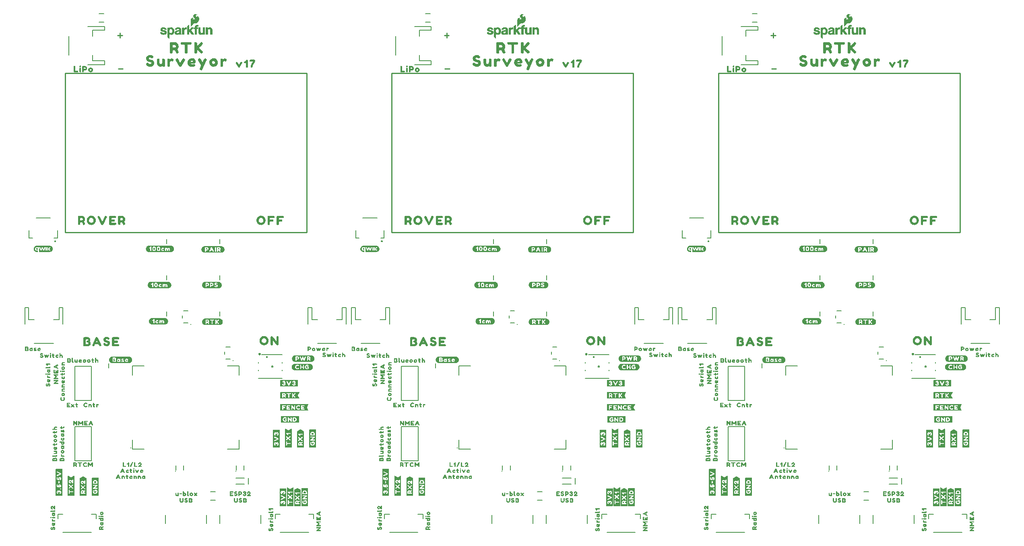
<source format=gto>
G04 EAGLE Gerber RS-274X export*
G75*
%MOMM*%
%FSLAX34Y34*%
%LPD*%
%INSilkscreen Top*%
%IPPOS*%
%AMOC8*
5,1,8,0,0,1.08239X$1,22.5*%
G01*
%ADD10C,0.279400*%
%ADD11C,0.254000*%
%ADD12C,0.203200*%
%ADD13C,0.254000*%
%ADD14C,0.282838*%
%ADD15C,0.177800*%
%ADD16C,0.300000*%
%ADD17C,0.152400*%
%ADD18C,0.447200*%

G36*
X1973797Y259226D02*
X1973797Y259226D01*
X1973792Y259234D01*
X1973799Y259240D01*
X1973799Y259740D01*
X1973789Y259753D01*
X1973794Y259762D01*
X1970701Y265748D01*
X1970798Y266425D01*
X1973794Y272418D01*
X1973793Y272422D01*
X1973797Y272425D01*
X1973791Y272433D01*
X1973790Y272441D01*
X1973798Y272452D01*
X1973698Y272852D01*
X1973651Y272889D01*
X1973651Y272888D01*
X1973650Y272889D01*
X1915250Y272889D01*
X1915244Y272884D01*
X1915240Y272888D01*
X1914740Y272788D01*
X1914708Y272752D01*
X1914703Y272747D01*
X1914703Y272746D01*
X1914701Y272743D01*
X1914703Y272741D01*
X1914701Y272740D01*
X1914701Y259840D01*
X1914704Y259835D01*
X1914701Y259832D01*
X1914801Y259232D01*
X1914845Y259191D01*
X1914848Y259194D01*
X1914850Y259190D01*
X1973750Y259190D01*
X1973797Y259226D01*
G37*
G36*
X599657Y259226D02*
X599657Y259226D01*
X599652Y259234D01*
X599659Y259240D01*
X599659Y259740D01*
X599649Y259753D01*
X599654Y259762D01*
X596561Y265748D01*
X596658Y266425D01*
X599654Y272418D01*
X599653Y272422D01*
X599657Y272425D01*
X599651Y272433D01*
X599650Y272441D01*
X599658Y272452D01*
X599558Y272852D01*
X599511Y272889D01*
X599511Y272888D01*
X599510Y272889D01*
X541110Y272889D01*
X541104Y272884D01*
X541100Y272888D01*
X540600Y272788D01*
X540568Y272752D01*
X540563Y272747D01*
X540563Y272746D01*
X540561Y272743D01*
X540563Y272741D01*
X540561Y272740D01*
X540561Y259840D01*
X540564Y259835D01*
X540561Y259832D01*
X540661Y259232D01*
X540705Y259191D01*
X540708Y259194D01*
X540710Y259190D01*
X599610Y259190D01*
X599657Y259226D01*
G37*
G36*
X1286727Y259226D02*
X1286727Y259226D01*
X1286722Y259234D01*
X1286729Y259240D01*
X1286729Y259740D01*
X1286719Y259753D01*
X1286724Y259762D01*
X1283631Y265748D01*
X1283728Y266425D01*
X1286724Y272418D01*
X1286723Y272422D01*
X1286727Y272425D01*
X1286721Y272433D01*
X1286720Y272441D01*
X1286728Y272452D01*
X1286628Y272852D01*
X1286581Y272889D01*
X1286581Y272888D01*
X1286580Y272889D01*
X1228180Y272889D01*
X1228174Y272884D01*
X1228170Y272888D01*
X1227670Y272788D01*
X1227638Y272752D01*
X1227633Y272747D01*
X1227633Y272746D01*
X1227631Y272743D01*
X1227633Y272741D01*
X1227631Y272740D01*
X1227631Y259840D01*
X1227634Y259835D01*
X1227631Y259832D01*
X1227731Y259232D01*
X1227775Y259191D01*
X1227778Y259194D01*
X1227780Y259190D01*
X1286680Y259190D01*
X1286727Y259226D01*
G37*
G36*
X81568Y80349D02*
X81568Y80349D01*
X81576Y80351D01*
X81776Y80851D01*
X81772Y80864D01*
X81779Y80870D01*
X81779Y136370D01*
X81743Y136417D01*
X81740Y136415D01*
X81738Y136418D01*
X81138Y136518D01*
X81133Y136515D01*
X81130Y136519D01*
X68230Y136519D01*
X68183Y136483D01*
X68184Y136481D01*
X68182Y136479D01*
X68182Y136478D01*
X68181Y136478D01*
X68081Y135878D01*
X68084Y135872D01*
X68081Y135870D01*
X68081Y80570D01*
X68110Y80532D01*
X68112Y80524D01*
X68612Y80324D01*
X68625Y80327D01*
X68630Y80320D01*
X81530Y80320D01*
X81568Y80349D01*
G37*
G36*
X1455708Y80349D02*
X1455708Y80349D01*
X1455716Y80351D01*
X1455916Y80851D01*
X1455912Y80864D01*
X1455919Y80870D01*
X1455919Y136370D01*
X1455883Y136417D01*
X1455880Y136415D01*
X1455878Y136418D01*
X1455278Y136518D01*
X1455273Y136515D01*
X1455270Y136519D01*
X1442370Y136519D01*
X1442323Y136483D01*
X1442324Y136481D01*
X1442322Y136479D01*
X1442322Y136478D01*
X1442321Y136478D01*
X1442221Y135878D01*
X1442224Y135872D01*
X1442221Y135870D01*
X1442221Y80570D01*
X1442250Y80532D01*
X1442252Y80524D01*
X1442752Y80324D01*
X1442765Y80327D01*
X1442770Y80320D01*
X1455670Y80320D01*
X1455708Y80349D01*
G37*
G36*
X768638Y80349D02*
X768638Y80349D01*
X768646Y80351D01*
X768846Y80851D01*
X768842Y80864D01*
X768849Y80870D01*
X768849Y136370D01*
X768813Y136417D01*
X768810Y136415D01*
X768808Y136418D01*
X768208Y136518D01*
X768203Y136515D01*
X768200Y136519D01*
X755300Y136519D01*
X755253Y136483D01*
X755254Y136481D01*
X755252Y136479D01*
X755252Y136478D01*
X755251Y136478D01*
X755151Y135878D01*
X755154Y135872D01*
X755151Y135870D01*
X755151Y80570D01*
X755180Y80532D01*
X755182Y80524D01*
X755682Y80324D01*
X755695Y80327D01*
X755700Y80320D01*
X768600Y80320D01*
X768638Y80349D01*
G37*
G36*
X997084Y593204D02*
X997084Y593204D01*
X997087Y593201D01*
X997787Y593301D01*
X997788Y593301D01*
X998388Y593401D01*
X998391Y593404D01*
X998394Y593402D01*
X999094Y593602D01*
X999095Y593604D01*
X999096Y593603D01*
X999696Y593803D01*
X999699Y593807D01*
X999702Y593806D01*
X1000302Y594106D01*
X1000304Y594110D01*
X1000307Y594109D01*
X1000907Y594509D01*
X1000908Y594512D01*
X1000911Y594511D01*
X1001411Y594911D01*
X1001412Y594915D01*
X1001415Y594915D01*
X1001915Y595415D01*
X1001915Y595419D01*
X1001918Y595419D01*
X1002318Y595919D01*
X1002319Y595922D01*
X1002321Y595922D01*
X1002721Y596522D01*
X1002721Y596527D01*
X1002724Y596528D01*
X1003324Y597728D01*
X1003323Y597734D01*
X1003327Y597736D01*
X1003527Y598436D01*
X1003526Y598440D01*
X1003529Y598442D01*
X1003629Y599042D01*
X1003628Y599042D01*
X1003629Y599043D01*
X1003729Y599743D01*
X1003726Y599747D01*
X1003729Y599750D01*
X1003729Y600450D01*
X1003726Y600454D01*
X1003729Y600458D01*
X1003629Y601058D01*
X1003529Y601757D01*
X1003525Y601760D01*
X1003527Y601763D01*
X1003327Y602463D01*
X1003322Y602467D01*
X1003324Y602472D01*
X1002724Y603672D01*
X1002717Y603675D01*
X1002718Y603680D01*
X1001918Y604680D01*
X1001914Y604681D01*
X1001915Y604684D01*
X1001415Y605184D01*
X1001408Y605185D01*
X1001407Y605191D01*
X1000809Y605589D01*
X1000311Y605988D01*
X1000303Y605988D01*
X1000302Y605994D01*
X999702Y606294D01*
X999695Y606292D01*
X999694Y606297D01*
X998995Y606497D01*
X998396Y606696D01*
X998391Y606695D01*
X998389Y606695D01*
X998387Y606698D01*
X996987Y606898D01*
X996982Y606896D01*
X996980Y606899D01*
X951280Y606899D01*
X951276Y606896D01*
X951273Y606898D01*
X950573Y606798D01*
X950572Y606798D01*
X949972Y606698D01*
X949969Y606695D01*
X949966Y606697D01*
X949266Y606497D01*
X949262Y606491D01*
X949258Y606494D01*
X948058Y605894D01*
X948055Y605887D01*
X948049Y605888D01*
X947549Y605488D01*
X947549Y605487D01*
X947548Y605487D01*
X946948Y604987D01*
X946948Y604984D01*
X946945Y604984D01*
X946545Y604584D01*
X946544Y604577D01*
X946539Y604577D01*
X946140Y603979D01*
X945742Y603480D01*
X945741Y603471D01*
X945735Y603469D01*
X945435Y602770D01*
X945136Y602172D01*
X945138Y602161D01*
X945131Y602158D01*
X945032Y601560D01*
X944833Y600863D01*
X944836Y600854D01*
X944831Y600850D01*
X944831Y599450D01*
X944834Y599445D01*
X944831Y599442D01*
X944931Y598842D01*
X944935Y598839D01*
X944933Y598836D01*
X945133Y598136D01*
X945134Y598135D01*
X945133Y598134D01*
X945333Y597534D01*
X945338Y597531D01*
X945336Y597528D01*
X945936Y596328D01*
X945940Y596326D01*
X945939Y596322D01*
X946339Y595722D01*
X946346Y595720D01*
X946345Y595715D01*
X946845Y595215D01*
X946849Y595214D01*
X946849Y595211D01*
X947849Y594411D01*
X947853Y594411D01*
X947853Y594409D01*
X948453Y594009D01*
X948457Y594009D01*
X948458Y594006D01*
X949058Y593706D01*
X949063Y593707D01*
X949064Y593703D01*
X949664Y593503D01*
X949666Y593503D01*
X949666Y593502D01*
X950366Y593302D01*
X950376Y593306D01*
X950380Y593300D01*
X951076Y593300D01*
X951672Y593201D01*
X951699Y593215D01*
X951713Y593213D01*
X951737Y593234D01*
X951736Y593228D01*
X951763Y593223D01*
X951780Y593200D01*
X997080Y593200D01*
X997084Y593204D01*
G37*
G36*
X1684154Y593204D02*
X1684154Y593204D01*
X1684157Y593201D01*
X1684857Y593301D01*
X1684858Y593301D01*
X1685458Y593401D01*
X1685461Y593404D01*
X1685464Y593402D01*
X1686164Y593602D01*
X1686165Y593604D01*
X1686166Y593603D01*
X1686766Y593803D01*
X1686769Y593807D01*
X1686772Y593806D01*
X1687372Y594106D01*
X1687374Y594110D01*
X1687377Y594109D01*
X1687977Y594509D01*
X1687978Y594512D01*
X1687981Y594511D01*
X1688481Y594911D01*
X1688482Y594915D01*
X1688485Y594915D01*
X1688985Y595415D01*
X1688985Y595419D01*
X1688988Y595419D01*
X1689388Y595919D01*
X1689389Y595922D01*
X1689391Y595922D01*
X1689791Y596522D01*
X1689791Y596527D01*
X1689794Y596528D01*
X1690394Y597728D01*
X1690393Y597734D01*
X1690397Y597736D01*
X1690597Y598436D01*
X1690596Y598440D01*
X1690599Y598442D01*
X1690699Y599042D01*
X1690698Y599042D01*
X1690699Y599043D01*
X1690799Y599743D01*
X1690796Y599747D01*
X1690799Y599750D01*
X1690799Y600450D01*
X1690796Y600454D01*
X1690799Y600458D01*
X1690699Y601058D01*
X1690599Y601757D01*
X1690595Y601760D01*
X1690597Y601763D01*
X1690397Y602463D01*
X1690392Y602467D01*
X1690394Y602472D01*
X1689794Y603672D01*
X1689787Y603675D01*
X1689788Y603680D01*
X1688988Y604680D01*
X1688984Y604681D01*
X1688985Y604684D01*
X1688485Y605184D01*
X1688478Y605185D01*
X1688477Y605191D01*
X1687879Y605589D01*
X1687381Y605988D01*
X1687373Y605988D01*
X1687372Y605994D01*
X1686772Y606294D01*
X1686765Y606292D01*
X1686764Y606297D01*
X1686065Y606497D01*
X1685466Y606696D01*
X1685461Y606695D01*
X1685459Y606695D01*
X1685457Y606698D01*
X1684057Y606898D01*
X1684052Y606896D01*
X1684050Y606899D01*
X1638350Y606899D01*
X1638346Y606896D01*
X1638343Y606898D01*
X1637643Y606798D01*
X1637642Y606798D01*
X1637042Y606698D01*
X1637039Y606695D01*
X1637036Y606697D01*
X1636336Y606497D01*
X1636332Y606491D01*
X1636328Y606494D01*
X1635128Y605894D01*
X1635125Y605887D01*
X1635119Y605888D01*
X1634619Y605488D01*
X1634619Y605487D01*
X1634618Y605487D01*
X1634018Y604987D01*
X1634018Y604984D01*
X1634015Y604984D01*
X1633615Y604584D01*
X1633614Y604577D01*
X1633609Y604577D01*
X1633210Y603979D01*
X1632812Y603480D01*
X1632811Y603471D01*
X1632805Y603469D01*
X1632505Y602770D01*
X1632206Y602172D01*
X1632208Y602161D01*
X1632201Y602158D01*
X1632102Y601560D01*
X1631903Y600863D01*
X1631906Y600854D01*
X1631901Y600850D01*
X1631901Y599450D01*
X1631904Y599445D01*
X1631901Y599442D01*
X1632001Y598842D01*
X1632005Y598839D01*
X1632003Y598836D01*
X1632203Y598136D01*
X1632204Y598135D01*
X1632203Y598134D01*
X1632403Y597534D01*
X1632408Y597531D01*
X1632406Y597528D01*
X1633006Y596328D01*
X1633010Y596326D01*
X1633009Y596322D01*
X1633409Y595722D01*
X1633416Y595720D01*
X1633415Y595715D01*
X1633915Y595215D01*
X1633919Y595214D01*
X1633919Y595211D01*
X1634919Y594411D01*
X1634923Y594411D01*
X1634923Y594409D01*
X1635523Y594009D01*
X1635527Y594009D01*
X1635528Y594006D01*
X1636128Y593706D01*
X1636133Y593707D01*
X1636134Y593703D01*
X1636734Y593503D01*
X1636736Y593503D01*
X1636736Y593502D01*
X1637436Y593302D01*
X1637446Y593306D01*
X1637450Y593300D01*
X1638146Y593300D01*
X1638742Y593201D01*
X1638769Y593215D01*
X1638783Y593213D01*
X1638807Y593234D01*
X1638806Y593228D01*
X1638833Y593223D01*
X1638850Y593200D01*
X1684150Y593200D01*
X1684154Y593204D01*
G37*
G36*
X310014Y593204D02*
X310014Y593204D01*
X310017Y593201D01*
X310717Y593301D01*
X310718Y593301D01*
X311318Y593401D01*
X311321Y593404D01*
X311324Y593402D01*
X312024Y593602D01*
X312025Y593604D01*
X312026Y593603D01*
X312626Y593803D01*
X312629Y593807D01*
X312632Y593806D01*
X313232Y594106D01*
X313234Y594110D01*
X313237Y594109D01*
X313837Y594509D01*
X313838Y594512D01*
X313841Y594511D01*
X314341Y594911D01*
X314342Y594915D01*
X314345Y594915D01*
X314845Y595415D01*
X314845Y595419D01*
X314848Y595419D01*
X315248Y595919D01*
X315249Y595922D01*
X315251Y595922D01*
X315651Y596522D01*
X315651Y596527D01*
X315654Y596528D01*
X316254Y597728D01*
X316253Y597734D01*
X316257Y597736D01*
X316457Y598436D01*
X316456Y598440D01*
X316459Y598442D01*
X316559Y599042D01*
X316558Y599042D01*
X316559Y599043D01*
X316659Y599743D01*
X316656Y599747D01*
X316659Y599750D01*
X316659Y600450D01*
X316656Y600454D01*
X316659Y600458D01*
X316559Y601058D01*
X316459Y601757D01*
X316455Y601760D01*
X316457Y601763D01*
X316257Y602463D01*
X316252Y602467D01*
X316254Y602472D01*
X315654Y603672D01*
X315647Y603675D01*
X315648Y603680D01*
X314848Y604680D01*
X314844Y604681D01*
X314845Y604684D01*
X314345Y605184D01*
X314338Y605185D01*
X314337Y605191D01*
X313739Y605589D01*
X313241Y605988D01*
X313233Y605988D01*
X313232Y605994D01*
X312632Y606294D01*
X312625Y606292D01*
X312624Y606297D01*
X311925Y606497D01*
X311326Y606696D01*
X311321Y606695D01*
X311319Y606695D01*
X311317Y606698D01*
X309917Y606898D01*
X309912Y606896D01*
X309910Y606899D01*
X264210Y606899D01*
X264206Y606896D01*
X264203Y606898D01*
X263503Y606798D01*
X263502Y606798D01*
X262902Y606698D01*
X262899Y606695D01*
X262896Y606697D01*
X262196Y606497D01*
X262192Y606491D01*
X262188Y606494D01*
X260988Y605894D01*
X260985Y605887D01*
X260979Y605888D01*
X260479Y605488D01*
X260479Y605487D01*
X260478Y605487D01*
X259878Y604987D01*
X259878Y604984D01*
X259875Y604984D01*
X259475Y604584D01*
X259474Y604577D01*
X259469Y604577D01*
X259070Y603979D01*
X258672Y603480D01*
X258671Y603471D01*
X258665Y603469D01*
X258365Y602770D01*
X258066Y602172D01*
X258068Y602161D01*
X258061Y602158D01*
X257962Y601560D01*
X257763Y600863D01*
X257766Y600854D01*
X257761Y600850D01*
X257761Y599450D01*
X257764Y599445D01*
X257761Y599442D01*
X257861Y598842D01*
X257865Y598839D01*
X257863Y598836D01*
X258063Y598136D01*
X258064Y598135D01*
X258063Y598134D01*
X258263Y597534D01*
X258268Y597531D01*
X258266Y597528D01*
X258866Y596328D01*
X258870Y596326D01*
X258869Y596322D01*
X259269Y595722D01*
X259276Y595720D01*
X259275Y595715D01*
X259775Y595215D01*
X259779Y595214D01*
X259779Y595211D01*
X260779Y594411D01*
X260783Y594411D01*
X260783Y594409D01*
X261383Y594009D01*
X261387Y594009D01*
X261388Y594006D01*
X261988Y593706D01*
X261993Y593707D01*
X261994Y593703D01*
X262594Y593503D01*
X262596Y593503D01*
X262596Y593502D01*
X263296Y593302D01*
X263306Y593306D01*
X263310Y593300D01*
X264006Y593300D01*
X264602Y593201D01*
X264629Y593215D01*
X264643Y593213D01*
X264667Y593234D01*
X264666Y593228D01*
X264693Y593223D01*
X264710Y593200D01*
X310010Y593200D01*
X310014Y593204D01*
G37*
G36*
X1678864Y517004D02*
X1678864Y517004D01*
X1678867Y517001D01*
X1679567Y517101D01*
X1679568Y517101D01*
X1680168Y517201D01*
X1680171Y517204D01*
X1680174Y517202D01*
X1680874Y517402D01*
X1680878Y517408D01*
X1680882Y517406D01*
X1682082Y518006D01*
X1682085Y518012D01*
X1682091Y518011D01*
X1682589Y518410D01*
X1683187Y518809D01*
X1683191Y518819D01*
X1683198Y518819D01*
X1683598Y519319D01*
X1684098Y519918D01*
X1684098Y519924D01*
X1684102Y519924D01*
X1684402Y520424D01*
X1684402Y520427D01*
X1684404Y520428D01*
X1684704Y521028D01*
X1684704Y521030D01*
X1684705Y521030D01*
X1685005Y521730D01*
X1685003Y521739D01*
X1685009Y521742D01*
X1685108Y522339D01*
X1685307Y523036D01*
X1685305Y523043D01*
X1685307Y523045D01*
X1685306Y523047D01*
X1685309Y523050D01*
X1685309Y524350D01*
X1685306Y524354D01*
X1685309Y524357D01*
X1685209Y525057D01*
X1685205Y525060D01*
X1685207Y525063D01*
X1685007Y525763D01*
X1685006Y525764D01*
X1685007Y525765D01*
X1684807Y526365D01*
X1684802Y526368D01*
X1684804Y526372D01*
X1684204Y527572D01*
X1684200Y527574D01*
X1684201Y527577D01*
X1683801Y528177D01*
X1683798Y528178D01*
X1683798Y528180D01*
X1683398Y528680D01*
X1683391Y528682D01*
X1683391Y528688D01*
X1682891Y529088D01*
X1682887Y529088D01*
X1682887Y529091D01*
X1681687Y529891D01*
X1681683Y529890D01*
X1681682Y529894D01*
X1681082Y530194D01*
X1681077Y530193D01*
X1681076Y530196D01*
X1680476Y530396D01*
X1680474Y530396D01*
X1680474Y530397D01*
X1679774Y530597D01*
X1679764Y530593D01*
X1679760Y530599D01*
X1679163Y530599D01*
X1678467Y530698D01*
X1678462Y530696D01*
X1678460Y530699D01*
X1642560Y530699D01*
X1642556Y530696D01*
X1642553Y530698D01*
X1641153Y530498D01*
X1641152Y530498D01*
X1640552Y530398D01*
X1640546Y530392D01*
X1640541Y530395D01*
X1639841Y530095D01*
X1639839Y530093D01*
X1639838Y530094D01*
X1638638Y529494D01*
X1638635Y529487D01*
X1638629Y529488D01*
X1638129Y529088D01*
X1638128Y529084D01*
X1638125Y529084D01*
X1637625Y528584D01*
X1637625Y528580D01*
X1637622Y528580D01*
X1636822Y527580D01*
X1636821Y527577D01*
X1636819Y527577D01*
X1636419Y526977D01*
X1636420Y526968D01*
X1636415Y526964D01*
X1636413Y526963D01*
X1636214Y526268D01*
X1635916Y525672D01*
X1635918Y525660D01*
X1635911Y525657D01*
X1635811Y524958D01*
X1635711Y524358D01*
X1635714Y524353D01*
X1635713Y524352D01*
X1635713Y524351D01*
X1635711Y524350D01*
X1635711Y523650D01*
X1635714Y523645D01*
X1635711Y523643D01*
X1635811Y522943D01*
X1635812Y522942D01*
X1635811Y522942D01*
X1635911Y522342D01*
X1635915Y522339D01*
X1635913Y522336D01*
X1636113Y521636D01*
X1636114Y521635D01*
X1636113Y521634D01*
X1636313Y521034D01*
X1636318Y521031D01*
X1636316Y521028D01*
X1636616Y520428D01*
X1636620Y520426D01*
X1636619Y520422D01*
X1637019Y519822D01*
X1637022Y519821D01*
X1637022Y519819D01*
X1637422Y519319D01*
X1637426Y519318D01*
X1637425Y519315D01*
X1637925Y518815D01*
X1637929Y518814D01*
X1637929Y518811D01*
X1638429Y518411D01*
X1638433Y518411D01*
X1638433Y518409D01*
X1639033Y518009D01*
X1639037Y518009D01*
X1639038Y518006D01*
X1640238Y517406D01*
X1640245Y517407D01*
X1640246Y517402D01*
X1640946Y517202D01*
X1640950Y517204D01*
X1640952Y517201D01*
X1641552Y517101D01*
X1641553Y517101D01*
X1642253Y517001D01*
X1642258Y517003D01*
X1642260Y517000D01*
X1678860Y517000D01*
X1678864Y517004D01*
G37*
G36*
X991794Y517004D02*
X991794Y517004D01*
X991797Y517001D01*
X992497Y517101D01*
X992498Y517101D01*
X993098Y517201D01*
X993101Y517204D01*
X993104Y517202D01*
X993804Y517402D01*
X993808Y517408D01*
X993812Y517406D01*
X995012Y518006D01*
X995015Y518012D01*
X995021Y518011D01*
X995519Y518410D01*
X996117Y518809D01*
X996121Y518819D01*
X996128Y518819D01*
X996528Y519319D01*
X997028Y519918D01*
X997028Y519924D01*
X997032Y519924D01*
X997332Y520424D01*
X997332Y520427D01*
X997334Y520428D01*
X997634Y521028D01*
X997634Y521030D01*
X997635Y521030D01*
X997935Y521730D01*
X997933Y521739D01*
X997939Y521742D01*
X998038Y522339D01*
X998237Y523036D01*
X998235Y523043D01*
X998237Y523045D01*
X998236Y523047D01*
X998239Y523050D01*
X998239Y524350D01*
X998236Y524354D01*
X998239Y524357D01*
X998139Y525057D01*
X998135Y525060D01*
X998137Y525063D01*
X997937Y525763D01*
X997936Y525764D01*
X997937Y525765D01*
X997737Y526365D01*
X997732Y526368D01*
X997734Y526372D01*
X997134Y527572D01*
X997130Y527574D01*
X997131Y527577D01*
X996731Y528177D01*
X996728Y528178D01*
X996728Y528180D01*
X996328Y528680D01*
X996321Y528682D01*
X996321Y528688D01*
X995821Y529088D01*
X995817Y529088D01*
X995817Y529091D01*
X994617Y529891D01*
X994613Y529890D01*
X994612Y529894D01*
X994012Y530194D01*
X994007Y530193D01*
X994006Y530196D01*
X993406Y530396D01*
X993404Y530396D01*
X993404Y530397D01*
X992704Y530597D01*
X992694Y530593D01*
X992690Y530599D01*
X992093Y530599D01*
X991397Y530698D01*
X991392Y530696D01*
X991390Y530699D01*
X955490Y530699D01*
X955486Y530696D01*
X955483Y530698D01*
X954083Y530498D01*
X954082Y530498D01*
X953482Y530398D01*
X953476Y530392D01*
X953471Y530395D01*
X952771Y530095D01*
X952769Y530093D01*
X952768Y530094D01*
X951568Y529494D01*
X951565Y529487D01*
X951559Y529488D01*
X951059Y529088D01*
X951058Y529084D01*
X951055Y529084D01*
X950555Y528584D01*
X950555Y528580D01*
X950552Y528580D01*
X949752Y527580D01*
X949751Y527577D01*
X949749Y527577D01*
X949349Y526977D01*
X949350Y526968D01*
X949345Y526964D01*
X949343Y526963D01*
X949144Y526268D01*
X948846Y525672D01*
X948848Y525660D01*
X948841Y525657D01*
X948741Y524958D01*
X948641Y524358D01*
X948644Y524353D01*
X948643Y524352D01*
X948643Y524351D01*
X948641Y524350D01*
X948641Y523650D01*
X948644Y523645D01*
X948641Y523643D01*
X948741Y522943D01*
X948742Y522942D01*
X948741Y522942D01*
X948841Y522342D01*
X948845Y522339D01*
X948843Y522336D01*
X949043Y521636D01*
X949044Y521635D01*
X949043Y521634D01*
X949243Y521034D01*
X949248Y521031D01*
X949246Y521028D01*
X949546Y520428D01*
X949550Y520426D01*
X949549Y520422D01*
X949949Y519822D01*
X949952Y519821D01*
X949952Y519819D01*
X950352Y519319D01*
X950356Y519318D01*
X950355Y519315D01*
X950855Y518815D01*
X950859Y518814D01*
X950859Y518811D01*
X951359Y518411D01*
X951363Y518411D01*
X951363Y518409D01*
X951963Y518009D01*
X951967Y518009D01*
X951968Y518006D01*
X953168Y517406D01*
X953175Y517407D01*
X953176Y517402D01*
X953876Y517202D01*
X953880Y517204D01*
X953882Y517201D01*
X954482Y517101D01*
X954483Y517101D01*
X955183Y517001D01*
X955188Y517003D01*
X955190Y517000D01*
X991790Y517000D01*
X991794Y517004D01*
G37*
G36*
X304724Y517004D02*
X304724Y517004D01*
X304727Y517001D01*
X305427Y517101D01*
X305428Y517101D01*
X306028Y517201D01*
X306031Y517204D01*
X306034Y517202D01*
X306734Y517402D01*
X306738Y517408D01*
X306742Y517406D01*
X307942Y518006D01*
X307945Y518012D01*
X307951Y518011D01*
X308449Y518410D01*
X309047Y518809D01*
X309051Y518819D01*
X309058Y518819D01*
X309458Y519319D01*
X309958Y519918D01*
X309958Y519924D01*
X309962Y519924D01*
X310262Y520424D01*
X310262Y520427D01*
X310264Y520428D01*
X310564Y521028D01*
X310564Y521030D01*
X310565Y521030D01*
X310865Y521730D01*
X310863Y521739D01*
X310869Y521742D01*
X310968Y522339D01*
X311167Y523036D01*
X311165Y523043D01*
X311167Y523045D01*
X311166Y523047D01*
X311169Y523050D01*
X311169Y524350D01*
X311166Y524354D01*
X311169Y524357D01*
X311069Y525057D01*
X311065Y525060D01*
X311067Y525063D01*
X310867Y525763D01*
X310866Y525764D01*
X310867Y525765D01*
X310667Y526365D01*
X310662Y526368D01*
X310664Y526372D01*
X310064Y527572D01*
X310060Y527574D01*
X310061Y527577D01*
X309661Y528177D01*
X309658Y528178D01*
X309658Y528180D01*
X309258Y528680D01*
X309251Y528682D01*
X309251Y528688D01*
X308751Y529088D01*
X308747Y529088D01*
X308747Y529091D01*
X307547Y529891D01*
X307543Y529890D01*
X307542Y529894D01*
X306942Y530194D01*
X306937Y530193D01*
X306936Y530196D01*
X306336Y530396D01*
X306334Y530396D01*
X306334Y530397D01*
X305634Y530597D01*
X305624Y530593D01*
X305620Y530599D01*
X305023Y530599D01*
X304327Y530698D01*
X304322Y530696D01*
X304320Y530699D01*
X268420Y530699D01*
X268416Y530696D01*
X268413Y530698D01*
X267013Y530498D01*
X267012Y530498D01*
X266412Y530398D01*
X266406Y530392D01*
X266401Y530395D01*
X265701Y530095D01*
X265699Y530093D01*
X265698Y530094D01*
X264498Y529494D01*
X264495Y529487D01*
X264489Y529488D01*
X263989Y529088D01*
X263988Y529084D01*
X263985Y529084D01*
X263485Y528584D01*
X263485Y528580D01*
X263482Y528580D01*
X262682Y527580D01*
X262681Y527577D01*
X262679Y527577D01*
X262279Y526977D01*
X262280Y526968D01*
X262275Y526964D01*
X262273Y526963D01*
X262074Y526268D01*
X261776Y525672D01*
X261778Y525660D01*
X261771Y525657D01*
X261671Y524958D01*
X261571Y524358D01*
X261574Y524353D01*
X261573Y524352D01*
X261573Y524351D01*
X261571Y524350D01*
X261571Y523650D01*
X261574Y523645D01*
X261571Y523643D01*
X261671Y522943D01*
X261672Y522942D01*
X261671Y522942D01*
X261771Y522342D01*
X261775Y522339D01*
X261773Y522336D01*
X261973Y521636D01*
X261974Y521635D01*
X261973Y521634D01*
X262173Y521034D01*
X262178Y521031D01*
X262176Y521028D01*
X262476Y520428D01*
X262480Y520426D01*
X262479Y520422D01*
X262879Y519822D01*
X262882Y519821D01*
X262882Y519819D01*
X263282Y519319D01*
X263286Y519318D01*
X263285Y519315D01*
X263785Y518815D01*
X263789Y518814D01*
X263789Y518811D01*
X264289Y518411D01*
X264293Y518411D01*
X264293Y518409D01*
X264893Y518009D01*
X264897Y518009D01*
X264898Y518006D01*
X266098Y517406D01*
X266105Y517407D01*
X266106Y517402D01*
X266806Y517202D01*
X266810Y517204D01*
X266812Y517201D01*
X267412Y517101D01*
X267413Y517101D01*
X268113Y517001D01*
X268118Y517003D01*
X268120Y517000D01*
X304720Y517000D01*
X304724Y517004D01*
G37*
G36*
X222144Y359524D02*
X222144Y359524D01*
X222147Y359521D01*
X223547Y359721D01*
X223548Y359721D01*
X224148Y359821D01*
X224155Y359829D01*
X224162Y359826D01*
X224761Y360125D01*
X225459Y360424D01*
X225462Y360429D01*
X225465Y360427D01*
X225965Y360727D01*
X225966Y360729D01*
X225967Y360729D01*
X226567Y361129D01*
X226570Y361136D01*
X226575Y361135D01*
X227075Y361635D01*
X227075Y361639D01*
X227078Y361639D01*
X227478Y362139D01*
X227479Y362142D01*
X227481Y362142D01*
X227881Y362742D01*
X227881Y362747D01*
X227884Y362748D01*
X228484Y363948D01*
X228483Y363953D01*
X228487Y363954D01*
X228687Y364554D01*
X228686Y364556D01*
X228687Y364556D01*
X228887Y365256D01*
X228884Y365265D01*
X228889Y365270D01*
X228889Y365866D01*
X228989Y366563D01*
X228984Y366572D01*
X228989Y366577D01*
X228789Y367977D01*
X228784Y367981D01*
X228787Y367985D01*
X228587Y368585D01*
X228582Y368588D01*
X228584Y368592D01*
X227984Y369792D01*
X227980Y369794D01*
X227981Y369797D01*
X227581Y370397D01*
X227578Y370398D01*
X227578Y370400D01*
X227178Y370900D01*
X227174Y370901D01*
X227175Y370904D01*
X226675Y371404D01*
X226671Y371405D01*
X226671Y371408D01*
X225671Y372208D01*
X225663Y372208D01*
X225662Y372214D01*
X225062Y372514D01*
X225060Y372513D01*
X225059Y372515D01*
X224359Y372815D01*
X224356Y372814D01*
X224356Y372816D01*
X223756Y373016D01*
X223751Y373015D01*
X223749Y373015D01*
X223747Y373018D01*
X222347Y373218D01*
X222342Y373216D01*
X222340Y373219D01*
X187040Y373219D01*
X187035Y373215D01*
X187032Y373218D01*
X186432Y373118D01*
X185733Y373018D01*
X185033Y372918D01*
X185025Y372910D01*
X185018Y372914D01*
X183218Y372014D01*
X183215Y372007D01*
X183209Y372008D01*
X182709Y371608D01*
X182708Y371604D01*
X182705Y371604D01*
X181705Y370604D01*
X181704Y370593D01*
X181696Y370592D01*
X181397Y369994D01*
X180999Y369397D01*
X180999Y369392D01*
X180996Y369392D01*
X180696Y368792D01*
X180697Y368786D01*
X180693Y368785D01*
X180493Y368185D01*
X180495Y368179D01*
X180491Y368177D01*
X180291Y366777D01*
X180293Y366774D01*
X180293Y366773D01*
X180294Y366772D01*
X180291Y366770D01*
X180291Y366170D01*
X180294Y366165D01*
X180291Y366163D01*
X180491Y364763D01*
X180496Y364758D01*
X180493Y364754D01*
X180693Y364155D01*
X180893Y363456D01*
X180902Y363449D01*
X180899Y363442D01*
X181298Y362843D01*
X181598Y362344D01*
X181603Y362342D01*
X181602Y362338D01*
X182102Y361738D01*
X182106Y361737D01*
X182105Y361735D01*
X182505Y361335D01*
X182509Y361334D01*
X182508Y361332D01*
X183108Y360832D01*
X183114Y360831D01*
X183115Y360827D01*
X183615Y360527D01*
X183618Y360528D01*
X183618Y360526D01*
X184218Y360226D01*
X184220Y360226D01*
X184221Y360224D01*
X184921Y359924D01*
X184924Y359925D01*
X184924Y359923D01*
X185524Y359723D01*
X185531Y359725D01*
X185533Y359721D01*
X186232Y359621D01*
X186832Y359521D01*
X186837Y359524D01*
X186840Y359520D01*
X222140Y359520D01*
X222144Y359524D01*
G37*
G36*
X909214Y359524D02*
X909214Y359524D01*
X909217Y359521D01*
X910617Y359721D01*
X910618Y359721D01*
X911218Y359821D01*
X911225Y359829D01*
X911232Y359826D01*
X911831Y360125D01*
X912529Y360424D01*
X912532Y360429D01*
X912535Y360427D01*
X913035Y360727D01*
X913036Y360729D01*
X913037Y360729D01*
X913637Y361129D01*
X913640Y361136D01*
X913645Y361135D01*
X914145Y361635D01*
X914145Y361639D01*
X914148Y361639D01*
X914548Y362139D01*
X914549Y362142D01*
X914551Y362142D01*
X914951Y362742D01*
X914951Y362747D01*
X914954Y362748D01*
X915554Y363948D01*
X915553Y363953D01*
X915557Y363954D01*
X915757Y364554D01*
X915756Y364556D01*
X915757Y364556D01*
X915957Y365256D01*
X915954Y365265D01*
X915959Y365270D01*
X915959Y365866D01*
X916059Y366563D01*
X916054Y366572D01*
X916059Y366577D01*
X915859Y367977D01*
X915854Y367981D01*
X915857Y367985D01*
X915657Y368585D01*
X915652Y368588D01*
X915654Y368592D01*
X915054Y369792D01*
X915050Y369794D01*
X915051Y369797D01*
X914651Y370397D01*
X914648Y370398D01*
X914648Y370400D01*
X914248Y370900D01*
X914244Y370901D01*
X914245Y370904D01*
X913745Y371404D01*
X913741Y371405D01*
X913741Y371408D01*
X912741Y372208D01*
X912733Y372208D01*
X912732Y372214D01*
X912132Y372514D01*
X912130Y372513D01*
X912129Y372515D01*
X911429Y372815D01*
X911426Y372814D01*
X911426Y372816D01*
X910826Y373016D01*
X910821Y373015D01*
X910819Y373015D01*
X910817Y373018D01*
X909417Y373218D01*
X909412Y373216D01*
X909410Y373219D01*
X874110Y373219D01*
X874105Y373215D01*
X874102Y373218D01*
X873502Y373118D01*
X872803Y373018D01*
X872103Y372918D01*
X872095Y372910D01*
X872088Y372914D01*
X870288Y372014D01*
X870285Y372007D01*
X870279Y372008D01*
X869779Y371608D01*
X869778Y371604D01*
X869775Y371604D01*
X868775Y370604D01*
X868774Y370593D01*
X868766Y370592D01*
X868467Y369994D01*
X868069Y369397D01*
X868069Y369392D01*
X868066Y369392D01*
X867766Y368792D01*
X867767Y368786D01*
X867763Y368785D01*
X867563Y368185D01*
X867565Y368179D01*
X867561Y368177D01*
X867361Y366777D01*
X867363Y366774D01*
X867363Y366773D01*
X867364Y366772D01*
X867361Y366770D01*
X867361Y366170D01*
X867364Y366165D01*
X867361Y366163D01*
X867561Y364763D01*
X867566Y364758D01*
X867563Y364754D01*
X867763Y364155D01*
X867963Y363456D01*
X867972Y363449D01*
X867969Y363442D01*
X868368Y362843D01*
X868668Y362344D01*
X868673Y362342D01*
X868672Y362338D01*
X869172Y361738D01*
X869176Y361737D01*
X869175Y361735D01*
X869575Y361335D01*
X869579Y361334D01*
X869578Y361332D01*
X870178Y360832D01*
X870184Y360831D01*
X870185Y360827D01*
X870685Y360527D01*
X870688Y360528D01*
X870688Y360526D01*
X871288Y360226D01*
X871290Y360226D01*
X871291Y360224D01*
X871991Y359924D01*
X871994Y359925D01*
X871994Y359923D01*
X872594Y359723D01*
X872601Y359725D01*
X872603Y359721D01*
X873302Y359621D01*
X873902Y359521D01*
X873907Y359524D01*
X873910Y359520D01*
X909210Y359520D01*
X909214Y359524D01*
G37*
G36*
X1596284Y359524D02*
X1596284Y359524D01*
X1596287Y359521D01*
X1597687Y359721D01*
X1597688Y359721D01*
X1598288Y359821D01*
X1598295Y359829D01*
X1598302Y359826D01*
X1598901Y360125D01*
X1599599Y360424D01*
X1599602Y360429D01*
X1599605Y360427D01*
X1600105Y360727D01*
X1600106Y360729D01*
X1600107Y360729D01*
X1600707Y361129D01*
X1600710Y361136D01*
X1600715Y361135D01*
X1601215Y361635D01*
X1601215Y361639D01*
X1601218Y361639D01*
X1601618Y362139D01*
X1601619Y362142D01*
X1601621Y362142D01*
X1602021Y362742D01*
X1602021Y362747D01*
X1602024Y362748D01*
X1602624Y363948D01*
X1602623Y363953D01*
X1602627Y363954D01*
X1602827Y364554D01*
X1602826Y364556D01*
X1602827Y364556D01*
X1603027Y365256D01*
X1603024Y365265D01*
X1603029Y365270D01*
X1603029Y365866D01*
X1603129Y366563D01*
X1603124Y366572D01*
X1603129Y366577D01*
X1602929Y367977D01*
X1602924Y367981D01*
X1602927Y367985D01*
X1602727Y368585D01*
X1602722Y368588D01*
X1602724Y368592D01*
X1602124Y369792D01*
X1602120Y369794D01*
X1602121Y369797D01*
X1601721Y370397D01*
X1601718Y370398D01*
X1601718Y370400D01*
X1601318Y370900D01*
X1601314Y370901D01*
X1601315Y370904D01*
X1600815Y371404D01*
X1600811Y371405D01*
X1600811Y371408D01*
X1599811Y372208D01*
X1599803Y372208D01*
X1599802Y372214D01*
X1599202Y372514D01*
X1599200Y372513D01*
X1599199Y372515D01*
X1598499Y372815D01*
X1598496Y372814D01*
X1598496Y372816D01*
X1597896Y373016D01*
X1597891Y373015D01*
X1597889Y373015D01*
X1597887Y373018D01*
X1596487Y373218D01*
X1596482Y373216D01*
X1596480Y373219D01*
X1561180Y373219D01*
X1561175Y373215D01*
X1561172Y373218D01*
X1560572Y373118D01*
X1559873Y373018D01*
X1559173Y372918D01*
X1559165Y372910D01*
X1559158Y372914D01*
X1557358Y372014D01*
X1557355Y372007D01*
X1557349Y372008D01*
X1556849Y371608D01*
X1556848Y371604D01*
X1556845Y371604D01*
X1555845Y370604D01*
X1555844Y370593D01*
X1555836Y370592D01*
X1555537Y369994D01*
X1555139Y369397D01*
X1555139Y369392D01*
X1555136Y369392D01*
X1554836Y368792D01*
X1554837Y368786D01*
X1554833Y368785D01*
X1554633Y368185D01*
X1554635Y368179D01*
X1554631Y368177D01*
X1554431Y366777D01*
X1554433Y366774D01*
X1554433Y366773D01*
X1554434Y366772D01*
X1554431Y366770D01*
X1554431Y366170D01*
X1554434Y366165D01*
X1554431Y366163D01*
X1554631Y364763D01*
X1554636Y364758D01*
X1554633Y364754D01*
X1554833Y364155D01*
X1555033Y363456D01*
X1555042Y363449D01*
X1555039Y363442D01*
X1555438Y362843D01*
X1555738Y362344D01*
X1555743Y362342D01*
X1555742Y362338D01*
X1556242Y361738D01*
X1556246Y361737D01*
X1556245Y361735D01*
X1556645Y361335D01*
X1556649Y361334D01*
X1556648Y361332D01*
X1557248Y360832D01*
X1557254Y360831D01*
X1557255Y360827D01*
X1557755Y360527D01*
X1557758Y360528D01*
X1557758Y360526D01*
X1558358Y360226D01*
X1558360Y360226D01*
X1558361Y360224D01*
X1559061Y359924D01*
X1559064Y359925D01*
X1559064Y359923D01*
X1559664Y359723D01*
X1559671Y359725D01*
X1559673Y359721D01*
X1560372Y359621D01*
X1560972Y359521D01*
X1560977Y359524D01*
X1560980Y359520D01*
X1596280Y359520D01*
X1596284Y359524D01*
G37*
G36*
X1790894Y591934D02*
X1790894Y591934D01*
X1790897Y591931D01*
X1791597Y592031D01*
X1791601Y592034D01*
X1791604Y592032D01*
X1792304Y592232D01*
X1792305Y592234D01*
X1792306Y592233D01*
X1792906Y592433D01*
X1792909Y592437D01*
X1792912Y592436D01*
X1794112Y593036D01*
X1794114Y593040D01*
X1794117Y593039D01*
X1794717Y593439D01*
X1794720Y593446D01*
X1794725Y593445D01*
X1795225Y593945D01*
X1795225Y593949D01*
X1795228Y593949D01*
X1796028Y594949D01*
X1796029Y594952D01*
X1796031Y594952D01*
X1796431Y595552D01*
X1796431Y595557D01*
X1796434Y595558D01*
X1796734Y596158D01*
X1796733Y596164D01*
X1796737Y596166D01*
X1796937Y596866D01*
X1796936Y596870D01*
X1796939Y596872D01*
X1797039Y597472D01*
X1797038Y597472D01*
X1797039Y597473D01*
X1797239Y598873D01*
X1797233Y598882D01*
X1797239Y598888D01*
X1797139Y599488D01*
X1797039Y600187D01*
X1797035Y600190D01*
X1797037Y600193D01*
X1796837Y600893D01*
X1796836Y600894D01*
X1796837Y600895D01*
X1796637Y601495D01*
X1796632Y601498D01*
X1796634Y601502D01*
X1796334Y602102D01*
X1796330Y602104D01*
X1796331Y602107D01*
X1795931Y602707D01*
X1795928Y602708D01*
X1795928Y602710D01*
X1795128Y603710D01*
X1795118Y603713D01*
X1795117Y603721D01*
X1794519Y604119D01*
X1794021Y604518D01*
X1794017Y604518D01*
X1794017Y604521D01*
X1793417Y604921D01*
X1793408Y604920D01*
X1793406Y604926D01*
X1792806Y605126D01*
X1792804Y605126D01*
X1792804Y605127D01*
X1792105Y605327D01*
X1791506Y605526D01*
X1791499Y605524D01*
X1791497Y605528D01*
X1790797Y605628D01*
X1790792Y605626D01*
X1790790Y605629D01*
X1755190Y605629D01*
X1755186Y605626D01*
X1755183Y605628D01*
X1754483Y605528D01*
X1754479Y605525D01*
X1754476Y605527D01*
X1753776Y605327D01*
X1753775Y605326D01*
X1753774Y605326D01*
X1752574Y604926D01*
X1752569Y604918D01*
X1752563Y604921D01*
X1751363Y604121D01*
X1751362Y604117D01*
X1751359Y604118D01*
X1750859Y603718D01*
X1750858Y603714D01*
X1750855Y603714D01*
X1750355Y603214D01*
X1750355Y603210D01*
X1750352Y603210D01*
X1749952Y602710D01*
X1749951Y602703D01*
X1749946Y602702D01*
X1749046Y600902D01*
X1749047Y600895D01*
X1749043Y600893D01*
X1748843Y600193D01*
X1748845Y600188D01*
X1748841Y600187D01*
X1748741Y599487D01*
X1748744Y599482D01*
X1748741Y599480D01*
X1748741Y598180D01*
X1748744Y598175D01*
X1748741Y598173D01*
X1748841Y597473D01*
X1748846Y597468D01*
X1748843Y597464D01*
X1749043Y596865D01*
X1749243Y596166D01*
X1749248Y596162D01*
X1749246Y596158D01*
X1749546Y595558D01*
X1749550Y595556D01*
X1749549Y595552D01*
X1749949Y594952D01*
X1749952Y594951D01*
X1749952Y594949D01*
X1750752Y593949D01*
X1750756Y593948D01*
X1750755Y593945D01*
X1751255Y593445D01*
X1751262Y593444D01*
X1751263Y593439D01*
X1751863Y593039D01*
X1751867Y593039D01*
X1751868Y593036D01*
X1753068Y592436D01*
X1753073Y592437D01*
X1753074Y592433D01*
X1753674Y592233D01*
X1753676Y592233D01*
X1753676Y592232D01*
X1754376Y592032D01*
X1754380Y592034D01*
X1754382Y592031D01*
X1754982Y591931D01*
X1754987Y591934D01*
X1754990Y591930D01*
X1790890Y591930D01*
X1790894Y591934D01*
G37*
G36*
X1103824Y591934D02*
X1103824Y591934D01*
X1103827Y591931D01*
X1104527Y592031D01*
X1104531Y592034D01*
X1104534Y592032D01*
X1105234Y592232D01*
X1105235Y592234D01*
X1105236Y592233D01*
X1105836Y592433D01*
X1105839Y592437D01*
X1105842Y592436D01*
X1107042Y593036D01*
X1107044Y593040D01*
X1107047Y593039D01*
X1107647Y593439D01*
X1107650Y593446D01*
X1107655Y593445D01*
X1108155Y593945D01*
X1108155Y593949D01*
X1108158Y593949D01*
X1108958Y594949D01*
X1108959Y594952D01*
X1108961Y594952D01*
X1109361Y595552D01*
X1109361Y595557D01*
X1109364Y595558D01*
X1109664Y596158D01*
X1109663Y596164D01*
X1109667Y596166D01*
X1109867Y596866D01*
X1109866Y596870D01*
X1109869Y596872D01*
X1109969Y597472D01*
X1109968Y597472D01*
X1109969Y597473D01*
X1110169Y598873D01*
X1110163Y598882D01*
X1110169Y598888D01*
X1110069Y599488D01*
X1109969Y600187D01*
X1109965Y600190D01*
X1109967Y600193D01*
X1109767Y600893D01*
X1109766Y600894D01*
X1109767Y600895D01*
X1109567Y601495D01*
X1109562Y601498D01*
X1109564Y601502D01*
X1109264Y602102D01*
X1109260Y602104D01*
X1109261Y602107D01*
X1108861Y602707D01*
X1108858Y602708D01*
X1108858Y602710D01*
X1108058Y603710D01*
X1108048Y603713D01*
X1108047Y603721D01*
X1107449Y604119D01*
X1106951Y604518D01*
X1106947Y604518D01*
X1106947Y604521D01*
X1106347Y604921D01*
X1106338Y604920D01*
X1106336Y604926D01*
X1105736Y605126D01*
X1105734Y605126D01*
X1105734Y605127D01*
X1105035Y605327D01*
X1104436Y605526D01*
X1104429Y605524D01*
X1104427Y605528D01*
X1103727Y605628D01*
X1103722Y605626D01*
X1103720Y605629D01*
X1068120Y605629D01*
X1068116Y605626D01*
X1068113Y605628D01*
X1067413Y605528D01*
X1067409Y605525D01*
X1067406Y605527D01*
X1066706Y605327D01*
X1066705Y605326D01*
X1066704Y605326D01*
X1065504Y604926D01*
X1065499Y604918D01*
X1065493Y604921D01*
X1064293Y604121D01*
X1064292Y604117D01*
X1064289Y604118D01*
X1063789Y603718D01*
X1063788Y603714D01*
X1063785Y603714D01*
X1063285Y603214D01*
X1063285Y603210D01*
X1063282Y603210D01*
X1062882Y602710D01*
X1062881Y602703D01*
X1062876Y602702D01*
X1061976Y600902D01*
X1061977Y600895D01*
X1061973Y600893D01*
X1061773Y600193D01*
X1061775Y600188D01*
X1061771Y600187D01*
X1061671Y599487D01*
X1061674Y599482D01*
X1061671Y599480D01*
X1061671Y598180D01*
X1061674Y598175D01*
X1061671Y598173D01*
X1061771Y597473D01*
X1061776Y597468D01*
X1061773Y597464D01*
X1061973Y596865D01*
X1062173Y596166D01*
X1062178Y596162D01*
X1062176Y596158D01*
X1062476Y595558D01*
X1062480Y595556D01*
X1062479Y595552D01*
X1062879Y594952D01*
X1062882Y594951D01*
X1062882Y594949D01*
X1063682Y593949D01*
X1063686Y593948D01*
X1063685Y593945D01*
X1064185Y593445D01*
X1064192Y593444D01*
X1064193Y593439D01*
X1064793Y593039D01*
X1064797Y593039D01*
X1064798Y593036D01*
X1065998Y592436D01*
X1066003Y592437D01*
X1066004Y592433D01*
X1066604Y592233D01*
X1066606Y592233D01*
X1066606Y592232D01*
X1067306Y592032D01*
X1067310Y592034D01*
X1067312Y592031D01*
X1067912Y591931D01*
X1067917Y591934D01*
X1067920Y591930D01*
X1103820Y591930D01*
X1103824Y591934D01*
G37*
G36*
X416754Y591934D02*
X416754Y591934D01*
X416757Y591931D01*
X417457Y592031D01*
X417461Y592034D01*
X417464Y592032D01*
X418164Y592232D01*
X418165Y592234D01*
X418166Y592233D01*
X418766Y592433D01*
X418769Y592437D01*
X418772Y592436D01*
X419972Y593036D01*
X419974Y593040D01*
X419977Y593039D01*
X420577Y593439D01*
X420580Y593446D01*
X420585Y593445D01*
X421085Y593945D01*
X421085Y593949D01*
X421088Y593949D01*
X421888Y594949D01*
X421889Y594952D01*
X421891Y594952D01*
X422291Y595552D01*
X422291Y595557D01*
X422294Y595558D01*
X422594Y596158D01*
X422593Y596164D01*
X422597Y596166D01*
X422797Y596866D01*
X422796Y596870D01*
X422799Y596872D01*
X422899Y597472D01*
X422898Y597472D01*
X422899Y597473D01*
X423099Y598873D01*
X423093Y598882D01*
X423099Y598888D01*
X422999Y599488D01*
X422899Y600187D01*
X422895Y600190D01*
X422897Y600193D01*
X422697Y600893D01*
X422696Y600894D01*
X422697Y600895D01*
X422497Y601495D01*
X422492Y601498D01*
X422494Y601502D01*
X422194Y602102D01*
X422190Y602104D01*
X422191Y602107D01*
X421791Y602707D01*
X421788Y602708D01*
X421788Y602710D01*
X420988Y603710D01*
X420978Y603713D01*
X420977Y603721D01*
X420379Y604119D01*
X419881Y604518D01*
X419877Y604518D01*
X419877Y604521D01*
X419277Y604921D01*
X419268Y604920D01*
X419266Y604926D01*
X418666Y605126D01*
X418664Y605126D01*
X418664Y605127D01*
X417965Y605327D01*
X417366Y605526D01*
X417359Y605524D01*
X417357Y605528D01*
X416657Y605628D01*
X416652Y605626D01*
X416650Y605629D01*
X381050Y605629D01*
X381046Y605626D01*
X381043Y605628D01*
X380343Y605528D01*
X380339Y605525D01*
X380336Y605527D01*
X379636Y605327D01*
X379635Y605326D01*
X379634Y605326D01*
X378434Y604926D01*
X378429Y604918D01*
X378423Y604921D01*
X377223Y604121D01*
X377222Y604117D01*
X377219Y604118D01*
X376719Y603718D01*
X376718Y603714D01*
X376715Y603714D01*
X376215Y603214D01*
X376215Y603210D01*
X376212Y603210D01*
X375812Y602710D01*
X375811Y602703D01*
X375806Y602702D01*
X374906Y600902D01*
X374907Y600895D01*
X374903Y600893D01*
X374703Y600193D01*
X374705Y600188D01*
X374701Y600187D01*
X374601Y599487D01*
X374604Y599482D01*
X374601Y599480D01*
X374601Y598180D01*
X374604Y598175D01*
X374601Y598173D01*
X374701Y597473D01*
X374706Y597468D01*
X374703Y597464D01*
X374903Y596865D01*
X375103Y596166D01*
X375108Y596162D01*
X375106Y596158D01*
X375406Y595558D01*
X375410Y595556D01*
X375409Y595552D01*
X375809Y594952D01*
X375812Y594951D01*
X375812Y594949D01*
X376612Y593949D01*
X376616Y593948D01*
X376615Y593945D01*
X377115Y593445D01*
X377122Y593444D01*
X377123Y593439D01*
X377723Y593039D01*
X377727Y593039D01*
X377728Y593036D01*
X378928Y592436D01*
X378933Y592437D01*
X378934Y592433D01*
X379534Y592233D01*
X379536Y592233D01*
X379536Y592232D01*
X380236Y592032D01*
X380240Y592034D01*
X380242Y592031D01*
X380842Y591931D01*
X380847Y591934D01*
X380850Y591930D01*
X416750Y591930D01*
X416754Y591934D01*
G37*
G36*
X1979494Y362064D02*
X1979494Y362064D01*
X1979497Y362061D01*
X1980193Y362160D01*
X1980890Y362160D01*
X1980899Y362167D01*
X1980906Y362163D01*
X1981505Y362363D01*
X1982204Y362562D01*
X1982208Y362568D01*
X1982212Y362566D01*
X1982812Y362866D01*
X1982814Y362870D01*
X1982817Y362869D01*
X1983417Y363269D01*
X1983418Y363272D01*
X1983421Y363271D01*
X1984421Y364071D01*
X1984422Y364075D01*
X1984425Y364075D01*
X1984925Y364575D01*
X1984926Y364582D01*
X1984931Y364582D01*
X1985331Y365182D01*
X1985331Y365187D01*
X1985334Y365188D01*
X1985934Y366388D01*
X1985933Y366393D01*
X1985937Y366394D01*
X1986137Y366994D01*
X1986136Y366996D01*
X1986137Y366996D01*
X1986337Y367696D01*
X1986336Y367700D01*
X1986339Y367702D01*
X1986439Y368302D01*
X1986436Y368307D01*
X1986439Y368310D01*
X1986439Y369010D01*
X1986436Y369014D01*
X1986439Y369017D01*
X1986239Y370417D01*
X1986234Y370421D01*
X1986237Y370425D01*
X1985837Y371625D01*
X1985834Y371627D01*
X1985835Y371629D01*
X1985535Y372329D01*
X1985527Y372334D01*
X1985528Y372340D01*
X1985130Y372839D01*
X1984731Y373437D01*
X1984721Y373441D01*
X1984721Y373448D01*
X1984223Y373847D01*
X1983725Y374344D01*
X1983721Y374345D01*
X1983721Y374348D01*
X1983221Y374748D01*
X1983213Y374748D01*
X1983212Y374754D01*
X1982612Y375054D01*
X1982610Y375053D01*
X1982609Y375055D01*
X1981909Y375355D01*
X1981906Y375354D01*
X1981906Y375356D01*
X1981306Y375556D01*
X1981301Y375555D01*
X1981299Y375555D01*
X1981297Y375558D01*
X1980598Y375658D01*
X1979998Y375758D01*
X1979993Y375755D01*
X1979990Y375759D01*
X1945590Y375759D01*
X1945586Y375756D01*
X1945583Y375758D01*
X1944883Y375658D01*
X1944879Y375655D01*
X1944876Y375657D01*
X1944176Y375457D01*
X1944175Y375456D01*
X1944174Y375456D01*
X1943574Y375256D01*
X1943571Y375252D01*
X1943568Y375254D01*
X1942368Y374654D01*
X1942366Y374649D01*
X1942363Y374651D01*
X1941763Y374251D01*
X1941760Y374244D01*
X1941755Y374244D01*
X1941255Y373744D01*
X1941255Y373740D01*
X1941252Y373740D01*
X1940452Y372740D01*
X1940451Y372737D01*
X1940449Y372737D01*
X1940049Y372137D01*
X1940049Y372132D01*
X1940046Y372132D01*
X1939746Y371532D01*
X1939746Y371530D01*
X1939746Y371529D01*
X1939747Y371526D01*
X1939743Y371525D01*
X1939543Y370925D01*
X1939544Y370924D01*
X1939543Y370923D01*
X1939343Y370223D01*
X1939345Y370218D01*
X1939341Y370217D01*
X1939241Y369517D01*
X1939244Y369512D01*
X1939241Y369510D01*
X1939241Y368210D01*
X1939244Y368205D01*
X1939241Y368203D01*
X1939341Y367503D01*
X1939346Y367498D01*
X1939343Y367494D01*
X1939543Y366895D01*
X1939743Y366196D01*
X1939748Y366192D01*
X1939746Y366188D01*
X1940046Y365588D01*
X1940050Y365586D01*
X1940049Y365582D01*
X1940449Y364982D01*
X1940452Y364981D01*
X1940452Y364979D01*
X1940852Y364479D01*
X1940856Y364478D01*
X1940855Y364475D01*
X1941355Y363975D01*
X1941359Y363974D01*
X1941359Y363971D01*
X1942359Y363171D01*
X1942363Y363171D01*
X1942363Y363169D01*
X1942963Y362769D01*
X1942974Y362769D01*
X1942976Y362762D01*
X1943675Y362563D01*
X1944274Y362363D01*
X1944276Y362363D01*
X1944276Y362362D01*
X1944976Y362162D01*
X1944980Y362164D01*
X1944982Y362161D01*
X1945582Y362061D01*
X1945587Y362064D01*
X1945590Y362060D01*
X1979490Y362060D01*
X1979494Y362064D01*
G37*
G36*
X1292424Y362064D02*
X1292424Y362064D01*
X1292427Y362061D01*
X1293123Y362160D01*
X1293820Y362160D01*
X1293829Y362167D01*
X1293836Y362163D01*
X1294435Y362363D01*
X1295134Y362562D01*
X1295138Y362568D01*
X1295142Y362566D01*
X1295742Y362866D01*
X1295744Y362870D01*
X1295747Y362869D01*
X1296347Y363269D01*
X1296348Y363272D01*
X1296351Y363271D01*
X1297351Y364071D01*
X1297352Y364075D01*
X1297355Y364075D01*
X1297855Y364575D01*
X1297856Y364582D01*
X1297861Y364582D01*
X1298261Y365182D01*
X1298261Y365187D01*
X1298264Y365188D01*
X1298864Y366388D01*
X1298863Y366393D01*
X1298867Y366394D01*
X1299067Y366994D01*
X1299066Y366996D01*
X1299067Y366996D01*
X1299267Y367696D01*
X1299266Y367700D01*
X1299269Y367702D01*
X1299369Y368302D01*
X1299366Y368307D01*
X1299369Y368310D01*
X1299369Y369010D01*
X1299366Y369014D01*
X1299369Y369017D01*
X1299169Y370417D01*
X1299164Y370421D01*
X1299167Y370425D01*
X1298767Y371625D01*
X1298764Y371627D01*
X1298765Y371629D01*
X1298465Y372329D01*
X1298457Y372334D01*
X1298458Y372340D01*
X1298060Y372839D01*
X1297661Y373437D01*
X1297651Y373441D01*
X1297651Y373448D01*
X1297153Y373847D01*
X1296655Y374344D01*
X1296651Y374345D01*
X1296651Y374348D01*
X1296151Y374748D01*
X1296143Y374748D01*
X1296142Y374754D01*
X1295542Y375054D01*
X1295540Y375053D01*
X1295539Y375055D01*
X1294839Y375355D01*
X1294836Y375354D01*
X1294836Y375356D01*
X1294236Y375556D01*
X1294231Y375555D01*
X1294229Y375555D01*
X1294227Y375558D01*
X1293528Y375658D01*
X1292928Y375758D01*
X1292923Y375755D01*
X1292920Y375759D01*
X1258520Y375759D01*
X1258516Y375756D01*
X1258513Y375758D01*
X1257813Y375658D01*
X1257809Y375655D01*
X1257806Y375657D01*
X1257106Y375457D01*
X1257105Y375456D01*
X1257104Y375456D01*
X1256504Y375256D01*
X1256501Y375252D01*
X1256498Y375254D01*
X1255298Y374654D01*
X1255296Y374649D01*
X1255293Y374651D01*
X1254693Y374251D01*
X1254690Y374244D01*
X1254685Y374244D01*
X1254185Y373744D01*
X1254185Y373740D01*
X1254182Y373740D01*
X1253382Y372740D01*
X1253381Y372737D01*
X1253379Y372737D01*
X1252979Y372137D01*
X1252979Y372132D01*
X1252976Y372132D01*
X1252676Y371532D01*
X1252676Y371530D01*
X1252676Y371529D01*
X1252677Y371526D01*
X1252673Y371525D01*
X1252473Y370925D01*
X1252474Y370924D01*
X1252473Y370923D01*
X1252273Y370223D01*
X1252275Y370218D01*
X1252271Y370217D01*
X1252171Y369517D01*
X1252174Y369512D01*
X1252171Y369510D01*
X1252171Y368210D01*
X1252174Y368205D01*
X1252171Y368203D01*
X1252271Y367503D01*
X1252276Y367498D01*
X1252273Y367494D01*
X1252473Y366895D01*
X1252673Y366196D01*
X1252678Y366192D01*
X1252676Y366188D01*
X1252976Y365588D01*
X1252980Y365586D01*
X1252979Y365582D01*
X1253379Y364982D01*
X1253382Y364981D01*
X1253382Y364979D01*
X1253782Y364479D01*
X1253786Y364478D01*
X1253785Y364475D01*
X1254285Y363975D01*
X1254289Y363974D01*
X1254289Y363971D01*
X1255289Y363171D01*
X1255293Y363171D01*
X1255293Y363169D01*
X1255893Y362769D01*
X1255904Y362769D01*
X1255906Y362762D01*
X1256605Y362563D01*
X1257204Y362363D01*
X1257206Y362363D01*
X1257206Y362362D01*
X1257906Y362162D01*
X1257910Y362164D01*
X1257912Y362161D01*
X1258512Y362061D01*
X1258517Y362064D01*
X1258520Y362060D01*
X1292420Y362060D01*
X1292424Y362064D01*
G37*
G36*
X605354Y362064D02*
X605354Y362064D01*
X605357Y362061D01*
X606053Y362160D01*
X606750Y362160D01*
X606759Y362167D01*
X606766Y362163D01*
X607365Y362363D01*
X608064Y362562D01*
X608068Y362568D01*
X608072Y362566D01*
X608672Y362866D01*
X608674Y362870D01*
X608677Y362869D01*
X609277Y363269D01*
X609278Y363272D01*
X609281Y363271D01*
X610281Y364071D01*
X610282Y364075D01*
X610285Y364075D01*
X610785Y364575D01*
X610786Y364582D01*
X610791Y364582D01*
X611191Y365182D01*
X611191Y365187D01*
X611194Y365188D01*
X611794Y366388D01*
X611793Y366393D01*
X611797Y366394D01*
X611997Y366994D01*
X611996Y366996D01*
X611997Y366996D01*
X612197Y367696D01*
X612196Y367700D01*
X612199Y367702D01*
X612299Y368302D01*
X612296Y368307D01*
X612299Y368310D01*
X612299Y369010D01*
X612296Y369014D01*
X612299Y369017D01*
X612099Y370417D01*
X612094Y370421D01*
X612097Y370425D01*
X611697Y371625D01*
X611694Y371627D01*
X611695Y371629D01*
X611395Y372329D01*
X611387Y372334D01*
X611388Y372340D01*
X610990Y372839D01*
X610591Y373437D01*
X610581Y373441D01*
X610581Y373448D01*
X610083Y373847D01*
X609585Y374344D01*
X609581Y374345D01*
X609581Y374348D01*
X609081Y374748D01*
X609073Y374748D01*
X609072Y374754D01*
X608472Y375054D01*
X608470Y375053D01*
X608469Y375055D01*
X607769Y375355D01*
X607766Y375354D01*
X607766Y375356D01*
X607166Y375556D01*
X607161Y375555D01*
X607159Y375555D01*
X607157Y375558D01*
X606458Y375658D01*
X605858Y375758D01*
X605853Y375755D01*
X605850Y375759D01*
X571450Y375759D01*
X571446Y375756D01*
X571443Y375758D01*
X570743Y375658D01*
X570739Y375655D01*
X570736Y375657D01*
X570036Y375457D01*
X570035Y375456D01*
X570034Y375456D01*
X569434Y375256D01*
X569431Y375252D01*
X569428Y375254D01*
X568228Y374654D01*
X568226Y374649D01*
X568223Y374651D01*
X567623Y374251D01*
X567620Y374244D01*
X567615Y374244D01*
X567115Y373744D01*
X567115Y373740D01*
X567112Y373740D01*
X566312Y372740D01*
X566311Y372737D01*
X566309Y372737D01*
X565909Y372137D01*
X565909Y372132D01*
X565906Y372132D01*
X565606Y371532D01*
X565606Y371530D01*
X565606Y371529D01*
X565607Y371526D01*
X565603Y371525D01*
X565403Y370925D01*
X565404Y370924D01*
X565403Y370923D01*
X565203Y370223D01*
X565205Y370218D01*
X565201Y370217D01*
X565101Y369517D01*
X565104Y369512D01*
X565101Y369510D01*
X565101Y368210D01*
X565104Y368205D01*
X565101Y368203D01*
X565201Y367503D01*
X565206Y367498D01*
X565203Y367494D01*
X565403Y366895D01*
X565603Y366196D01*
X565608Y366192D01*
X565606Y366188D01*
X565906Y365588D01*
X565910Y365586D01*
X565909Y365582D01*
X566309Y364982D01*
X566312Y364981D01*
X566312Y364979D01*
X566712Y364479D01*
X566716Y364478D01*
X566715Y364475D01*
X567215Y363975D01*
X567219Y363974D01*
X567219Y363971D01*
X568219Y363171D01*
X568223Y363171D01*
X568223Y363169D01*
X568823Y362769D01*
X568834Y362769D01*
X568836Y362762D01*
X569535Y362563D01*
X570134Y362363D01*
X570136Y362363D01*
X570136Y362362D01*
X570836Y362162D01*
X570840Y362164D01*
X570842Y362161D01*
X571442Y362061D01*
X571447Y362064D01*
X571450Y362060D01*
X605350Y362060D01*
X605354Y362064D01*
G37*
G36*
X1976184Y344284D02*
X1976184Y344284D01*
X1976187Y344281D01*
X1976883Y344380D01*
X1977480Y344380D01*
X1977488Y344386D01*
X1977494Y344382D01*
X1978194Y344582D01*
X1978195Y344584D01*
X1978196Y344583D01*
X1978796Y344783D01*
X1978799Y344787D01*
X1978802Y344786D01*
X1979402Y345086D01*
X1979404Y345090D01*
X1979407Y345089D01*
X1980607Y345889D01*
X1980608Y345892D01*
X1980611Y345891D01*
X1981111Y346291D01*
X1981113Y346299D01*
X1981118Y346299D01*
X1981518Y346799D01*
X1981519Y346802D01*
X1981521Y346802D01*
X1981920Y347400D01*
X1982318Y347899D01*
X1982319Y347908D01*
X1982320Y347909D01*
X1982325Y347910D01*
X1982625Y348610D01*
X1982625Y348613D01*
X1982627Y348614D01*
X1982827Y349214D01*
X1982825Y349220D01*
X1982829Y349222D01*
X1982929Y349822D01*
X1982928Y349822D01*
X1982929Y349823D01*
X1983029Y350523D01*
X1983026Y350527D01*
X1983029Y350530D01*
X1983029Y351930D01*
X1983026Y351934D01*
X1983029Y351938D01*
X1982929Y352538D01*
X1982925Y352541D01*
X1982927Y352543D01*
X1982727Y353243D01*
X1982726Y353244D01*
X1982727Y353245D01*
X1982527Y353845D01*
X1982522Y353848D01*
X1982524Y353852D01*
X1982224Y354452D01*
X1982220Y354454D01*
X1982221Y354457D01*
X1981821Y355057D01*
X1981818Y355058D01*
X1981818Y355060D01*
X1981418Y355560D01*
X1981414Y355561D01*
X1981415Y355564D01*
X1980415Y356564D01*
X1980406Y356566D01*
X1980405Y356572D01*
X1979906Y356871D01*
X1979307Y357271D01*
X1979296Y357270D01*
X1979294Y357277D01*
X1978595Y357477D01*
X1977996Y357676D01*
X1977994Y357676D01*
X1977994Y357677D01*
X1977294Y357877D01*
X1977290Y357875D01*
X1977288Y357878D01*
X1976688Y357978D01*
X1976683Y357975D01*
X1976680Y357979D01*
X1944980Y357979D01*
X1944975Y357975D01*
X1944972Y357978D01*
X1944372Y357878D01*
X1944369Y357875D01*
X1944366Y357877D01*
X1943666Y357677D01*
X1943665Y357676D01*
X1943664Y357676D01*
X1943064Y357476D01*
X1943061Y357472D01*
X1943058Y357474D01*
X1941858Y356874D01*
X1941856Y356869D01*
X1941853Y356871D01*
X1941253Y356471D01*
X1941252Y356467D01*
X1941249Y356468D01*
X1940749Y356068D01*
X1940748Y356064D01*
X1940745Y356064D01*
X1940245Y355564D01*
X1940244Y355557D01*
X1940239Y355557D01*
X1939839Y354957D01*
X1939839Y354952D01*
X1939836Y354952D01*
X1939236Y353752D01*
X1939236Y353750D01*
X1939236Y353749D01*
X1939237Y353746D01*
X1939233Y353745D01*
X1939033Y353145D01*
X1939034Y353144D01*
X1939033Y353143D01*
X1938833Y352443D01*
X1938834Y352439D01*
X1938831Y352438D01*
X1938731Y351838D01*
X1938734Y351832D01*
X1938731Y351830D01*
X1938731Y350430D01*
X1938734Y350425D01*
X1938731Y350422D01*
X1938831Y349822D01*
X1938835Y349819D01*
X1938833Y349816D01*
X1939033Y349116D01*
X1939034Y349115D01*
X1939033Y349114D01*
X1939233Y348514D01*
X1939238Y348511D01*
X1939236Y348508D01*
X1939836Y347308D01*
X1939840Y347306D01*
X1939839Y347302D01*
X1940239Y346702D01*
X1940246Y346700D01*
X1940245Y346695D01*
X1940745Y346195D01*
X1940749Y346194D01*
X1940749Y346191D01*
X1941249Y345791D01*
X1941253Y345791D01*
X1941253Y345789D01*
X1941853Y345389D01*
X1941855Y345389D01*
X1941855Y345387D01*
X1942355Y345087D01*
X1942360Y345088D01*
X1942361Y345084D01*
X1943061Y344784D01*
X1943064Y344785D01*
X1943064Y344783D01*
X1943664Y344583D01*
X1943666Y344583D01*
X1943666Y344582D01*
X1944366Y344382D01*
X1944370Y344384D01*
X1944372Y344381D01*
X1944972Y344281D01*
X1944977Y344284D01*
X1944980Y344280D01*
X1976180Y344280D01*
X1976184Y344284D01*
G37*
G36*
X1289114Y344284D02*
X1289114Y344284D01*
X1289117Y344281D01*
X1289813Y344380D01*
X1290410Y344380D01*
X1290418Y344386D01*
X1290424Y344382D01*
X1291124Y344582D01*
X1291125Y344584D01*
X1291126Y344583D01*
X1291726Y344783D01*
X1291729Y344787D01*
X1291732Y344786D01*
X1292332Y345086D01*
X1292334Y345090D01*
X1292337Y345089D01*
X1293537Y345889D01*
X1293538Y345892D01*
X1293541Y345891D01*
X1294041Y346291D01*
X1294043Y346299D01*
X1294048Y346299D01*
X1294448Y346799D01*
X1294449Y346802D01*
X1294451Y346802D01*
X1294850Y347400D01*
X1295248Y347899D01*
X1295249Y347908D01*
X1295250Y347909D01*
X1295255Y347910D01*
X1295555Y348610D01*
X1295555Y348613D01*
X1295557Y348614D01*
X1295757Y349214D01*
X1295755Y349220D01*
X1295759Y349222D01*
X1295859Y349822D01*
X1295858Y349822D01*
X1295859Y349823D01*
X1295959Y350523D01*
X1295956Y350527D01*
X1295959Y350530D01*
X1295959Y351930D01*
X1295956Y351934D01*
X1295959Y351938D01*
X1295859Y352538D01*
X1295855Y352541D01*
X1295857Y352543D01*
X1295657Y353243D01*
X1295656Y353244D01*
X1295657Y353245D01*
X1295457Y353845D01*
X1295452Y353848D01*
X1295454Y353852D01*
X1295154Y354452D01*
X1295150Y354454D01*
X1295151Y354457D01*
X1294751Y355057D01*
X1294748Y355058D01*
X1294748Y355060D01*
X1294348Y355560D01*
X1294344Y355561D01*
X1294345Y355564D01*
X1293345Y356564D01*
X1293336Y356566D01*
X1293335Y356572D01*
X1292836Y356871D01*
X1292237Y357271D01*
X1292226Y357270D01*
X1292224Y357277D01*
X1291525Y357477D01*
X1290926Y357676D01*
X1290924Y357676D01*
X1290924Y357677D01*
X1290224Y357877D01*
X1290220Y357875D01*
X1290218Y357878D01*
X1289618Y357978D01*
X1289613Y357975D01*
X1289610Y357979D01*
X1257910Y357979D01*
X1257905Y357975D01*
X1257902Y357978D01*
X1257302Y357878D01*
X1257299Y357875D01*
X1257296Y357877D01*
X1256596Y357677D01*
X1256595Y357676D01*
X1256594Y357676D01*
X1255994Y357476D01*
X1255991Y357472D01*
X1255988Y357474D01*
X1254788Y356874D01*
X1254786Y356869D01*
X1254783Y356871D01*
X1254183Y356471D01*
X1254182Y356467D01*
X1254179Y356468D01*
X1253679Y356068D01*
X1253678Y356064D01*
X1253675Y356064D01*
X1253175Y355564D01*
X1253174Y355557D01*
X1253169Y355557D01*
X1252769Y354957D01*
X1252769Y354952D01*
X1252766Y354952D01*
X1252166Y353752D01*
X1252166Y353750D01*
X1252166Y353749D01*
X1252167Y353746D01*
X1252163Y353745D01*
X1251963Y353145D01*
X1251964Y353144D01*
X1251963Y353143D01*
X1251763Y352443D01*
X1251764Y352439D01*
X1251761Y352438D01*
X1251661Y351838D01*
X1251664Y351832D01*
X1251661Y351830D01*
X1251661Y350430D01*
X1251664Y350425D01*
X1251661Y350422D01*
X1251761Y349822D01*
X1251765Y349819D01*
X1251763Y349816D01*
X1251963Y349116D01*
X1251964Y349115D01*
X1251963Y349114D01*
X1252163Y348514D01*
X1252168Y348511D01*
X1252166Y348508D01*
X1252766Y347308D01*
X1252770Y347306D01*
X1252769Y347302D01*
X1253169Y346702D01*
X1253176Y346700D01*
X1253175Y346695D01*
X1253675Y346195D01*
X1253679Y346194D01*
X1253679Y346191D01*
X1254179Y345791D01*
X1254183Y345791D01*
X1254183Y345789D01*
X1254783Y345389D01*
X1254785Y345389D01*
X1254785Y345387D01*
X1255285Y345087D01*
X1255290Y345088D01*
X1255291Y345084D01*
X1255991Y344784D01*
X1255994Y344785D01*
X1255994Y344783D01*
X1256594Y344583D01*
X1256596Y344583D01*
X1256596Y344582D01*
X1257296Y344382D01*
X1257300Y344384D01*
X1257302Y344381D01*
X1257902Y344281D01*
X1257907Y344284D01*
X1257910Y344280D01*
X1289110Y344280D01*
X1289114Y344284D01*
G37*
G36*
X602044Y344284D02*
X602044Y344284D01*
X602047Y344281D01*
X602743Y344380D01*
X603340Y344380D01*
X603348Y344386D01*
X603354Y344382D01*
X604054Y344582D01*
X604055Y344584D01*
X604056Y344583D01*
X604656Y344783D01*
X604659Y344787D01*
X604662Y344786D01*
X605262Y345086D01*
X605264Y345090D01*
X605267Y345089D01*
X606467Y345889D01*
X606468Y345892D01*
X606471Y345891D01*
X606971Y346291D01*
X606973Y346299D01*
X606978Y346299D01*
X607378Y346799D01*
X607379Y346802D01*
X607381Y346802D01*
X607780Y347400D01*
X608178Y347899D01*
X608179Y347908D01*
X608180Y347909D01*
X608185Y347910D01*
X608485Y348610D01*
X608485Y348613D01*
X608487Y348614D01*
X608687Y349214D01*
X608685Y349220D01*
X608689Y349222D01*
X608789Y349822D01*
X608788Y349822D01*
X608789Y349823D01*
X608889Y350523D01*
X608886Y350527D01*
X608889Y350530D01*
X608889Y351930D01*
X608886Y351934D01*
X608889Y351938D01*
X608789Y352538D01*
X608785Y352541D01*
X608787Y352543D01*
X608587Y353243D01*
X608586Y353244D01*
X608587Y353245D01*
X608387Y353845D01*
X608382Y353848D01*
X608384Y353852D01*
X608084Y354452D01*
X608080Y354454D01*
X608081Y354457D01*
X607681Y355057D01*
X607678Y355058D01*
X607678Y355060D01*
X607278Y355560D01*
X607274Y355561D01*
X607275Y355564D01*
X606275Y356564D01*
X606266Y356566D01*
X606265Y356572D01*
X605766Y356871D01*
X605167Y357271D01*
X605156Y357270D01*
X605154Y357277D01*
X604455Y357477D01*
X603856Y357676D01*
X603854Y357676D01*
X603854Y357677D01*
X603154Y357877D01*
X603150Y357875D01*
X603148Y357878D01*
X602548Y357978D01*
X602543Y357975D01*
X602540Y357979D01*
X570840Y357979D01*
X570835Y357975D01*
X570832Y357978D01*
X570232Y357878D01*
X570229Y357875D01*
X570226Y357877D01*
X569526Y357677D01*
X569525Y357676D01*
X569524Y357676D01*
X568924Y357476D01*
X568921Y357472D01*
X568918Y357474D01*
X567718Y356874D01*
X567716Y356869D01*
X567713Y356871D01*
X567113Y356471D01*
X567112Y356467D01*
X567109Y356468D01*
X566609Y356068D01*
X566608Y356064D01*
X566605Y356064D01*
X566105Y355564D01*
X566104Y355557D01*
X566099Y355557D01*
X565699Y354957D01*
X565699Y354952D01*
X565696Y354952D01*
X565096Y353752D01*
X565096Y353750D01*
X565096Y353749D01*
X565097Y353746D01*
X565093Y353745D01*
X564893Y353145D01*
X564894Y353144D01*
X564893Y353143D01*
X564693Y352443D01*
X564694Y352439D01*
X564691Y352438D01*
X564591Y351838D01*
X564594Y351832D01*
X564591Y351830D01*
X564591Y350430D01*
X564594Y350425D01*
X564591Y350422D01*
X564691Y349822D01*
X564695Y349819D01*
X564693Y349816D01*
X564893Y349116D01*
X564894Y349115D01*
X564893Y349114D01*
X565093Y348514D01*
X565098Y348511D01*
X565096Y348508D01*
X565696Y347308D01*
X565700Y347306D01*
X565699Y347302D01*
X566099Y346702D01*
X566106Y346700D01*
X566105Y346695D01*
X566605Y346195D01*
X566609Y346194D01*
X566609Y346191D01*
X567109Y345791D01*
X567113Y345791D01*
X567113Y345789D01*
X567713Y345389D01*
X567715Y345389D01*
X567715Y345387D01*
X568215Y345087D01*
X568220Y345088D01*
X568221Y345084D01*
X568921Y344784D01*
X568924Y344785D01*
X568924Y344783D01*
X569524Y344583D01*
X569526Y344583D01*
X569526Y344582D01*
X570226Y344382D01*
X570230Y344384D01*
X570232Y344381D01*
X570832Y344281D01*
X570837Y344284D01*
X570840Y344280D01*
X602040Y344280D01*
X602044Y344284D01*
G37*
G36*
X413124Y439534D02*
X413124Y439534D01*
X413127Y439531D01*
X413827Y439631D01*
X413832Y439636D01*
X413836Y439633D01*
X414435Y439833D01*
X415134Y440032D01*
X415138Y440038D01*
X415142Y440036D01*
X416342Y440636D01*
X416345Y440642D01*
X416351Y440641D01*
X417351Y441441D01*
X417352Y441445D01*
X417355Y441445D01*
X417855Y441945D01*
X417856Y441952D01*
X417861Y441952D01*
X418260Y442550D01*
X418658Y443049D01*
X418659Y443058D01*
X418665Y443063D01*
X418664Y443065D01*
X418667Y443066D01*
X418866Y443762D01*
X419164Y444358D01*
X419162Y444368D01*
X419169Y444372D01*
X419268Y444969D01*
X419467Y445666D01*
X419465Y445672D01*
X419467Y445673D01*
X419465Y445676D01*
X419469Y445680D01*
X419469Y447080D01*
X419466Y447084D01*
X419469Y447088D01*
X419369Y447688D01*
X419365Y447691D01*
X419367Y447693D01*
X419167Y448393D01*
X419166Y448394D01*
X419167Y448395D01*
X418967Y448995D01*
X418962Y448998D01*
X418964Y449002D01*
X418664Y449602D01*
X418660Y449604D01*
X418661Y449607D01*
X417861Y450807D01*
X417851Y450811D01*
X417851Y450818D01*
X417353Y451217D01*
X416855Y451714D01*
X416851Y451715D01*
X416851Y451718D01*
X416351Y452118D01*
X416343Y452118D01*
X416342Y452124D01*
X415142Y452724D01*
X415135Y452722D01*
X415134Y452727D01*
X414435Y452927D01*
X413836Y453126D01*
X413829Y453124D01*
X413827Y453128D01*
X413127Y453228D01*
X413122Y453226D01*
X413120Y453229D01*
X382420Y453229D01*
X382416Y453226D01*
X382413Y453228D01*
X381013Y453028D01*
X381010Y453025D01*
X381008Y453025D01*
X381007Y453024D01*
X381004Y453026D01*
X380404Y452826D01*
X380401Y452822D01*
X380398Y452824D01*
X379198Y452224D01*
X379196Y452219D01*
X379193Y452221D01*
X378593Y451821D01*
X378592Y451817D01*
X378589Y451818D01*
X378089Y451418D01*
X378088Y451414D01*
X378085Y451414D01*
X377585Y450914D01*
X377585Y450910D01*
X377582Y450910D01*
X377182Y450410D01*
X377181Y450407D01*
X377179Y450407D01*
X376779Y449807D01*
X376779Y449802D01*
X376776Y449802D01*
X376476Y449202D01*
X376477Y449198D01*
X376474Y449197D01*
X376475Y449196D01*
X376473Y449195D01*
X376273Y448595D01*
X376274Y448594D01*
X376273Y448593D01*
X376073Y447893D01*
X376074Y447889D01*
X376071Y447888D01*
X375971Y447288D01*
X375972Y447287D01*
X375971Y447287D01*
X375871Y446587D01*
X375874Y446582D01*
X375871Y446580D01*
X375871Y445880D01*
X375874Y445875D01*
X375871Y445872D01*
X375971Y445272D01*
X376071Y444573D01*
X376079Y444565D01*
X376076Y444558D01*
X376374Y443962D01*
X376573Y443266D01*
X376582Y443259D01*
X376579Y443252D01*
X376979Y442652D01*
X376982Y442651D01*
X376982Y442649D01*
X377782Y441649D01*
X377786Y441648D01*
X377785Y441645D01*
X378285Y441145D01*
X378289Y441144D01*
X378289Y441141D01*
X378789Y440741D01*
X378797Y440741D01*
X378798Y440736D01*
X379998Y440136D01*
X380000Y440136D01*
X380001Y440134D01*
X380701Y439834D01*
X380709Y439836D01*
X380712Y439831D01*
X381312Y439731D01*
X381313Y439731D01*
X382713Y439531D01*
X382718Y439533D01*
X382720Y439530D01*
X413120Y439530D01*
X413124Y439534D01*
G37*
G36*
X1787264Y439534D02*
X1787264Y439534D01*
X1787267Y439531D01*
X1787967Y439631D01*
X1787972Y439636D01*
X1787976Y439633D01*
X1788575Y439833D01*
X1789274Y440032D01*
X1789278Y440038D01*
X1789282Y440036D01*
X1790482Y440636D01*
X1790485Y440642D01*
X1790491Y440641D01*
X1791491Y441441D01*
X1791492Y441445D01*
X1791495Y441445D01*
X1791995Y441945D01*
X1791996Y441952D01*
X1792001Y441952D01*
X1792400Y442550D01*
X1792798Y443049D01*
X1792799Y443058D01*
X1792805Y443063D01*
X1792804Y443065D01*
X1792807Y443066D01*
X1793006Y443762D01*
X1793304Y444358D01*
X1793302Y444368D01*
X1793309Y444372D01*
X1793408Y444969D01*
X1793607Y445666D01*
X1793605Y445672D01*
X1793607Y445673D01*
X1793605Y445676D01*
X1793609Y445680D01*
X1793609Y447080D01*
X1793606Y447084D01*
X1793609Y447088D01*
X1793509Y447688D01*
X1793505Y447691D01*
X1793507Y447693D01*
X1793307Y448393D01*
X1793306Y448394D01*
X1793307Y448395D01*
X1793107Y448995D01*
X1793102Y448998D01*
X1793104Y449002D01*
X1792804Y449602D01*
X1792800Y449604D01*
X1792801Y449607D01*
X1792001Y450807D01*
X1791991Y450811D01*
X1791991Y450818D01*
X1791493Y451217D01*
X1790995Y451714D01*
X1790991Y451715D01*
X1790991Y451718D01*
X1790491Y452118D01*
X1790483Y452118D01*
X1790482Y452124D01*
X1789282Y452724D01*
X1789275Y452722D01*
X1789274Y452727D01*
X1788575Y452927D01*
X1787976Y453126D01*
X1787969Y453124D01*
X1787967Y453128D01*
X1787267Y453228D01*
X1787262Y453226D01*
X1787260Y453229D01*
X1756560Y453229D01*
X1756556Y453226D01*
X1756553Y453228D01*
X1755153Y453028D01*
X1755150Y453025D01*
X1755148Y453025D01*
X1755147Y453024D01*
X1755144Y453026D01*
X1754544Y452826D01*
X1754541Y452822D01*
X1754538Y452824D01*
X1753338Y452224D01*
X1753336Y452219D01*
X1753333Y452221D01*
X1752733Y451821D01*
X1752732Y451817D01*
X1752729Y451818D01*
X1752229Y451418D01*
X1752228Y451414D01*
X1752225Y451414D01*
X1751725Y450914D01*
X1751725Y450910D01*
X1751722Y450910D01*
X1751322Y450410D01*
X1751321Y450407D01*
X1751319Y450407D01*
X1750919Y449807D01*
X1750919Y449802D01*
X1750916Y449802D01*
X1750616Y449202D01*
X1750617Y449198D01*
X1750614Y449197D01*
X1750615Y449196D01*
X1750613Y449195D01*
X1750413Y448595D01*
X1750414Y448594D01*
X1750413Y448593D01*
X1750213Y447893D01*
X1750214Y447889D01*
X1750211Y447888D01*
X1750111Y447288D01*
X1750112Y447287D01*
X1750111Y447287D01*
X1750011Y446587D01*
X1750014Y446582D01*
X1750011Y446580D01*
X1750011Y445880D01*
X1750014Y445875D01*
X1750011Y445872D01*
X1750111Y445272D01*
X1750211Y444573D01*
X1750219Y444565D01*
X1750216Y444558D01*
X1750514Y443962D01*
X1750713Y443266D01*
X1750722Y443259D01*
X1750719Y443252D01*
X1751119Y442652D01*
X1751122Y442651D01*
X1751122Y442649D01*
X1751922Y441649D01*
X1751926Y441648D01*
X1751925Y441645D01*
X1752425Y441145D01*
X1752429Y441144D01*
X1752429Y441141D01*
X1752929Y440741D01*
X1752937Y440741D01*
X1752938Y440736D01*
X1754138Y440136D01*
X1754140Y440136D01*
X1754141Y440134D01*
X1754841Y439834D01*
X1754849Y439836D01*
X1754852Y439831D01*
X1755452Y439731D01*
X1755453Y439731D01*
X1756853Y439531D01*
X1756858Y439533D01*
X1756860Y439530D01*
X1787260Y439530D01*
X1787264Y439534D01*
G37*
G36*
X1100194Y439534D02*
X1100194Y439534D01*
X1100197Y439531D01*
X1100897Y439631D01*
X1100902Y439636D01*
X1100906Y439633D01*
X1101505Y439833D01*
X1102204Y440032D01*
X1102208Y440038D01*
X1102212Y440036D01*
X1103412Y440636D01*
X1103415Y440642D01*
X1103421Y440641D01*
X1104421Y441441D01*
X1104422Y441445D01*
X1104425Y441445D01*
X1104925Y441945D01*
X1104926Y441952D01*
X1104931Y441952D01*
X1105330Y442550D01*
X1105728Y443049D01*
X1105729Y443058D01*
X1105735Y443063D01*
X1105734Y443065D01*
X1105737Y443066D01*
X1105936Y443762D01*
X1106234Y444358D01*
X1106232Y444368D01*
X1106239Y444372D01*
X1106338Y444969D01*
X1106537Y445666D01*
X1106535Y445672D01*
X1106537Y445673D01*
X1106535Y445676D01*
X1106539Y445680D01*
X1106539Y447080D01*
X1106536Y447084D01*
X1106539Y447088D01*
X1106439Y447688D01*
X1106435Y447691D01*
X1106437Y447693D01*
X1106237Y448393D01*
X1106236Y448394D01*
X1106237Y448395D01*
X1106037Y448995D01*
X1106032Y448998D01*
X1106034Y449002D01*
X1105734Y449602D01*
X1105730Y449604D01*
X1105731Y449607D01*
X1104931Y450807D01*
X1104921Y450811D01*
X1104921Y450818D01*
X1104423Y451217D01*
X1103925Y451714D01*
X1103921Y451715D01*
X1103921Y451718D01*
X1103421Y452118D01*
X1103413Y452118D01*
X1103412Y452124D01*
X1102212Y452724D01*
X1102205Y452722D01*
X1102204Y452727D01*
X1101505Y452927D01*
X1100906Y453126D01*
X1100899Y453124D01*
X1100897Y453128D01*
X1100197Y453228D01*
X1100192Y453226D01*
X1100190Y453229D01*
X1069490Y453229D01*
X1069486Y453226D01*
X1069483Y453228D01*
X1068083Y453028D01*
X1068080Y453025D01*
X1068078Y453025D01*
X1068077Y453024D01*
X1068074Y453026D01*
X1067474Y452826D01*
X1067471Y452822D01*
X1067468Y452824D01*
X1066268Y452224D01*
X1066266Y452219D01*
X1066263Y452221D01*
X1065663Y451821D01*
X1065662Y451817D01*
X1065659Y451818D01*
X1065159Y451418D01*
X1065158Y451414D01*
X1065155Y451414D01*
X1064655Y450914D01*
X1064655Y450910D01*
X1064652Y450910D01*
X1064252Y450410D01*
X1064251Y450407D01*
X1064249Y450407D01*
X1063849Y449807D01*
X1063849Y449802D01*
X1063846Y449802D01*
X1063546Y449202D01*
X1063547Y449198D01*
X1063544Y449197D01*
X1063545Y449196D01*
X1063543Y449195D01*
X1063343Y448595D01*
X1063344Y448594D01*
X1063343Y448593D01*
X1063143Y447893D01*
X1063144Y447889D01*
X1063141Y447888D01*
X1063041Y447288D01*
X1063042Y447287D01*
X1063041Y447287D01*
X1062941Y446587D01*
X1062944Y446582D01*
X1062941Y446580D01*
X1062941Y445880D01*
X1062944Y445875D01*
X1062941Y445872D01*
X1063041Y445272D01*
X1063141Y444573D01*
X1063149Y444565D01*
X1063146Y444558D01*
X1063444Y443962D01*
X1063643Y443266D01*
X1063652Y443259D01*
X1063649Y443252D01*
X1064049Y442652D01*
X1064052Y442651D01*
X1064052Y442649D01*
X1064852Y441649D01*
X1064856Y441648D01*
X1064855Y441645D01*
X1065355Y441145D01*
X1065359Y441144D01*
X1065359Y441141D01*
X1065859Y440741D01*
X1065867Y440741D01*
X1065868Y440736D01*
X1067068Y440136D01*
X1067070Y440136D01*
X1067071Y440134D01*
X1067771Y439834D01*
X1067779Y439836D01*
X1067782Y439831D01*
X1068382Y439731D01*
X1068383Y439731D01*
X1069783Y439531D01*
X1069788Y439533D01*
X1069790Y439530D01*
X1100190Y439530D01*
X1100194Y439534D01*
G37*
G36*
X106535Y80324D02*
X106535Y80324D01*
X106538Y80321D01*
X107138Y80421D01*
X107179Y80464D01*
X107176Y80467D01*
X107179Y80470D01*
X107179Y121770D01*
X107170Y121782D01*
X107174Y121792D01*
X106974Y122192D01*
X106921Y122218D01*
X106917Y122209D01*
X106908Y122214D01*
X100912Y119216D01*
X100235Y119022D01*
X93652Y122314D01*
X93651Y122314D01*
X93649Y122313D01*
X93594Y122303D01*
X93597Y122286D01*
X93581Y122278D01*
X93481Y121678D01*
X93484Y121672D01*
X93481Y121670D01*
X93481Y80870D01*
X93485Y80864D01*
X93482Y80860D01*
X93582Y80360D01*
X93626Y80321D01*
X93628Y80323D01*
X93630Y80320D01*
X106530Y80320D01*
X106535Y80324D01*
G37*
G36*
X793605Y80324D02*
X793605Y80324D01*
X793608Y80321D01*
X794208Y80421D01*
X794249Y80464D01*
X794246Y80467D01*
X794249Y80470D01*
X794249Y121770D01*
X794240Y121782D01*
X794244Y121792D01*
X794044Y122192D01*
X793991Y122218D01*
X793987Y122209D01*
X793978Y122214D01*
X787982Y119216D01*
X787305Y119022D01*
X780722Y122314D01*
X780721Y122314D01*
X780719Y122313D01*
X780664Y122303D01*
X780667Y122286D01*
X780651Y122278D01*
X780551Y121678D01*
X780554Y121672D01*
X780551Y121670D01*
X780551Y80870D01*
X780555Y80864D01*
X780552Y80860D01*
X780652Y80360D01*
X780696Y80321D01*
X780698Y80323D01*
X780700Y80320D01*
X793600Y80320D01*
X793605Y80324D01*
G37*
G36*
X1480675Y80324D02*
X1480675Y80324D01*
X1480678Y80321D01*
X1481278Y80421D01*
X1481319Y80464D01*
X1481316Y80467D01*
X1481319Y80470D01*
X1481319Y121770D01*
X1481310Y121782D01*
X1481314Y121792D01*
X1481114Y122192D01*
X1481061Y122218D01*
X1481057Y122209D01*
X1481048Y122214D01*
X1475052Y119216D01*
X1474375Y119022D01*
X1467792Y122314D01*
X1467791Y122314D01*
X1467789Y122313D01*
X1467734Y122303D01*
X1467737Y122286D01*
X1467721Y122278D01*
X1467621Y121678D01*
X1467624Y121672D01*
X1467621Y121670D01*
X1467621Y80870D01*
X1467625Y80864D01*
X1467622Y80860D01*
X1467722Y80360D01*
X1467766Y80321D01*
X1467768Y80323D01*
X1467770Y80320D01*
X1480670Y80320D01*
X1480675Y80324D01*
G37*
G36*
X132041Y80328D02*
X132041Y80328D01*
X132048Y80324D01*
X132548Y80524D01*
X132563Y80548D01*
X132570Y80553D01*
X132568Y80556D01*
X132573Y80565D01*
X132579Y80570D01*
X132579Y117170D01*
X132560Y117194D01*
X132561Y117208D01*
X132061Y117608D01*
X132053Y117608D01*
X132052Y117614D01*
X125952Y120614D01*
X125931Y120610D01*
X125922Y120618D01*
X125322Y120518D01*
X125315Y120511D01*
X125308Y120514D01*
X119208Y117514D01*
X119199Y117496D01*
X119188Y117495D01*
X118888Y116995D01*
X118889Y116981D01*
X118883Y116976D01*
X118885Y116973D01*
X118881Y116970D01*
X118881Y80870D01*
X118889Y80859D01*
X118884Y80851D01*
X119084Y80351D01*
X119125Y80327D01*
X119130Y80320D01*
X132030Y80320D01*
X132041Y80328D01*
G37*
G36*
X1506181Y80328D02*
X1506181Y80328D01*
X1506188Y80324D01*
X1506688Y80524D01*
X1506703Y80548D01*
X1506710Y80553D01*
X1506708Y80556D01*
X1506713Y80565D01*
X1506719Y80570D01*
X1506719Y117170D01*
X1506700Y117194D01*
X1506701Y117208D01*
X1506201Y117608D01*
X1506193Y117608D01*
X1506192Y117614D01*
X1500092Y120614D01*
X1500071Y120610D01*
X1500062Y120618D01*
X1499462Y120518D01*
X1499455Y120511D01*
X1499448Y120514D01*
X1493348Y117514D01*
X1493339Y117496D01*
X1493328Y117495D01*
X1493028Y116995D01*
X1493029Y116981D01*
X1493023Y116976D01*
X1493025Y116973D01*
X1493021Y116970D01*
X1493021Y80870D01*
X1493029Y80859D01*
X1493024Y80851D01*
X1493224Y80351D01*
X1493265Y80327D01*
X1493270Y80320D01*
X1506170Y80320D01*
X1506181Y80328D01*
G37*
G36*
X819111Y80328D02*
X819111Y80328D01*
X819118Y80324D01*
X819618Y80524D01*
X819633Y80548D01*
X819640Y80553D01*
X819638Y80556D01*
X819643Y80565D01*
X819649Y80570D01*
X819649Y117170D01*
X819630Y117194D01*
X819631Y117208D01*
X819131Y117608D01*
X819123Y117608D01*
X819122Y117614D01*
X813022Y120614D01*
X813001Y120610D01*
X812992Y120618D01*
X812392Y120518D01*
X812385Y120511D01*
X812378Y120514D01*
X806278Y117514D01*
X806269Y117496D01*
X806258Y117495D01*
X805958Y116995D01*
X805959Y116981D01*
X805953Y116976D01*
X805955Y116973D01*
X805951Y116970D01*
X805951Y80870D01*
X805959Y80859D01*
X805954Y80851D01*
X806154Y80351D01*
X806195Y80327D01*
X806200Y80320D01*
X819100Y80320D01*
X819111Y80328D01*
G37*
G36*
X1267527Y284626D02*
X1267527Y284626D01*
X1267527Y284627D01*
X1267528Y284628D01*
X1267628Y285028D01*
X1267618Y285050D01*
X1267624Y285062D01*
X1264627Y291055D01*
X1264531Y291632D01*
X1267524Y297718D01*
X1267524Y297721D01*
X1267526Y297721D01*
X1267726Y298221D01*
X1267725Y298224D01*
X1267727Y298226D01*
X1267723Y298233D01*
X1267710Y298279D01*
X1267692Y298274D01*
X1267680Y298289D01*
X1227880Y298289D01*
X1227842Y298260D01*
X1227834Y298258D01*
X1227634Y297758D01*
X1227635Y297755D01*
X1227633Y297753D01*
X1227637Y297748D01*
X1227638Y297745D01*
X1227631Y297740D01*
X1227631Y284840D01*
X1227660Y284802D01*
X1227662Y284794D01*
X1228162Y284594D01*
X1228175Y284597D01*
X1228180Y284590D01*
X1267480Y284590D01*
X1267527Y284626D01*
G37*
G36*
X1954597Y284626D02*
X1954597Y284626D01*
X1954597Y284627D01*
X1954598Y284628D01*
X1954698Y285028D01*
X1954688Y285050D01*
X1954694Y285062D01*
X1951697Y291055D01*
X1951601Y291632D01*
X1954594Y297718D01*
X1954594Y297721D01*
X1954596Y297721D01*
X1954796Y298221D01*
X1954795Y298224D01*
X1954797Y298226D01*
X1954793Y298233D01*
X1954780Y298279D01*
X1954762Y298274D01*
X1954750Y298289D01*
X1914950Y298289D01*
X1914912Y298260D01*
X1914904Y298258D01*
X1914704Y297758D01*
X1914705Y297755D01*
X1914703Y297753D01*
X1914707Y297748D01*
X1914708Y297745D01*
X1914701Y297740D01*
X1914701Y284840D01*
X1914730Y284802D01*
X1914732Y284794D01*
X1915232Y284594D01*
X1915245Y284597D01*
X1915250Y284590D01*
X1954550Y284590D01*
X1954597Y284626D01*
G37*
G36*
X580457Y284626D02*
X580457Y284626D01*
X580457Y284627D01*
X580458Y284628D01*
X580558Y285028D01*
X580548Y285050D01*
X580554Y285062D01*
X577557Y291055D01*
X577461Y291632D01*
X580454Y297718D01*
X580454Y297721D01*
X580456Y297721D01*
X580656Y298221D01*
X580655Y298224D01*
X580657Y298226D01*
X580653Y298233D01*
X580640Y298279D01*
X580622Y298274D01*
X580610Y298289D01*
X540810Y298289D01*
X540772Y298260D01*
X540764Y298258D01*
X540564Y297758D01*
X540565Y297755D01*
X540563Y297753D01*
X540567Y297748D01*
X540568Y297745D01*
X540561Y297740D01*
X540561Y284840D01*
X540590Y284802D01*
X540592Y284794D01*
X541092Y284594D01*
X541105Y284597D01*
X541110Y284590D01*
X580410Y284590D01*
X580457Y284626D01*
G37*
G36*
X1070030Y517031D02*
X1070030Y517031D01*
X1070036Y517033D01*
X1070045Y517058D01*
X1070063Y517008D01*
X1070079Y517014D01*
X1070090Y517000D01*
X1097790Y517000D01*
X1097794Y517004D01*
X1097797Y517001D01*
X1099197Y517201D01*
X1099202Y517206D01*
X1099206Y517203D01*
X1099806Y517403D01*
X1099809Y517407D01*
X1099812Y517406D01*
X1101012Y518006D01*
X1101014Y518010D01*
X1101017Y518009D01*
X1101617Y518409D01*
X1101618Y518412D01*
X1101621Y518411D01*
X1102121Y518811D01*
X1102122Y518815D01*
X1102125Y518815D01*
X1102625Y519315D01*
X1102625Y519319D01*
X1102628Y519319D01*
X1103028Y519819D01*
X1103029Y519822D01*
X1103031Y519822D01*
X1103431Y520422D01*
X1103431Y520427D01*
X1103434Y520428D01*
X1104034Y521628D01*
X1104032Y521639D01*
X1104039Y521643D01*
X1104138Y522338D01*
X1104337Y522934D01*
X1104334Y522943D01*
X1104337Y522946D01*
X1104336Y522948D01*
X1104339Y522950D01*
X1104339Y524350D01*
X1104336Y524354D01*
X1104339Y524357D01*
X1104239Y525057D01*
X1104238Y525057D01*
X1104239Y525058D01*
X1104139Y525658D01*
X1104135Y525661D01*
X1104137Y525663D01*
X1103937Y526363D01*
X1103932Y526367D01*
X1103934Y526372D01*
X1103634Y526972D01*
X1103630Y526974D01*
X1103631Y526977D01*
X1103232Y527576D01*
X1102932Y528075D01*
X1102924Y528078D01*
X1102925Y528084D01*
X1101925Y529084D01*
X1101921Y529085D01*
X1101921Y529088D01*
X1101421Y529488D01*
X1101413Y529488D01*
X1101412Y529494D01*
X1100212Y530094D01*
X1100210Y530093D01*
X1100209Y530095D01*
X1099509Y530395D01*
X1099501Y530393D01*
X1099498Y530398D01*
X1098898Y530498D01*
X1098897Y530498D01*
X1097497Y530698D01*
X1097492Y530696D01*
X1097490Y530699D01*
X1069190Y530699D01*
X1069186Y530696D01*
X1069183Y530698D01*
X1068483Y530598D01*
X1068478Y530594D01*
X1068474Y530596D01*
X1067875Y530397D01*
X1067176Y530197D01*
X1067172Y530191D01*
X1067168Y530194D01*
X1065968Y529594D01*
X1065965Y529587D01*
X1065959Y529588D01*
X1065459Y529188D01*
X1065458Y529184D01*
X1065455Y529184D01*
X1064455Y528184D01*
X1064455Y528180D01*
X1064452Y528180D01*
X1064052Y527680D01*
X1064051Y527673D01*
X1064046Y527672D01*
X1063446Y526472D01*
X1063446Y526470D01*
X1063446Y526469D01*
X1063447Y526465D01*
X1063443Y526463D01*
X1063243Y525764D01*
X1063043Y525165D01*
X1063045Y525159D01*
X1063041Y525157D01*
X1062941Y524457D01*
X1062944Y524452D01*
X1062941Y524450D01*
X1062941Y523050D01*
X1062948Y523040D01*
X1062943Y523034D01*
X1063142Y522438D01*
X1063241Y521743D01*
X1063249Y521735D01*
X1063246Y521728D01*
X1064146Y519928D01*
X1064153Y519924D01*
X1064152Y519919D01*
X1064552Y519419D01*
X1064556Y519418D01*
X1064555Y519415D01*
X1065555Y518415D01*
X1065567Y518413D01*
X1065568Y518406D01*
X1066165Y518107D01*
X1066763Y517709D01*
X1066772Y517709D01*
X1066774Y517703D01*
X1067974Y517303D01*
X1067976Y517303D01*
X1067976Y517302D01*
X1068676Y517102D01*
X1068681Y517104D01*
X1068683Y517101D01*
X1069383Y517001D01*
X1069388Y517003D01*
X1069390Y517000D01*
X1069990Y517000D01*
X1070030Y517031D01*
G37*
G36*
X382960Y517031D02*
X382960Y517031D01*
X382966Y517033D01*
X382975Y517058D01*
X382993Y517008D01*
X383009Y517014D01*
X383020Y517000D01*
X410720Y517000D01*
X410724Y517004D01*
X410727Y517001D01*
X412127Y517201D01*
X412132Y517206D01*
X412136Y517203D01*
X412736Y517403D01*
X412739Y517407D01*
X412742Y517406D01*
X413942Y518006D01*
X413944Y518010D01*
X413947Y518009D01*
X414547Y518409D01*
X414548Y518412D01*
X414551Y518411D01*
X415051Y518811D01*
X415052Y518815D01*
X415055Y518815D01*
X415555Y519315D01*
X415555Y519319D01*
X415558Y519319D01*
X415958Y519819D01*
X415959Y519822D01*
X415961Y519822D01*
X416361Y520422D01*
X416361Y520427D01*
X416364Y520428D01*
X416964Y521628D01*
X416962Y521639D01*
X416969Y521643D01*
X417068Y522338D01*
X417267Y522934D01*
X417264Y522943D01*
X417267Y522946D01*
X417266Y522948D01*
X417269Y522950D01*
X417269Y524350D01*
X417266Y524354D01*
X417269Y524357D01*
X417169Y525057D01*
X417168Y525057D01*
X417169Y525058D01*
X417069Y525658D01*
X417065Y525661D01*
X417067Y525663D01*
X416867Y526363D01*
X416862Y526367D01*
X416864Y526372D01*
X416564Y526972D01*
X416560Y526974D01*
X416561Y526977D01*
X416162Y527576D01*
X415862Y528075D01*
X415854Y528078D01*
X415855Y528084D01*
X414855Y529084D01*
X414851Y529085D01*
X414851Y529088D01*
X414351Y529488D01*
X414343Y529488D01*
X414342Y529494D01*
X413142Y530094D01*
X413140Y530093D01*
X413139Y530095D01*
X412439Y530395D01*
X412431Y530393D01*
X412428Y530398D01*
X411828Y530498D01*
X411827Y530498D01*
X410427Y530698D01*
X410422Y530696D01*
X410420Y530699D01*
X382120Y530699D01*
X382116Y530696D01*
X382113Y530698D01*
X381413Y530598D01*
X381408Y530594D01*
X381404Y530596D01*
X380805Y530397D01*
X380106Y530197D01*
X380102Y530191D01*
X380098Y530194D01*
X378898Y529594D01*
X378895Y529587D01*
X378889Y529588D01*
X378389Y529188D01*
X378388Y529184D01*
X378385Y529184D01*
X377385Y528184D01*
X377385Y528180D01*
X377382Y528180D01*
X376982Y527680D01*
X376981Y527673D01*
X376976Y527672D01*
X376376Y526472D01*
X376376Y526470D01*
X376376Y526469D01*
X376377Y526465D01*
X376373Y526463D01*
X376173Y525764D01*
X375973Y525165D01*
X375975Y525159D01*
X375971Y525157D01*
X375871Y524457D01*
X375874Y524452D01*
X375871Y524450D01*
X375871Y523050D01*
X375878Y523040D01*
X375873Y523034D01*
X376072Y522438D01*
X376171Y521743D01*
X376179Y521735D01*
X376176Y521728D01*
X377076Y519928D01*
X377083Y519924D01*
X377082Y519919D01*
X377482Y519419D01*
X377486Y519418D01*
X377485Y519415D01*
X378485Y518415D01*
X378497Y518413D01*
X378498Y518406D01*
X379095Y518107D01*
X379693Y517709D01*
X379702Y517709D01*
X379704Y517703D01*
X380904Y517303D01*
X380906Y517303D01*
X380906Y517302D01*
X381606Y517102D01*
X381611Y517104D01*
X381613Y517101D01*
X382313Y517001D01*
X382318Y517003D01*
X382320Y517000D01*
X382920Y517000D01*
X382960Y517031D01*
G37*
G36*
X1757100Y517031D02*
X1757100Y517031D01*
X1757106Y517033D01*
X1757115Y517058D01*
X1757133Y517008D01*
X1757149Y517014D01*
X1757160Y517000D01*
X1784860Y517000D01*
X1784864Y517004D01*
X1784867Y517001D01*
X1786267Y517201D01*
X1786272Y517206D01*
X1786276Y517203D01*
X1786876Y517403D01*
X1786879Y517407D01*
X1786882Y517406D01*
X1788082Y518006D01*
X1788084Y518010D01*
X1788087Y518009D01*
X1788687Y518409D01*
X1788688Y518412D01*
X1788691Y518411D01*
X1789191Y518811D01*
X1789192Y518815D01*
X1789195Y518815D01*
X1789695Y519315D01*
X1789695Y519319D01*
X1789698Y519319D01*
X1790098Y519819D01*
X1790099Y519822D01*
X1790101Y519822D01*
X1790501Y520422D01*
X1790501Y520427D01*
X1790504Y520428D01*
X1791104Y521628D01*
X1791102Y521639D01*
X1791109Y521643D01*
X1791208Y522338D01*
X1791407Y522934D01*
X1791404Y522943D01*
X1791407Y522946D01*
X1791406Y522948D01*
X1791409Y522950D01*
X1791409Y524350D01*
X1791406Y524354D01*
X1791409Y524357D01*
X1791309Y525057D01*
X1791308Y525057D01*
X1791309Y525058D01*
X1791209Y525658D01*
X1791205Y525661D01*
X1791207Y525663D01*
X1791007Y526363D01*
X1791002Y526367D01*
X1791004Y526372D01*
X1790704Y526972D01*
X1790700Y526974D01*
X1790701Y526977D01*
X1790302Y527576D01*
X1790002Y528075D01*
X1789994Y528078D01*
X1789995Y528084D01*
X1788995Y529084D01*
X1788991Y529085D01*
X1788991Y529088D01*
X1788491Y529488D01*
X1788483Y529488D01*
X1788482Y529494D01*
X1787282Y530094D01*
X1787280Y530093D01*
X1787279Y530095D01*
X1786579Y530395D01*
X1786571Y530393D01*
X1786568Y530398D01*
X1785968Y530498D01*
X1785967Y530498D01*
X1784567Y530698D01*
X1784562Y530696D01*
X1784560Y530699D01*
X1756260Y530699D01*
X1756256Y530696D01*
X1756253Y530698D01*
X1755553Y530598D01*
X1755548Y530594D01*
X1755544Y530596D01*
X1754945Y530397D01*
X1754246Y530197D01*
X1754242Y530191D01*
X1754238Y530194D01*
X1753038Y529594D01*
X1753035Y529587D01*
X1753029Y529588D01*
X1752529Y529188D01*
X1752528Y529184D01*
X1752525Y529184D01*
X1751525Y528184D01*
X1751525Y528180D01*
X1751522Y528180D01*
X1751122Y527680D01*
X1751121Y527673D01*
X1751116Y527672D01*
X1750516Y526472D01*
X1750516Y526470D01*
X1750516Y526469D01*
X1750517Y526465D01*
X1750513Y526463D01*
X1750313Y525764D01*
X1750113Y525165D01*
X1750115Y525159D01*
X1750111Y525157D01*
X1750011Y524457D01*
X1750014Y524452D01*
X1750011Y524450D01*
X1750011Y523050D01*
X1750018Y523040D01*
X1750013Y523034D01*
X1750212Y522438D01*
X1750311Y521743D01*
X1750319Y521735D01*
X1750316Y521728D01*
X1751216Y519928D01*
X1751223Y519924D01*
X1751222Y519919D01*
X1751622Y519419D01*
X1751626Y519418D01*
X1751625Y519415D01*
X1752625Y518415D01*
X1752637Y518413D01*
X1752638Y518406D01*
X1753235Y518107D01*
X1753833Y517709D01*
X1753842Y517709D01*
X1753844Y517703D01*
X1755044Y517303D01*
X1755046Y517303D01*
X1755046Y517302D01*
X1755746Y517102D01*
X1755751Y517104D01*
X1755753Y517101D01*
X1756453Y517001D01*
X1756458Y517003D01*
X1756460Y517000D01*
X1757060Y517000D01*
X1757100Y517031D01*
G37*
G36*
X579727Y233826D02*
X579727Y233826D01*
X579722Y233834D01*
X579729Y233840D01*
X579729Y247340D01*
X579693Y247387D01*
X579690Y247385D01*
X579688Y247388D01*
X579088Y247488D01*
X579083Y247485D01*
X579080Y247489D01*
X541880Y247489D01*
X541833Y247453D01*
X541836Y247448D01*
X541833Y247446D01*
X541835Y247443D01*
X541831Y247440D01*
X541831Y233940D01*
X541867Y233892D01*
X541870Y233895D01*
X541872Y233891D01*
X542472Y233791D01*
X542477Y233794D01*
X542480Y233790D01*
X579680Y233790D01*
X579727Y233826D01*
G37*
G36*
X1266797Y233826D02*
X1266797Y233826D01*
X1266792Y233834D01*
X1266799Y233840D01*
X1266799Y247340D01*
X1266763Y247387D01*
X1266760Y247385D01*
X1266758Y247388D01*
X1266158Y247488D01*
X1266153Y247485D01*
X1266150Y247489D01*
X1228950Y247489D01*
X1228903Y247453D01*
X1228906Y247448D01*
X1228903Y247446D01*
X1228905Y247443D01*
X1228901Y247440D01*
X1228901Y233940D01*
X1228937Y233892D01*
X1228940Y233895D01*
X1228942Y233891D01*
X1229542Y233791D01*
X1229547Y233794D01*
X1229550Y233790D01*
X1266750Y233790D01*
X1266797Y233826D01*
G37*
G36*
X1953867Y233826D02*
X1953867Y233826D01*
X1953862Y233834D01*
X1953869Y233840D01*
X1953869Y247340D01*
X1953833Y247387D01*
X1953830Y247385D01*
X1953828Y247388D01*
X1953228Y247488D01*
X1953223Y247485D01*
X1953220Y247489D01*
X1916020Y247489D01*
X1915973Y247453D01*
X1915976Y247448D01*
X1915973Y247446D01*
X1915975Y247443D01*
X1915971Y247440D01*
X1915971Y233940D01*
X1916007Y233892D01*
X1916010Y233895D01*
X1916012Y233891D01*
X1916612Y233791D01*
X1916617Y233794D01*
X1916620Y233790D01*
X1953820Y233790D01*
X1953867Y233826D01*
G37*
G36*
X1302147Y181956D02*
X1302147Y181956D01*
X1302145Y181960D01*
X1302149Y181962D01*
X1302249Y182562D01*
X1302246Y182567D01*
X1302249Y182570D01*
X1302249Y219770D01*
X1302213Y219817D01*
X1302206Y219811D01*
X1302200Y219819D01*
X1288700Y219819D01*
X1288653Y219783D01*
X1288655Y219780D01*
X1288651Y219778D01*
X1288551Y219178D01*
X1288554Y219172D01*
X1288551Y219170D01*
X1288551Y181970D01*
X1288587Y181922D01*
X1288594Y181928D01*
X1288600Y181920D01*
X1302100Y181920D01*
X1302147Y181956D01*
G37*
G36*
X1285637Y58446D02*
X1285637Y58446D01*
X1285635Y58450D01*
X1285639Y58452D01*
X1285739Y59052D01*
X1285736Y59057D01*
X1285739Y59060D01*
X1285739Y96260D01*
X1285703Y96307D01*
X1285696Y96301D01*
X1285690Y96309D01*
X1272190Y96309D01*
X1272143Y96273D01*
X1272145Y96270D01*
X1272141Y96268D01*
X1272041Y95668D01*
X1272044Y95662D01*
X1272041Y95660D01*
X1272041Y58460D01*
X1272077Y58412D01*
X1272084Y58418D01*
X1272090Y58410D01*
X1285590Y58410D01*
X1285637Y58446D01*
G37*
G36*
X844947Y80356D02*
X844947Y80356D01*
X844945Y80360D01*
X844949Y80362D01*
X845049Y80962D01*
X845046Y80967D01*
X845049Y80970D01*
X845049Y118170D01*
X845013Y118217D01*
X845006Y118211D01*
X845000Y118219D01*
X831500Y118219D01*
X831453Y118183D01*
X831455Y118180D01*
X831451Y118178D01*
X831351Y117578D01*
X831354Y117572D01*
X831351Y117570D01*
X831351Y80370D01*
X831387Y80322D01*
X831394Y80328D01*
X831400Y80320D01*
X844900Y80320D01*
X844947Y80356D01*
G37*
G36*
X1989217Y181956D02*
X1989217Y181956D01*
X1989215Y181960D01*
X1989219Y181962D01*
X1989319Y182562D01*
X1989316Y182567D01*
X1989319Y182570D01*
X1989319Y219770D01*
X1989283Y219817D01*
X1989276Y219811D01*
X1989270Y219819D01*
X1975770Y219819D01*
X1975723Y219783D01*
X1975725Y219780D01*
X1975721Y219778D01*
X1975621Y219178D01*
X1975624Y219172D01*
X1975621Y219170D01*
X1975621Y181970D01*
X1975657Y181922D01*
X1975664Y181928D01*
X1975670Y181920D01*
X1989170Y181920D01*
X1989217Y181956D01*
G37*
G36*
X1532017Y80356D02*
X1532017Y80356D01*
X1532015Y80360D01*
X1532019Y80362D01*
X1532119Y80962D01*
X1532116Y80967D01*
X1532119Y80970D01*
X1532119Y118170D01*
X1532083Y118217D01*
X1532076Y118211D01*
X1532070Y118219D01*
X1518570Y118219D01*
X1518523Y118183D01*
X1518525Y118180D01*
X1518521Y118178D01*
X1518421Y117578D01*
X1518424Y117572D01*
X1518421Y117570D01*
X1518421Y80370D01*
X1518457Y80322D01*
X1518464Y80328D01*
X1518470Y80320D01*
X1531970Y80320D01*
X1532017Y80356D01*
G37*
G36*
X157877Y80356D02*
X157877Y80356D01*
X157875Y80360D01*
X157879Y80362D01*
X157979Y80962D01*
X157976Y80967D01*
X157979Y80970D01*
X157979Y118170D01*
X157943Y118217D01*
X157936Y118211D01*
X157930Y118219D01*
X144430Y118219D01*
X144383Y118183D01*
X144385Y118180D01*
X144381Y118178D01*
X144281Y117578D01*
X144284Y117572D01*
X144281Y117570D01*
X144281Y80370D01*
X144317Y80322D01*
X144324Y80328D01*
X144330Y80320D01*
X157830Y80320D01*
X157877Y80356D01*
G37*
G36*
X615077Y181956D02*
X615077Y181956D01*
X615075Y181960D01*
X615079Y181962D01*
X615179Y182562D01*
X615176Y182567D01*
X615179Y182570D01*
X615179Y219770D01*
X615143Y219817D01*
X615136Y219811D01*
X615130Y219819D01*
X601630Y219819D01*
X601583Y219783D01*
X601585Y219780D01*
X601581Y219778D01*
X601481Y219178D01*
X601484Y219172D01*
X601481Y219170D01*
X601481Y181970D01*
X601517Y181922D01*
X601524Y181928D01*
X601530Y181920D01*
X615030Y181920D01*
X615077Y181956D01*
G37*
G36*
X1972707Y58446D02*
X1972707Y58446D01*
X1972705Y58450D01*
X1972709Y58452D01*
X1972809Y59052D01*
X1972806Y59057D01*
X1972809Y59060D01*
X1972809Y96260D01*
X1972773Y96307D01*
X1972766Y96301D01*
X1972760Y96309D01*
X1959260Y96309D01*
X1959213Y96273D01*
X1959215Y96270D01*
X1959211Y96268D01*
X1959111Y95668D01*
X1959114Y95662D01*
X1959111Y95660D01*
X1959111Y58460D01*
X1959147Y58412D01*
X1959154Y58418D01*
X1959160Y58410D01*
X1972660Y58410D01*
X1972707Y58446D01*
G37*
G36*
X598567Y58446D02*
X598567Y58446D01*
X598565Y58450D01*
X598569Y58452D01*
X598669Y59052D01*
X598666Y59057D01*
X598669Y59060D01*
X598669Y96260D01*
X598633Y96307D01*
X598626Y96301D01*
X598620Y96309D01*
X585120Y96309D01*
X585073Y96273D01*
X585075Y96270D01*
X585071Y96268D01*
X584971Y95668D01*
X584974Y95662D01*
X584971Y95660D01*
X584971Y58460D01*
X585007Y58412D01*
X585014Y58418D01*
X585020Y58410D01*
X598520Y58410D01*
X598567Y58446D01*
G37*
G36*
X1251347Y181956D02*
X1251347Y181956D01*
X1251345Y181960D01*
X1251349Y181962D01*
X1251449Y182562D01*
X1251446Y182567D01*
X1251449Y182570D01*
X1251449Y220470D01*
X1251445Y220475D01*
X1251448Y220479D01*
X1251348Y220979D01*
X1251304Y221019D01*
X1251293Y221006D01*
X1251278Y221014D01*
X1244600Y217725D01*
X1244022Y218014D01*
X1238022Y221014D01*
X1237964Y221003D01*
X1237965Y220993D01*
X1237956Y220992D01*
X1237756Y220592D01*
X1237759Y220576D01*
X1237751Y220570D01*
X1237751Y182070D01*
X1237787Y182022D01*
X1237790Y182025D01*
X1237792Y182021D01*
X1238392Y181921D01*
X1238397Y181924D01*
X1238400Y181920D01*
X1251300Y181920D01*
X1251347Y181956D01*
G37*
G36*
X1938417Y181956D02*
X1938417Y181956D01*
X1938415Y181960D01*
X1938419Y181962D01*
X1938519Y182562D01*
X1938516Y182567D01*
X1938519Y182570D01*
X1938519Y220470D01*
X1938515Y220475D01*
X1938518Y220479D01*
X1938418Y220979D01*
X1938374Y221019D01*
X1938363Y221006D01*
X1938348Y221014D01*
X1931670Y217725D01*
X1931092Y218014D01*
X1925092Y221014D01*
X1925034Y221003D01*
X1925035Y220993D01*
X1925026Y220992D01*
X1924826Y220592D01*
X1924829Y220576D01*
X1924821Y220570D01*
X1924821Y182070D01*
X1924857Y182022D01*
X1924860Y182025D01*
X1924862Y182021D01*
X1925462Y181921D01*
X1925467Y181924D01*
X1925470Y181920D01*
X1938370Y181920D01*
X1938417Y181956D01*
G37*
G36*
X564277Y181956D02*
X564277Y181956D01*
X564275Y181960D01*
X564279Y181962D01*
X564379Y182562D01*
X564376Y182567D01*
X564379Y182570D01*
X564379Y220470D01*
X564375Y220475D01*
X564378Y220479D01*
X564278Y220979D01*
X564234Y221019D01*
X564223Y221006D01*
X564208Y221014D01*
X557530Y217725D01*
X556952Y218014D01*
X550952Y221014D01*
X550894Y221003D01*
X550895Y220993D01*
X550886Y220992D01*
X550686Y220592D01*
X550689Y220576D01*
X550681Y220570D01*
X550681Y182070D01*
X550717Y182022D01*
X550720Y182025D01*
X550722Y182021D01*
X551322Y181921D01*
X551327Y181924D01*
X551330Y181920D01*
X564230Y181920D01*
X564277Y181956D01*
G37*
G36*
X568087Y58446D02*
X568087Y58446D01*
X568085Y58450D01*
X568089Y58452D01*
X568189Y59052D01*
X568186Y59057D01*
X568189Y59060D01*
X568189Y96960D01*
X568185Y96965D01*
X568188Y96969D01*
X568088Y97469D01*
X568044Y97509D01*
X568033Y97496D01*
X568018Y97504D01*
X561340Y94215D01*
X560762Y94504D01*
X554762Y97504D01*
X554704Y97493D01*
X554705Y97483D01*
X554696Y97482D01*
X554496Y97082D01*
X554499Y97066D01*
X554491Y97060D01*
X554491Y58560D01*
X554527Y58512D01*
X554530Y58515D01*
X554532Y58511D01*
X555132Y58411D01*
X555137Y58414D01*
X555140Y58410D01*
X568040Y58410D01*
X568087Y58446D01*
G37*
G36*
X1255157Y58446D02*
X1255157Y58446D01*
X1255155Y58450D01*
X1255159Y58452D01*
X1255259Y59052D01*
X1255256Y59057D01*
X1255259Y59060D01*
X1255259Y96960D01*
X1255255Y96965D01*
X1255258Y96969D01*
X1255158Y97469D01*
X1255114Y97509D01*
X1255103Y97496D01*
X1255088Y97504D01*
X1248410Y94215D01*
X1247832Y94504D01*
X1241832Y97504D01*
X1241774Y97493D01*
X1241775Y97483D01*
X1241766Y97482D01*
X1241566Y97082D01*
X1241569Y97066D01*
X1241561Y97060D01*
X1241561Y58560D01*
X1241597Y58512D01*
X1241600Y58515D01*
X1241602Y58511D01*
X1242202Y58411D01*
X1242207Y58414D01*
X1242210Y58410D01*
X1255110Y58410D01*
X1255157Y58446D01*
G37*
G36*
X1942227Y58446D02*
X1942227Y58446D01*
X1942225Y58450D01*
X1942229Y58452D01*
X1942329Y59052D01*
X1942326Y59057D01*
X1942329Y59060D01*
X1942329Y96960D01*
X1942325Y96965D01*
X1942328Y96969D01*
X1942228Y97469D01*
X1942184Y97509D01*
X1942173Y97496D01*
X1942158Y97504D01*
X1935480Y94215D01*
X1934902Y94504D01*
X1928902Y97504D01*
X1928844Y97493D01*
X1928845Y97483D01*
X1928836Y97482D01*
X1928636Y97082D01*
X1928639Y97066D01*
X1928631Y97060D01*
X1928631Y58560D01*
X1928667Y58512D01*
X1928670Y58515D01*
X1928672Y58511D01*
X1929272Y58411D01*
X1929277Y58414D01*
X1929280Y58410D01*
X1942180Y58410D01*
X1942227Y58446D01*
G37*
G36*
X298165Y440804D02*
X298165Y440804D01*
X298168Y440801D01*
X298768Y440901D01*
X298771Y440904D01*
X298774Y440902D01*
X299474Y441102D01*
X299475Y441104D01*
X299476Y441103D01*
X300076Y441303D01*
X300077Y441305D01*
X300079Y441304D01*
X300779Y441604D01*
X300782Y441609D01*
X300785Y441607D01*
X301285Y441907D01*
X301286Y441909D01*
X301287Y441909D01*
X301887Y442309D01*
X301890Y442316D01*
X301895Y442315D01*
X302895Y443315D01*
X302895Y443319D01*
X302898Y443319D01*
X303298Y443819D01*
X303299Y443827D01*
X303304Y443828D01*
X303904Y445028D01*
X303903Y445033D01*
X303907Y445034D01*
X304107Y445634D01*
X304106Y445636D01*
X304107Y445636D01*
X304307Y446336D01*
X304306Y446341D01*
X304309Y446343D01*
X304409Y447043D01*
X304406Y447047D01*
X304409Y447050D01*
X304409Y448350D01*
X304406Y448354D01*
X304409Y448357D01*
X304309Y449057D01*
X304304Y449061D01*
X304307Y449065D01*
X304107Y449664D01*
X303907Y450363D01*
X303902Y450367D01*
X303904Y450372D01*
X303604Y450972D01*
X303600Y450974D01*
X303601Y450977D01*
X303201Y451577D01*
X303198Y451578D01*
X303198Y451580D01*
X302398Y452580D01*
X302388Y452583D01*
X302387Y452591D01*
X301789Y452989D01*
X301291Y453388D01*
X301287Y453388D01*
X301287Y453391D01*
X300687Y453791D01*
X300678Y453790D01*
X300676Y453796D01*
X300076Y453996D01*
X300074Y453996D01*
X300074Y453997D01*
X299375Y454197D01*
X298776Y454396D01*
X298769Y454394D01*
X298767Y454398D01*
X298067Y454498D01*
X298062Y454496D01*
X298060Y454499D01*
X270660Y454499D01*
X270656Y454496D01*
X270653Y454498D01*
X269253Y454298D01*
X269250Y454295D01*
X269248Y454295D01*
X269247Y454294D01*
X269244Y454296D01*
X268644Y454096D01*
X268643Y454094D01*
X268641Y454095D01*
X267941Y453795D01*
X267939Y453793D01*
X267938Y453794D01*
X267338Y453494D01*
X267335Y453487D01*
X267329Y453488D01*
X266329Y452688D01*
X266328Y452684D01*
X266325Y452684D01*
X265825Y452184D01*
X265825Y452180D01*
X265822Y452180D01*
X265422Y451680D01*
X265421Y451677D01*
X265419Y451677D01*
X265019Y451077D01*
X265019Y451072D01*
X265016Y451072D01*
X264716Y450472D01*
X264716Y450469D01*
X264715Y450469D01*
X264415Y449769D01*
X264417Y449761D01*
X264411Y449758D01*
X264311Y449158D01*
X264312Y449157D01*
X264311Y449157D01*
X264211Y448458D01*
X264111Y447858D01*
X264114Y447852D01*
X264111Y447850D01*
X264111Y447150D01*
X264114Y447145D01*
X264111Y447143D01*
X264211Y446443D01*
X264215Y446439D01*
X264213Y446436D01*
X264413Y445736D01*
X264414Y445735D01*
X264413Y445734D01*
X264613Y445134D01*
X264618Y445131D01*
X264616Y445128D01*
X265216Y443928D01*
X265220Y443926D01*
X265219Y443922D01*
X265619Y443322D01*
X265626Y443320D01*
X265625Y443315D01*
X266125Y442815D01*
X266129Y442814D01*
X266129Y442811D01*
X267129Y442011D01*
X267133Y442011D01*
X267133Y442009D01*
X267733Y441609D01*
X267737Y441609D01*
X267738Y441606D01*
X268338Y441306D01*
X268343Y441307D01*
X268344Y441303D01*
X268944Y441103D01*
X268951Y441105D01*
X268953Y441101D01*
X269653Y441001D01*
X270352Y440901D01*
X270952Y440801D01*
X270957Y440804D01*
X270960Y440800D01*
X298160Y440800D01*
X298165Y440804D01*
G37*
G36*
X985235Y440804D02*
X985235Y440804D01*
X985238Y440801D01*
X985838Y440901D01*
X985841Y440904D01*
X985844Y440902D01*
X986544Y441102D01*
X986545Y441104D01*
X986546Y441103D01*
X987146Y441303D01*
X987147Y441305D01*
X987149Y441304D01*
X987849Y441604D01*
X987852Y441609D01*
X987855Y441607D01*
X988355Y441907D01*
X988356Y441909D01*
X988357Y441909D01*
X988957Y442309D01*
X988960Y442316D01*
X988965Y442315D01*
X989965Y443315D01*
X989965Y443319D01*
X989968Y443319D01*
X990368Y443819D01*
X990369Y443827D01*
X990374Y443828D01*
X990974Y445028D01*
X990973Y445033D01*
X990977Y445034D01*
X991177Y445634D01*
X991176Y445636D01*
X991177Y445636D01*
X991377Y446336D01*
X991376Y446341D01*
X991379Y446343D01*
X991479Y447043D01*
X991476Y447047D01*
X991479Y447050D01*
X991479Y448350D01*
X991476Y448354D01*
X991479Y448357D01*
X991379Y449057D01*
X991374Y449061D01*
X991377Y449065D01*
X991177Y449664D01*
X990977Y450363D01*
X990972Y450367D01*
X990974Y450372D01*
X990674Y450972D01*
X990670Y450974D01*
X990671Y450977D01*
X990271Y451577D01*
X990268Y451578D01*
X990268Y451580D01*
X989468Y452580D01*
X989458Y452583D01*
X989457Y452591D01*
X988859Y452989D01*
X988361Y453388D01*
X988357Y453388D01*
X988357Y453391D01*
X987757Y453791D01*
X987748Y453790D01*
X987746Y453796D01*
X987146Y453996D01*
X987144Y453996D01*
X987144Y453997D01*
X986445Y454197D01*
X985846Y454396D01*
X985839Y454394D01*
X985837Y454398D01*
X985137Y454498D01*
X985132Y454496D01*
X985130Y454499D01*
X957730Y454499D01*
X957726Y454496D01*
X957723Y454498D01*
X956323Y454298D01*
X956320Y454295D01*
X956318Y454295D01*
X956317Y454294D01*
X956314Y454296D01*
X955714Y454096D01*
X955713Y454094D01*
X955711Y454095D01*
X955011Y453795D01*
X955009Y453793D01*
X955008Y453794D01*
X954408Y453494D01*
X954405Y453487D01*
X954399Y453488D01*
X953399Y452688D01*
X953398Y452684D01*
X953395Y452684D01*
X952895Y452184D01*
X952895Y452180D01*
X952892Y452180D01*
X952492Y451680D01*
X952491Y451677D01*
X952489Y451677D01*
X952089Y451077D01*
X952089Y451072D01*
X952086Y451072D01*
X951786Y450472D01*
X951786Y450469D01*
X951785Y450469D01*
X951485Y449769D01*
X951487Y449761D01*
X951481Y449758D01*
X951381Y449158D01*
X951382Y449157D01*
X951381Y449157D01*
X951281Y448458D01*
X951181Y447858D01*
X951184Y447852D01*
X951181Y447850D01*
X951181Y447150D01*
X951184Y447145D01*
X951181Y447143D01*
X951281Y446443D01*
X951285Y446439D01*
X951283Y446436D01*
X951483Y445736D01*
X951484Y445735D01*
X951483Y445734D01*
X951683Y445134D01*
X951688Y445131D01*
X951686Y445128D01*
X952286Y443928D01*
X952290Y443926D01*
X952289Y443922D01*
X952689Y443322D01*
X952696Y443320D01*
X952695Y443315D01*
X953195Y442815D01*
X953199Y442814D01*
X953199Y442811D01*
X954199Y442011D01*
X954203Y442011D01*
X954203Y442009D01*
X954803Y441609D01*
X954807Y441609D01*
X954808Y441606D01*
X955408Y441306D01*
X955413Y441307D01*
X955414Y441303D01*
X956014Y441103D01*
X956021Y441105D01*
X956023Y441101D01*
X956723Y441001D01*
X957422Y440901D01*
X958022Y440801D01*
X958027Y440804D01*
X958030Y440800D01*
X985230Y440800D01*
X985235Y440804D01*
G37*
G36*
X1672305Y440804D02*
X1672305Y440804D01*
X1672308Y440801D01*
X1672908Y440901D01*
X1672911Y440904D01*
X1672914Y440902D01*
X1673614Y441102D01*
X1673615Y441104D01*
X1673616Y441103D01*
X1674216Y441303D01*
X1674217Y441305D01*
X1674219Y441304D01*
X1674919Y441604D01*
X1674922Y441609D01*
X1674925Y441607D01*
X1675425Y441907D01*
X1675426Y441909D01*
X1675427Y441909D01*
X1676027Y442309D01*
X1676030Y442316D01*
X1676035Y442315D01*
X1677035Y443315D01*
X1677035Y443319D01*
X1677038Y443319D01*
X1677438Y443819D01*
X1677439Y443827D01*
X1677444Y443828D01*
X1678044Y445028D01*
X1678043Y445033D01*
X1678047Y445034D01*
X1678247Y445634D01*
X1678246Y445636D01*
X1678247Y445636D01*
X1678447Y446336D01*
X1678446Y446341D01*
X1678449Y446343D01*
X1678549Y447043D01*
X1678546Y447047D01*
X1678549Y447050D01*
X1678549Y448350D01*
X1678546Y448354D01*
X1678549Y448357D01*
X1678449Y449057D01*
X1678444Y449061D01*
X1678447Y449065D01*
X1678247Y449664D01*
X1678047Y450363D01*
X1678042Y450367D01*
X1678044Y450372D01*
X1677744Y450972D01*
X1677740Y450974D01*
X1677741Y450977D01*
X1677341Y451577D01*
X1677338Y451578D01*
X1677338Y451580D01*
X1676538Y452580D01*
X1676528Y452583D01*
X1676527Y452591D01*
X1675929Y452989D01*
X1675431Y453388D01*
X1675427Y453388D01*
X1675427Y453391D01*
X1674827Y453791D01*
X1674818Y453790D01*
X1674816Y453796D01*
X1674216Y453996D01*
X1674214Y453996D01*
X1674214Y453997D01*
X1673515Y454197D01*
X1672916Y454396D01*
X1672909Y454394D01*
X1672907Y454398D01*
X1672207Y454498D01*
X1672202Y454496D01*
X1672200Y454499D01*
X1644800Y454499D01*
X1644796Y454496D01*
X1644793Y454498D01*
X1643393Y454298D01*
X1643390Y454295D01*
X1643388Y454295D01*
X1643387Y454294D01*
X1643384Y454296D01*
X1642784Y454096D01*
X1642783Y454094D01*
X1642781Y454095D01*
X1642081Y453795D01*
X1642079Y453793D01*
X1642078Y453794D01*
X1641478Y453494D01*
X1641475Y453487D01*
X1641469Y453488D01*
X1640469Y452688D01*
X1640468Y452684D01*
X1640465Y452684D01*
X1639965Y452184D01*
X1639965Y452180D01*
X1639962Y452180D01*
X1639562Y451680D01*
X1639561Y451677D01*
X1639559Y451677D01*
X1639159Y451077D01*
X1639159Y451072D01*
X1639156Y451072D01*
X1638856Y450472D01*
X1638856Y450469D01*
X1638855Y450469D01*
X1638555Y449769D01*
X1638557Y449761D01*
X1638551Y449758D01*
X1638451Y449158D01*
X1638452Y449157D01*
X1638451Y449157D01*
X1638351Y448458D01*
X1638251Y447858D01*
X1638254Y447852D01*
X1638251Y447850D01*
X1638251Y447150D01*
X1638254Y447145D01*
X1638251Y447143D01*
X1638351Y446443D01*
X1638355Y446439D01*
X1638353Y446436D01*
X1638553Y445736D01*
X1638554Y445735D01*
X1638553Y445734D01*
X1638753Y445134D01*
X1638758Y445131D01*
X1638756Y445128D01*
X1639356Y443928D01*
X1639360Y443926D01*
X1639359Y443922D01*
X1639759Y443322D01*
X1639766Y443320D01*
X1639765Y443315D01*
X1640265Y442815D01*
X1640269Y442814D01*
X1640269Y442811D01*
X1641269Y442011D01*
X1641273Y442011D01*
X1641273Y442009D01*
X1641873Y441609D01*
X1641877Y441609D01*
X1641878Y441606D01*
X1642478Y441306D01*
X1642483Y441307D01*
X1642484Y441303D01*
X1643084Y441103D01*
X1643091Y441105D01*
X1643093Y441101D01*
X1643793Y441001D01*
X1644492Y440901D01*
X1645092Y440801D01*
X1645097Y440804D01*
X1645100Y440800D01*
X1672300Y440800D01*
X1672305Y440804D01*
G37*
G36*
X1951797Y310026D02*
X1951797Y310026D01*
X1951795Y310030D01*
X1951799Y310032D01*
X1951899Y310632D01*
X1951896Y310637D01*
X1951899Y310640D01*
X1951899Y323540D01*
X1951863Y323587D01*
X1951860Y323585D01*
X1951858Y323588D01*
X1951258Y323688D01*
X1951253Y323685D01*
X1951250Y323689D01*
X1914950Y323689D01*
X1914912Y323660D01*
X1914904Y323658D01*
X1914704Y323158D01*
X1914705Y323155D01*
X1914703Y323153D01*
X1914707Y323148D01*
X1914708Y323145D01*
X1914701Y323140D01*
X1914701Y310240D01*
X1914730Y310202D01*
X1914732Y310194D01*
X1915232Y309994D01*
X1915245Y309997D01*
X1915250Y309990D01*
X1951750Y309990D01*
X1951797Y310026D01*
G37*
G36*
X577657Y310026D02*
X577657Y310026D01*
X577655Y310030D01*
X577659Y310032D01*
X577759Y310632D01*
X577756Y310637D01*
X577759Y310640D01*
X577759Y323540D01*
X577723Y323587D01*
X577720Y323585D01*
X577718Y323588D01*
X577118Y323688D01*
X577113Y323685D01*
X577110Y323689D01*
X540810Y323689D01*
X540772Y323660D01*
X540764Y323658D01*
X540564Y323158D01*
X540565Y323155D01*
X540563Y323153D01*
X540567Y323148D01*
X540568Y323145D01*
X540561Y323140D01*
X540561Y310240D01*
X540590Y310202D01*
X540592Y310194D01*
X541092Y309994D01*
X541105Y309997D01*
X541110Y309990D01*
X577610Y309990D01*
X577657Y310026D01*
G37*
G36*
X1264727Y310026D02*
X1264727Y310026D01*
X1264725Y310030D01*
X1264729Y310032D01*
X1264829Y310632D01*
X1264826Y310637D01*
X1264829Y310640D01*
X1264829Y323540D01*
X1264793Y323587D01*
X1264790Y323585D01*
X1264788Y323588D01*
X1264188Y323688D01*
X1264183Y323685D01*
X1264180Y323689D01*
X1227880Y323689D01*
X1227842Y323660D01*
X1227834Y323658D01*
X1227634Y323158D01*
X1227635Y323155D01*
X1227633Y323153D01*
X1227637Y323148D01*
X1227638Y323145D01*
X1227631Y323140D01*
X1227631Y310240D01*
X1227660Y310202D01*
X1227662Y310194D01*
X1228162Y309994D01*
X1228175Y309997D01*
X1228180Y309990D01*
X1264680Y309990D01*
X1264727Y310026D01*
G37*
G36*
X1926878Y58439D02*
X1926878Y58439D01*
X1926886Y58441D01*
X1927086Y58941D01*
X1927082Y58954D01*
X1927089Y58960D01*
X1927089Y95460D01*
X1927053Y95507D01*
X1927050Y95505D01*
X1927048Y95508D01*
X1926448Y95608D01*
X1926443Y95605D01*
X1926440Y95609D01*
X1913540Y95609D01*
X1913493Y95573D01*
X1913495Y95570D01*
X1913491Y95568D01*
X1913391Y94968D01*
X1913394Y94962D01*
X1913391Y94960D01*
X1913391Y58660D01*
X1913420Y58622D01*
X1913422Y58614D01*
X1913922Y58414D01*
X1913935Y58417D01*
X1913940Y58410D01*
X1926840Y58410D01*
X1926878Y58439D01*
G37*
G36*
X1225838Y181949D02*
X1225838Y181949D01*
X1225846Y181951D01*
X1226046Y182451D01*
X1226042Y182464D01*
X1226049Y182470D01*
X1226049Y218970D01*
X1226013Y219017D01*
X1226010Y219015D01*
X1226008Y219018D01*
X1225408Y219118D01*
X1225403Y219115D01*
X1225400Y219119D01*
X1212500Y219119D01*
X1212453Y219083D01*
X1212455Y219080D01*
X1212451Y219078D01*
X1212351Y218478D01*
X1212354Y218472D01*
X1212351Y218470D01*
X1212351Y182170D01*
X1212380Y182132D01*
X1212382Y182124D01*
X1212882Y181924D01*
X1212895Y181927D01*
X1212900Y181920D01*
X1225800Y181920D01*
X1225838Y181949D01*
G37*
G36*
X538768Y181949D02*
X538768Y181949D01*
X538776Y181951D01*
X538976Y182451D01*
X538972Y182464D01*
X538979Y182470D01*
X538979Y218970D01*
X538943Y219017D01*
X538940Y219015D01*
X538938Y219018D01*
X538338Y219118D01*
X538333Y219115D01*
X538330Y219119D01*
X525430Y219119D01*
X525383Y219083D01*
X525385Y219080D01*
X525381Y219078D01*
X525281Y218478D01*
X525284Y218472D01*
X525281Y218470D01*
X525281Y182170D01*
X525310Y182132D01*
X525312Y182124D01*
X525812Y181924D01*
X525825Y181927D01*
X525830Y181920D01*
X538730Y181920D01*
X538768Y181949D01*
G37*
G36*
X1912908Y181949D02*
X1912908Y181949D01*
X1912916Y181951D01*
X1913116Y182451D01*
X1913112Y182464D01*
X1913119Y182470D01*
X1913119Y218970D01*
X1913083Y219017D01*
X1913080Y219015D01*
X1913078Y219018D01*
X1912478Y219118D01*
X1912473Y219115D01*
X1912470Y219119D01*
X1899570Y219119D01*
X1899523Y219083D01*
X1899525Y219080D01*
X1899521Y219078D01*
X1899421Y218478D01*
X1899424Y218472D01*
X1899421Y218470D01*
X1899421Y182170D01*
X1899450Y182132D01*
X1899452Y182124D01*
X1899952Y181924D01*
X1899965Y181927D01*
X1899970Y181920D01*
X1912870Y181920D01*
X1912908Y181949D01*
G37*
G36*
X1239808Y58439D02*
X1239808Y58439D01*
X1239816Y58441D01*
X1240016Y58941D01*
X1240012Y58954D01*
X1240019Y58960D01*
X1240019Y95460D01*
X1239983Y95507D01*
X1239980Y95505D01*
X1239978Y95508D01*
X1239378Y95608D01*
X1239373Y95605D01*
X1239370Y95609D01*
X1226470Y95609D01*
X1226423Y95573D01*
X1226425Y95570D01*
X1226421Y95568D01*
X1226321Y94968D01*
X1226324Y94962D01*
X1226321Y94960D01*
X1226321Y58660D01*
X1226350Y58622D01*
X1226352Y58614D01*
X1226852Y58414D01*
X1226865Y58417D01*
X1226870Y58410D01*
X1239770Y58410D01*
X1239808Y58439D01*
G37*
G36*
X552738Y58439D02*
X552738Y58439D01*
X552746Y58441D01*
X552946Y58941D01*
X552942Y58954D01*
X552949Y58960D01*
X552949Y95460D01*
X552913Y95507D01*
X552910Y95505D01*
X552908Y95508D01*
X552308Y95608D01*
X552303Y95605D01*
X552300Y95609D01*
X539400Y95609D01*
X539353Y95573D01*
X539355Y95570D01*
X539351Y95568D01*
X539251Y94968D01*
X539254Y94962D01*
X539251Y94960D01*
X539251Y58660D01*
X539280Y58622D01*
X539282Y58614D01*
X539782Y58414D01*
X539795Y58417D01*
X539800Y58410D01*
X552700Y58410D01*
X552738Y58439D01*
G37*
G36*
X1276847Y181956D02*
X1276847Y181956D01*
X1276842Y181964D01*
X1276849Y181970D01*
X1276849Y215770D01*
X1276835Y215788D01*
X1276838Y215800D01*
X1276438Y216300D01*
X1276424Y216304D01*
X1276422Y216314D01*
X1270322Y219314D01*
X1270306Y219311D01*
X1270300Y219319D01*
X1269700Y219319D01*
X1269687Y219309D01*
X1269678Y219314D01*
X1263578Y216314D01*
X1263571Y216300D01*
X1263562Y216300D01*
X1263162Y215800D01*
X1263161Y215777D01*
X1263151Y215770D01*
X1263151Y181970D01*
X1263187Y181922D01*
X1263194Y181928D01*
X1263200Y181920D01*
X1276800Y181920D01*
X1276847Y181956D01*
G37*
G36*
X1957567Y58446D02*
X1957567Y58446D01*
X1957562Y58454D01*
X1957569Y58460D01*
X1957569Y92260D01*
X1957555Y92278D01*
X1957558Y92290D01*
X1957158Y92790D01*
X1957144Y92794D01*
X1957142Y92804D01*
X1951042Y95804D01*
X1951026Y95801D01*
X1951020Y95809D01*
X1950420Y95809D01*
X1950407Y95799D01*
X1950398Y95804D01*
X1944298Y92804D01*
X1944291Y92790D01*
X1944282Y92790D01*
X1943882Y92290D01*
X1943881Y92267D01*
X1943871Y92260D01*
X1943871Y58460D01*
X1943907Y58412D01*
X1943914Y58418D01*
X1943920Y58410D01*
X1957520Y58410D01*
X1957567Y58446D01*
G37*
G36*
X1270497Y58446D02*
X1270497Y58446D01*
X1270492Y58454D01*
X1270499Y58460D01*
X1270499Y92260D01*
X1270485Y92278D01*
X1270488Y92290D01*
X1270088Y92790D01*
X1270074Y92794D01*
X1270072Y92804D01*
X1263972Y95804D01*
X1263956Y95801D01*
X1263950Y95809D01*
X1263350Y95809D01*
X1263337Y95799D01*
X1263328Y95804D01*
X1257228Y92804D01*
X1257221Y92790D01*
X1257212Y92790D01*
X1256812Y92290D01*
X1256811Y92267D01*
X1256801Y92260D01*
X1256801Y58460D01*
X1256837Y58412D01*
X1256844Y58418D01*
X1256850Y58410D01*
X1270450Y58410D01*
X1270497Y58446D01*
G37*
G36*
X583427Y58446D02*
X583427Y58446D01*
X583422Y58454D01*
X583429Y58460D01*
X583429Y92260D01*
X583415Y92278D01*
X583418Y92290D01*
X583018Y92790D01*
X583004Y92794D01*
X583002Y92804D01*
X576902Y95804D01*
X576886Y95801D01*
X576880Y95809D01*
X576280Y95809D01*
X576267Y95799D01*
X576258Y95804D01*
X570158Y92804D01*
X570151Y92790D01*
X570142Y92790D01*
X569742Y92290D01*
X569741Y92267D01*
X569731Y92260D01*
X569731Y58460D01*
X569767Y58412D01*
X569774Y58418D01*
X569780Y58410D01*
X583380Y58410D01*
X583427Y58446D01*
G37*
G36*
X589777Y181956D02*
X589777Y181956D01*
X589772Y181964D01*
X589779Y181970D01*
X589779Y215770D01*
X589765Y215788D01*
X589768Y215800D01*
X589368Y216300D01*
X589354Y216304D01*
X589352Y216314D01*
X583252Y219314D01*
X583236Y219311D01*
X583230Y219319D01*
X582630Y219319D01*
X582617Y219309D01*
X582608Y219314D01*
X576508Y216314D01*
X576501Y216300D01*
X576492Y216300D01*
X576092Y215800D01*
X576091Y215777D01*
X576081Y215770D01*
X576081Y181970D01*
X576117Y181922D01*
X576124Y181928D01*
X576130Y181920D01*
X589730Y181920D01*
X589777Y181956D01*
G37*
G36*
X1963917Y181956D02*
X1963917Y181956D01*
X1963912Y181964D01*
X1963919Y181970D01*
X1963919Y215770D01*
X1963905Y215788D01*
X1963908Y215800D01*
X1963508Y216300D01*
X1963494Y216304D01*
X1963492Y216314D01*
X1957392Y219314D01*
X1957376Y219311D01*
X1957370Y219319D01*
X1956770Y219319D01*
X1956757Y219309D01*
X1956748Y219314D01*
X1950648Y216314D01*
X1950641Y216300D01*
X1950632Y216300D01*
X1950232Y215800D01*
X1950231Y215777D01*
X1950221Y215770D01*
X1950221Y181970D01*
X1950257Y181922D01*
X1950264Y181928D01*
X1950270Y181920D01*
X1963870Y181920D01*
X1963917Y181956D01*
G37*
G36*
X717420Y593478D02*
X717420Y593478D01*
X717442Y593481D01*
X717450Y593497D01*
X717459Y593503D01*
X717457Y593513D01*
X717464Y593527D01*
X717476Y593943D01*
X717476Y593944D01*
X717476Y593945D01*
X717476Y597123D01*
X717470Y597133D01*
X717473Y597144D01*
X717453Y597159D01*
X717440Y597181D01*
X717429Y597179D01*
X717420Y597186D01*
X717377Y597171D01*
X717372Y597171D01*
X717372Y597170D01*
X717371Y597169D01*
X717054Y596872D01*
X716643Y596556D01*
X716178Y596335D01*
X715675Y596215D01*
X715158Y596180D01*
X714640Y596229D01*
X714135Y596346D01*
X713651Y596531D01*
X713202Y596788D01*
X712816Y597134D01*
X712491Y597537D01*
X712226Y597983D01*
X712019Y598460D01*
X711894Y598966D01*
X711821Y599484D01*
X711785Y600005D01*
X711825Y600526D01*
X711908Y601041D01*
X712040Y601545D01*
X712256Y602018D01*
X712538Y602453D01*
X712880Y602840D01*
X713280Y603168D01*
X713733Y603420D01*
X714226Y603578D01*
X714738Y603667D01*
X715257Y603700D01*
X715772Y603644D01*
X716267Y603495D01*
X716725Y603258D01*
X717130Y602928D01*
X717131Y602928D01*
X717132Y602927D01*
X717376Y602742D01*
X717384Y602741D01*
X717388Y602735D01*
X717416Y602739D01*
X717444Y602737D01*
X717447Y602744D01*
X717455Y602745D01*
X717476Y602792D01*
X717476Y603396D01*
X717487Y603623D01*
X719787Y603623D01*
X719783Y603377D01*
X719791Y603364D01*
X719811Y593719D01*
X719811Y593718D01*
X719811Y593716D01*
X719820Y593526D01*
X719832Y593509D01*
X719835Y593488D01*
X719853Y593480D01*
X719860Y593471D01*
X719869Y593473D01*
X719883Y593466D01*
X742461Y593468D01*
X742463Y593470D01*
X742467Y593469D01*
X743521Y593575D01*
X743524Y593577D01*
X743528Y593576D01*
X744043Y593687D01*
X744046Y593689D01*
X744050Y593689D01*
X745055Y594018D01*
X745059Y594022D01*
X745066Y594022D01*
X745997Y594528D01*
X745999Y594532D01*
X746006Y594533D01*
X746835Y595190D01*
X746836Y595193D01*
X746840Y595194D01*
X747217Y595563D01*
X747218Y595566D01*
X747222Y595568D01*
X747889Y596390D01*
X747889Y596395D01*
X747895Y596400D01*
X748401Y597331D01*
X748400Y597335D01*
X748404Y597339D01*
X748588Y597834D01*
X748587Y597836D01*
X748589Y597837D01*
X748746Y598343D01*
X748745Y598345D01*
X748747Y598347D01*
X748871Y598860D01*
X748869Y598863D01*
X748872Y598868D01*
X748979Y599922D01*
X748976Y599927D01*
X748979Y599934D01*
X748889Y600988D01*
X748888Y600990D01*
X748889Y600993D01*
X748798Y601513D01*
X748796Y601515D01*
X748796Y601520D01*
X748482Y602532D01*
X748478Y602536D01*
X748478Y602543D01*
X747977Y603476D01*
X747974Y603478D01*
X747973Y603483D01*
X747670Y603915D01*
X747668Y603916D01*
X747667Y603919D01*
X747330Y604327D01*
X747329Y604328D01*
X747328Y604329D01*
X747298Y604363D01*
X747241Y604426D01*
X747184Y604489D01*
X747127Y604552D01*
X747014Y604677D01*
X746974Y604721D01*
X746970Y604722D01*
X746967Y604727D01*
X746150Y605401D01*
X746145Y605402D01*
X746141Y605408D01*
X745216Y605922D01*
X745213Y605922D01*
X745209Y605925D01*
X744723Y606128D01*
X744720Y606127D01*
X744716Y606130D01*
X743702Y606432D01*
X743697Y606430D01*
X743691Y606434D01*
X742636Y606540D01*
X742447Y606559D01*
X742444Y606558D01*
X742441Y606560D01*
X715425Y606560D01*
X715423Y606558D01*
X715419Y606559D01*
X714365Y606455D01*
X714362Y606453D01*
X714359Y606454D01*
X713842Y606350D01*
X713840Y606348D01*
X713835Y606348D01*
X712827Y606026D01*
X712823Y606022D01*
X712816Y606021D01*
X711885Y605516D01*
X711883Y605513D01*
X711877Y605511D01*
X711453Y605198D01*
X711452Y605197D01*
X711450Y605196D01*
X711041Y604859D01*
X711041Y604857D01*
X711038Y604856D01*
X710656Y604492D01*
X710655Y604489D01*
X710651Y604487D01*
X709978Y603668D01*
X709978Y603663D01*
X709972Y603659D01*
X709466Y602727D01*
X709466Y602724D01*
X709463Y602720D01*
X709273Y602228D01*
X709273Y602226D01*
X709271Y602224D01*
X709114Y601718D01*
X709115Y601717D01*
X709113Y601715D01*
X708982Y601204D01*
X708984Y601200D01*
X708981Y601195D01*
X708874Y600141D01*
X708876Y600137D01*
X708874Y600131D01*
X708903Y599604D01*
X708904Y599603D01*
X708903Y599601D01*
X708956Y599074D01*
X708957Y599073D01*
X708957Y599070D01*
X709040Y598549D01*
X709043Y598546D01*
X709042Y598541D01*
X709356Y597529D01*
X709360Y597526D01*
X709361Y597518D01*
X709855Y596582D01*
X709858Y596581D01*
X709858Y596576D01*
X710155Y596140D01*
X710158Y596139D01*
X710159Y596135D01*
X710276Y595998D01*
X710330Y595935D01*
X710383Y595872D01*
X710544Y595684D01*
X710597Y595621D01*
X710651Y595558D01*
X710704Y595496D01*
X710846Y595330D01*
X710850Y595329D01*
X710853Y595322D01*
X711671Y594648D01*
X711675Y594647D01*
X711680Y594642D01*
X712601Y594121D01*
X712604Y594122D01*
X712607Y594118D01*
X713091Y593909D01*
X713094Y593910D01*
X713097Y593907D01*
X714110Y593598D01*
X714115Y593600D01*
X714122Y593596D01*
X715176Y593489D01*
X715178Y593490D01*
X715180Y593489D01*
X715708Y593466D01*
X715709Y593467D01*
X715711Y593466D01*
X717402Y593466D01*
X717420Y593478D01*
G37*
G36*
X30350Y593478D02*
X30350Y593478D01*
X30372Y593481D01*
X30380Y593497D01*
X30389Y593503D01*
X30387Y593513D01*
X30394Y593527D01*
X30406Y593943D01*
X30406Y593944D01*
X30406Y593945D01*
X30406Y597123D01*
X30400Y597133D01*
X30403Y597144D01*
X30383Y597159D01*
X30370Y597181D01*
X30359Y597179D01*
X30350Y597186D01*
X30307Y597171D01*
X30302Y597171D01*
X30302Y597170D01*
X30301Y597169D01*
X29984Y596872D01*
X29573Y596556D01*
X29108Y596335D01*
X28605Y596215D01*
X28088Y596180D01*
X27570Y596229D01*
X27065Y596346D01*
X26581Y596531D01*
X26132Y596788D01*
X25746Y597134D01*
X25421Y597537D01*
X25156Y597983D01*
X24949Y598460D01*
X24824Y598966D01*
X24751Y599484D01*
X24715Y600005D01*
X24755Y600526D01*
X24838Y601041D01*
X24970Y601545D01*
X25186Y602018D01*
X25468Y602453D01*
X25810Y602840D01*
X26210Y603168D01*
X26663Y603420D01*
X27156Y603578D01*
X27668Y603667D01*
X28187Y603700D01*
X28702Y603644D01*
X29197Y603495D01*
X29655Y603258D01*
X30060Y602928D01*
X30061Y602928D01*
X30062Y602927D01*
X30306Y602742D01*
X30314Y602741D01*
X30318Y602735D01*
X30346Y602739D01*
X30374Y602737D01*
X30377Y602744D01*
X30385Y602745D01*
X30406Y602792D01*
X30406Y603396D01*
X30417Y603623D01*
X32717Y603623D01*
X32713Y603377D01*
X32721Y603364D01*
X32741Y593719D01*
X32741Y593718D01*
X32741Y593716D01*
X32750Y593526D01*
X32762Y593509D01*
X32765Y593488D01*
X32783Y593480D01*
X32790Y593471D01*
X32799Y593473D01*
X32813Y593466D01*
X55391Y593468D01*
X55393Y593470D01*
X55397Y593469D01*
X56451Y593575D01*
X56454Y593577D01*
X56458Y593576D01*
X56973Y593687D01*
X56976Y593689D01*
X56980Y593689D01*
X57985Y594018D01*
X57989Y594022D01*
X57996Y594022D01*
X58927Y594528D01*
X58929Y594532D01*
X58936Y594533D01*
X59765Y595190D01*
X59766Y595193D01*
X59770Y595194D01*
X60147Y595563D01*
X60148Y595566D01*
X60152Y595568D01*
X60819Y596390D01*
X60819Y596395D01*
X60825Y596400D01*
X61331Y597331D01*
X61330Y597335D01*
X61334Y597339D01*
X61518Y597834D01*
X61517Y597836D01*
X61519Y597837D01*
X61676Y598343D01*
X61675Y598345D01*
X61677Y598347D01*
X61801Y598860D01*
X61799Y598863D01*
X61802Y598868D01*
X61909Y599922D01*
X61906Y599927D01*
X61909Y599934D01*
X61819Y600988D01*
X61818Y600990D01*
X61819Y600993D01*
X61728Y601513D01*
X61726Y601515D01*
X61726Y601520D01*
X61412Y602532D01*
X61408Y602536D01*
X61408Y602543D01*
X60907Y603476D01*
X60904Y603478D01*
X60903Y603483D01*
X60600Y603915D01*
X60598Y603916D01*
X60597Y603919D01*
X60260Y604327D01*
X60259Y604328D01*
X60258Y604329D01*
X60228Y604363D01*
X60171Y604426D01*
X60114Y604489D01*
X60057Y604552D01*
X59944Y604677D01*
X59904Y604721D01*
X59900Y604722D01*
X59897Y604727D01*
X59080Y605401D01*
X59075Y605402D01*
X59071Y605408D01*
X58146Y605922D01*
X58143Y605922D01*
X58139Y605925D01*
X57653Y606128D01*
X57650Y606127D01*
X57646Y606130D01*
X56632Y606432D01*
X56627Y606430D01*
X56621Y606434D01*
X55566Y606540D01*
X55377Y606559D01*
X55374Y606558D01*
X55371Y606560D01*
X28355Y606560D01*
X28353Y606558D01*
X28349Y606559D01*
X27295Y606455D01*
X27292Y606453D01*
X27289Y606454D01*
X26772Y606350D01*
X26770Y606348D01*
X26765Y606348D01*
X25757Y606026D01*
X25753Y606022D01*
X25746Y606021D01*
X24815Y605516D01*
X24813Y605513D01*
X24807Y605511D01*
X24383Y605198D01*
X24382Y605197D01*
X24380Y605196D01*
X23971Y604859D01*
X23971Y604857D01*
X23968Y604856D01*
X23586Y604492D01*
X23585Y604489D01*
X23581Y604487D01*
X22908Y603668D01*
X22908Y603663D01*
X22902Y603659D01*
X22396Y602727D01*
X22396Y602724D01*
X22393Y602720D01*
X22203Y602228D01*
X22203Y602226D01*
X22201Y602224D01*
X22044Y601718D01*
X22045Y601717D01*
X22043Y601715D01*
X21912Y601204D01*
X21914Y601200D01*
X21911Y601195D01*
X21804Y600141D01*
X21806Y600137D01*
X21804Y600131D01*
X21833Y599604D01*
X21834Y599603D01*
X21833Y599601D01*
X21886Y599074D01*
X21887Y599073D01*
X21887Y599070D01*
X21970Y598549D01*
X21973Y598546D01*
X21972Y598541D01*
X22286Y597529D01*
X22290Y597526D01*
X22291Y597518D01*
X22785Y596582D01*
X22788Y596581D01*
X22788Y596576D01*
X23085Y596140D01*
X23088Y596139D01*
X23089Y596135D01*
X23206Y595998D01*
X23260Y595935D01*
X23313Y595872D01*
X23474Y595684D01*
X23527Y595621D01*
X23581Y595558D01*
X23634Y595496D01*
X23776Y595330D01*
X23780Y595329D01*
X23783Y595322D01*
X24601Y594648D01*
X24605Y594647D01*
X24610Y594642D01*
X25531Y594121D01*
X25534Y594122D01*
X25537Y594118D01*
X26021Y593909D01*
X26024Y593910D01*
X26027Y593907D01*
X27040Y593598D01*
X27045Y593600D01*
X27052Y593596D01*
X28106Y593489D01*
X28108Y593490D01*
X28110Y593489D01*
X28638Y593466D01*
X28639Y593467D01*
X28641Y593466D01*
X30332Y593466D01*
X30350Y593478D01*
G37*
G36*
X1404490Y593478D02*
X1404490Y593478D01*
X1404512Y593481D01*
X1404520Y593497D01*
X1404529Y593503D01*
X1404527Y593513D01*
X1404534Y593527D01*
X1404546Y593943D01*
X1404546Y593944D01*
X1404546Y593945D01*
X1404546Y597123D01*
X1404540Y597133D01*
X1404543Y597144D01*
X1404523Y597159D01*
X1404510Y597181D01*
X1404499Y597179D01*
X1404490Y597186D01*
X1404447Y597171D01*
X1404442Y597171D01*
X1404442Y597170D01*
X1404441Y597169D01*
X1404124Y596872D01*
X1403713Y596556D01*
X1403248Y596335D01*
X1402745Y596215D01*
X1402228Y596180D01*
X1401710Y596229D01*
X1401205Y596346D01*
X1400721Y596531D01*
X1400272Y596788D01*
X1399886Y597134D01*
X1399561Y597537D01*
X1399296Y597983D01*
X1399089Y598460D01*
X1398964Y598966D01*
X1398891Y599484D01*
X1398855Y600005D01*
X1398895Y600526D01*
X1398978Y601041D01*
X1399110Y601545D01*
X1399326Y602018D01*
X1399608Y602453D01*
X1399950Y602840D01*
X1400350Y603168D01*
X1400803Y603420D01*
X1401296Y603578D01*
X1401808Y603667D01*
X1402327Y603700D01*
X1402842Y603644D01*
X1403337Y603495D01*
X1403795Y603258D01*
X1404200Y602928D01*
X1404201Y602928D01*
X1404202Y602927D01*
X1404446Y602742D01*
X1404454Y602741D01*
X1404458Y602735D01*
X1404486Y602739D01*
X1404514Y602737D01*
X1404517Y602744D01*
X1404525Y602745D01*
X1404546Y602792D01*
X1404546Y603396D01*
X1404557Y603623D01*
X1406857Y603623D01*
X1406853Y603377D01*
X1406861Y603364D01*
X1406881Y593719D01*
X1406881Y593718D01*
X1406881Y593716D01*
X1406890Y593526D01*
X1406902Y593509D01*
X1406905Y593488D01*
X1406923Y593480D01*
X1406930Y593471D01*
X1406939Y593473D01*
X1406953Y593466D01*
X1429531Y593468D01*
X1429533Y593470D01*
X1429537Y593469D01*
X1430591Y593575D01*
X1430594Y593577D01*
X1430598Y593576D01*
X1431113Y593687D01*
X1431116Y593689D01*
X1431120Y593689D01*
X1432125Y594018D01*
X1432129Y594022D01*
X1432136Y594022D01*
X1433067Y594528D01*
X1433069Y594532D01*
X1433076Y594533D01*
X1433905Y595190D01*
X1433906Y595193D01*
X1433910Y595194D01*
X1434287Y595563D01*
X1434288Y595566D01*
X1434292Y595568D01*
X1434959Y596390D01*
X1434959Y596395D01*
X1434965Y596400D01*
X1435471Y597331D01*
X1435470Y597335D01*
X1435474Y597339D01*
X1435658Y597834D01*
X1435657Y597836D01*
X1435659Y597837D01*
X1435816Y598343D01*
X1435815Y598345D01*
X1435817Y598347D01*
X1435941Y598860D01*
X1435939Y598863D01*
X1435942Y598868D01*
X1436049Y599922D01*
X1436046Y599927D01*
X1436049Y599934D01*
X1435959Y600988D01*
X1435958Y600990D01*
X1435959Y600993D01*
X1435868Y601513D01*
X1435866Y601515D01*
X1435866Y601520D01*
X1435552Y602532D01*
X1435548Y602536D01*
X1435548Y602543D01*
X1435047Y603476D01*
X1435044Y603478D01*
X1435043Y603483D01*
X1434740Y603915D01*
X1434738Y603916D01*
X1434737Y603919D01*
X1434400Y604327D01*
X1434399Y604328D01*
X1434398Y604329D01*
X1434368Y604363D01*
X1434311Y604426D01*
X1434254Y604489D01*
X1434197Y604552D01*
X1434084Y604677D01*
X1434044Y604721D01*
X1434040Y604722D01*
X1434037Y604727D01*
X1433220Y605401D01*
X1433215Y605402D01*
X1433211Y605408D01*
X1432286Y605922D01*
X1432283Y605922D01*
X1432279Y605925D01*
X1431793Y606128D01*
X1431790Y606127D01*
X1431786Y606130D01*
X1430772Y606432D01*
X1430767Y606430D01*
X1430761Y606434D01*
X1429706Y606540D01*
X1429517Y606559D01*
X1429514Y606558D01*
X1429511Y606560D01*
X1402495Y606560D01*
X1402493Y606558D01*
X1402489Y606559D01*
X1401435Y606455D01*
X1401432Y606453D01*
X1401429Y606454D01*
X1400912Y606350D01*
X1400910Y606348D01*
X1400905Y606348D01*
X1399897Y606026D01*
X1399893Y606022D01*
X1399886Y606021D01*
X1398955Y605516D01*
X1398953Y605513D01*
X1398947Y605511D01*
X1398523Y605198D01*
X1398522Y605197D01*
X1398520Y605196D01*
X1398111Y604859D01*
X1398111Y604857D01*
X1398108Y604856D01*
X1397726Y604492D01*
X1397725Y604489D01*
X1397721Y604487D01*
X1397048Y603668D01*
X1397048Y603663D01*
X1397042Y603659D01*
X1396536Y602727D01*
X1396536Y602724D01*
X1396533Y602720D01*
X1396343Y602228D01*
X1396343Y602226D01*
X1396341Y602224D01*
X1396184Y601718D01*
X1396185Y601717D01*
X1396183Y601715D01*
X1396052Y601204D01*
X1396054Y601200D01*
X1396051Y601195D01*
X1395944Y600141D01*
X1395946Y600137D01*
X1395944Y600131D01*
X1395973Y599604D01*
X1395974Y599603D01*
X1395973Y599601D01*
X1396026Y599074D01*
X1396027Y599073D01*
X1396027Y599070D01*
X1396110Y598549D01*
X1396113Y598546D01*
X1396112Y598541D01*
X1396426Y597529D01*
X1396430Y597526D01*
X1396431Y597518D01*
X1396925Y596582D01*
X1396928Y596581D01*
X1396928Y596576D01*
X1397225Y596140D01*
X1397228Y596139D01*
X1397229Y596135D01*
X1397346Y595998D01*
X1397400Y595935D01*
X1397453Y595872D01*
X1397614Y595684D01*
X1397667Y595621D01*
X1397721Y595558D01*
X1397774Y595496D01*
X1397916Y595330D01*
X1397920Y595329D01*
X1397923Y595322D01*
X1398741Y594648D01*
X1398745Y594647D01*
X1398750Y594642D01*
X1399671Y594121D01*
X1399674Y594122D01*
X1399677Y594118D01*
X1400161Y593909D01*
X1400164Y593910D01*
X1400167Y593907D01*
X1401180Y593598D01*
X1401185Y593600D01*
X1401192Y593596D01*
X1402246Y593489D01*
X1402248Y593490D01*
X1402250Y593489D01*
X1402778Y593466D01*
X1402779Y593467D01*
X1402781Y593466D01*
X1404472Y593466D01*
X1404490Y593478D01*
G37*
G36*
X1698519Y1011411D02*
X1698519Y1011411D01*
X1698527Y1011420D01*
X1698534Y1011417D01*
X1700334Y1012417D01*
X1700342Y1012435D01*
X1700354Y1012438D01*
X1700954Y1013638D01*
X1700951Y1013656D01*
X1700954Y1013658D01*
X1700950Y1013663D01*
X1700957Y1013674D01*
X1700457Y1015374D01*
X1700453Y1015376D01*
X1700455Y1015380D01*
X1700055Y1016280D01*
X1699255Y1018079D01*
X1698658Y1019573D01*
X1698463Y1020646D01*
X1699548Y1021928D01*
X1699548Y1021937D01*
X1699555Y1021939D01*
X1700255Y1023439D01*
X1700253Y1023446D01*
X1700258Y1023448D01*
X1700658Y1025148D01*
X1700655Y1025154D01*
X1700659Y1025157D01*
X1700759Y1026857D01*
X1700754Y1026864D01*
X1700759Y1026868D01*
X1700459Y1028568D01*
X1700455Y1028571D01*
X1700457Y1028574D01*
X1699957Y1030174D01*
X1699950Y1030179D01*
X1699952Y1030185D01*
X1699052Y1031685D01*
X1699044Y1031688D01*
X1699045Y1031694D01*
X1697845Y1032894D01*
X1697838Y1032895D01*
X1697837Y1032901D01*
X1696337Y1033901D01*
X1696334Y1033900D01*
X1696333Y1033903D01*
X1694833Y1034703D01*
X1694824Y1034702D01*
X1694822Y1034707D01*
X1693222Y1035107D01*
X1693216Y1035105D01*
X1693213Y1035109D01*
X1691613Y1035209D01*
X1691611Y1035207D01*
X1691610Y1035209D01*
X1684610Y1035209D01*
X1684603Y1035204D01*
X1684599Y1035208D01*
X1682899Y1034808D01*
X1682880Y1034785D01*
X1682867Y1034783D01*
X1682167Y1033483D01*
X1682169Y1033466D01*
X1682161Y1033460D01*
X1682161Y1014760D01*
X1682162Y1014758D01*
X1682161Y1014757D01*
X1682261Y1012957D01*
X1682270Y1012946D01*
X1682266Y1012938D01*
X1682866Y1011738D01*
X1682891Y1011725D01*
X1682896Y1011712D01*
X1684596Y1011212D01*
X1684609Y1011217D01*
X1684615Y1011211D01*
X1686715Y1011411D01*
X1686731Y1011425D01*
X1686743Y1011423D01*
X1687743Y1012323D01*
X1687747Y1012345D01*
X1687758Y1012351D01*
X1688058Y1013951D01*
X1688057Y1013953D01*
X1688057Y1013954D01*
X1688056Y1013955D01*
X1688055Y1013957D01*
X1688059Y1013960D01*
X1688059Y1017424D01*
X1689218Y1017810D01*
X1692584Y1017810D01*
X1693867Y1015936D01*
X1694665Y1014040D01*
X1695565Y1011940D01*
X1695583Y1011930D01*
X1695584Y1011918D01*
X1696884Y1011118D01*
X1696909Y1011120D01*
X1696919Y1011111D01*
X1698519Y1011411D01*
G37*
G36*
X1011449Y1011411D02*
X1011449Y1011411D01*
X1011457Y1011420D01*
X1011464Y1011417D01*
X1013264Y1012417D01*
X1013272Y1012435D01*
X1013284Y1012438D01*
X1013884Y1013638D01*
X1013881Y1013656D01*
X1013884Y1013658D01*
X1013880Y1013663D01*
X1013887Y1013674D01*
X1013387Y1015374D01*
X1013383Y1015376D01*
X1013385Y1015380D01*
X1012985Y1016280D01*
X1012185Y1018079D01*
X1011588Y1019573D01*
X1011393Y1020646D01*
X1012478Y1021928D01*
X1012478Y1021937D01*
X1012485Y1021939D01*
X1013185Y1023439D01*
X1013183Y1023446D01*
X1013188Y1023448D01*
X1013588Y1025148D01*
X1013585Y1025154D01*
X1013589Y1025157D01*
X1013689Y1026857D01*
X1013684Y1026864D01*
X1013689Y1026868D01*
X1013389Y1028568D01*
X1013385Y1028571D01*
X1013387Y1028574D01*
X1012887Y1030174D01*
X1012880Y1030179D01*
X1012882Y1030185D01*
X1011982Y1031685D01*
X1011974Y1031688D01*
X1011975Y1031694D01*
X1010775Y1032894D01*
X1010768Y1032895D01*
X1010767Y1032901D01*
X1009267Y1033901D01*
X1009264Y1033900D01*
X1009263Y1033903D01*
X1007763Y1034703D01*
X1007754Y1034702D01*
X1007752Y1034707D01*
X1006152Y1035107D01*
X1006146Y1035105D01*
X1006143Y1035109D01*
X1004543Y1035209D01*
X1004541Y1035207D01*
X1004540Y1035209D01*
X997540Y1035209D01*
X997533Y1035204D01*
X997529Y1035208D01*
X995829Y1034808D01*
X995810Y1034785D01*
X995797Y1034783D01*
X995097Y1033483D01*
X995099Y1033466D01*
X995091Y1033460D01*
X995091Y1014760D01*
X995092Y1014758D01*
X995091Y1014757D01*
X995191Y1012957D01*
X995200Y1012946D01*
X995196Y1012938D01*
X995796Y1011738D01*
X995821Y1011725D01*
X995826Y1011712D01*
X997526Y1011212D01*
X997539Y1011217D01*
X997545Y1011211D01*
X999645Y1011411D01*
X999661Y1011425D01*
X999673Y1011423D01*
X1000673Y1012323D01*
X1000677Y1012345D01*
X1000688Y1012351D01*
X1000988Y1013951D01*
X1000987Y1013953D01*
X1000987Y1013954D01*
X1000986Y1013955D01*
X1000985Y1013957D01*
X1000989Y1013960D01*
X1000989Y1017424D01*
X1002148Y1017810D01*
X1005514Y1017810D01*
X1006797Y1015936D01*
X1007595Y1014040D01*
X1008495Y1011940D01*
X1008513Y1011930D01*
X1008514Y1011918D01*
X1009814Y1011118D01*
X1009839Y1011120D01*
X1009849Y1011111D01*
X1011449Y1011411D01*
G37*
G36*
X324379Y1011411D02*
X324379Y1011411D01*
X324387Y1011420D01*
X324394Y1011417D01*
X326194Y1012417D01*
X326202Y1012435D01*
X326214Y1012438D01*
X326814Y1013638D01*
X326811Y1013656D01*
X326814Y1013658D01*
X326810Y1013663D01*
X326817Y1013674D01*
X326317Y1015374D01*
X326313Y1015376D01*
X326315Y1015380D01*
X325915Y1016280D01*
X325115Y1018079D01*
X324518Y1019573D01*
X324323Y1020646D01*
X325408Y1021928D01*
X325408Y1021937D01*
X325415Y1021939D01*
X326115Y1023439D01*
X326113Y1023446D01*
X326118Y1023448D01*
X326518Y1025148D01*
X326515Y1025154D01*
X326519Y1025157D01*
X326619Y1026857D01*
X326614Y1026864D01*
X326619Y1026868D01*
X326319Y1028568D01*
X326315Y1028571D01*
X326317Y1028574D01*
X325817Y1030174D01*
X325810Y1030179D01*
X325812Y1030185D01*
X324912Y1031685D01*
X324904Y1031688D01*
X324905Y1031694D01*
X323705Y1032894D01*
X323698Y1032895D01*
X323697Y1032901D01*
X322197Y1033901D01*
X322194Y1033900D01*
X322193Y1033903D01*
X320693Y1034703D01*
X320684Y1034702D01*
X320682Y1034707D01*
X319082Y1035107D01*
X319076Y1035105D01*
X319073Y1035109D01*
X317473Y1035209D01*
X317471Y1035207D01*
X317470Y1035209D01*
X310470Y1035209D01*
X310463Y1035204D01*
X310459Y1035208D01*
X308759Y1034808D01*
X308740Y1034785D01*
X308727Y1034783D01*
X308027Y1033483D01*
X308029Y1033466D01*
X308021Y1033460D01*
X308021Y1014760D01*
X308022Y1014758D01*
X308021Y1014757D01*
X308121Y1012957D01*
X308130Y1012946D01*
X308126Y1012938D01*
X308726Y1011738D01*
X308751Y1011725D01*
X308756Y1011712D01*
X310456Y1011212D01*
X310469Y1011217D01*
X310475Y1011211D01*
X312575Y1011411D01*
X312591Y1011425D01*
X312603Y1011423D01*
X313603Y1012323D01*
X313607Y1012345D01*
X313618Y1012351D01*
X313918Y1013951D01*
X313917Y1013953D01*
X313917Y1013954D01*
X313916Y1013955D01*
X313915Y1013957D01*
X313919Y1013960D01*
X313919Y1017424D01*
X315078Y1017810D01*
X318444Y1017810D01*
X319727Y1015936D01*
X320525Y1014040D01*
X321425Y1011940D01*
X321443Y1011930D01*
X321444Y1011918D01*
X322744Y1011118D01*
X322769Y1011120D01*
X322779Y1011111D01*
X324379Y1011411D01*
G37*
G36*
X1061851Y1011122D02*
X1061851Y1011122D01*
X1061863Y1011116D01*
X1063363Y1011916D01*
X1063368Y1011926D01*
X1063375Y1011925D01*
X1064775Y1013325D01*
X1064778Y1013349D01*
X1064789Y1013356D01*
X1064889Y1014656D01*
X1064878Y1014673D01*
X1064883Y1014684D01*
X1063983Y1016284D01*
X1063974Y1016287D01*
X1063975Y1016294D01*
X1061075Y1019294D01*
X1056911Y1023458D01*
X1058073Y1024523D01*
X1058074Y1024525D01*
X1058075Y1024525D01*
X1059574Y1026024D01*
X1060974Y1027324D01*
X1060974Y1027325D01*
X1060975Y1027325D01*
X1062175Y1028525D01*
X1062175Y1028527D01*
X1062176Y1028526D01*
X1063176Y1029626D01*
X1063177Y1029629D01*
X1063178Y1029629D01*
X1063978Y1030629D01*
X1063979Y1030634D01*
X1063982Y1030634D01*
X1064882Y1032134D01*
X1064880Y1032158D01*
X1064889Y1032167D01*
X1064689Y1033467D01*
X1064673Y1033482D01*
X1064675Y1033494D01*
X1063275Y1034894D01*
X1063265Y1034896D01*
X1063264Y1034902D01*
X1061864Y1035702D01*
X1061837Y1035699D01*
X1061826Y1035707D01*
X1060526Y1035307D01*
X1060516Y1035293D01*
X1060505Y1035294D01*
X1059205Y1033994D01*
X1059205Y1033992D01*
X1059203Y1033992D01*
X1056203Y1030592D01*
X1052580Y1026480D01*
X1052489Y1027661D01*
X1052489Y1032860D01*
X1052485Y1032865D01*
X1052488Y1032869D01*
X1052188Y1034369D01*
X1052168Y1034387D01*
X1052167Y1034401D01*
X1050967Y1035201D01*
X1050949Y1035199D01*
X1050942Y1035209D01*
X1048742Y1035309D01*
X1048732Y1035301D01*
X1048724Y1035306D01*
X1047224Y1034806D01*
X1047209Y1034783D01*
X1047195Y1034780D01*
X1046595Y1033480D01*
X1046599Y1033465D01*
X1046591Y1033460D01*
X1046591Y1014860D01*
X1046592Y1014858D01*
X1046591Y1014857D01*
X1046691Y1013057D01*
X1046699Y1013047D01*
X1046695Y1013039D01*
X1047195Y1011939D01*
X1047221Y1011925D01*
X1047226Y1011912D01*
X1048926Y1011412D01*
X1048939Y1011417D01*
X1048945Y1011411D01*
X1051045Y1011611D01*
X1051058Y1011623D01*
X1051069Y1011620D01*
X1052169Y1012420D01*
X1052176Y1012445D01*
X1052188Y1012451D01*
X1052488Y1014051D01*
X1052485Y1014057D01*
X1052489Y1014060D01*
X1052489Y1019157D01*
X1052580Y1020240D01*
X1059203Y1012727D01*
X1059207Y1012726D01*
X1059207Y1012724D01*
X1060607Y1011424D01*
X1060624Y1011422D01*
X1060628Y1011412D01*
X1061828Y1011112D01*
X1061851Y1011122D01*
G37*
G36*
X374781Y1011122D02*
X374781Y1011122D01*
X374793Y1011116D01*
X376293Y1011916D01*
X376298Y1011926D01*
X376305Y1011925D01*
X377705Y1013325D01*
X377708Y1013349D01*
X377719Y1013356D01*
X377819Y1014656D01*
X377808Y1014673D01*
X377813Y1014684D01*
X376913Y1016284D01*
X376904Y1016287D01*
X376905Y1016294D01*
X374005Y1019294D01*
X369841Y1023458D01*
X371003Y1024523D01*
X371004Y1024525D01*
X371005Y1024525D01*
X372504Y1026024D01*
X373904Y1027324D01*
X373904Y1027325D01*
X373905Y1027325D01*
X375105Y1028525D01*
X375105Y1028527D01*
X375106Y1028526D01*
X376106Y1029626D01*
X376107Y1029629D01*
X376108Y1029629D01*
X376908Y1030629D01*
X376909Y1030634D01*
X376912Y1030634D01*
X377812Y1032134D01*
X377810Y1032158D01*
X377819Y1032167D01*
X377619Y1033467D01*
X377603Y1033482D01*
X377605Y1033494D01*
X376205Y1034894D01*
X376195Y1034896D01*
X376194Y1034902D01*
X374794Y1035702D01*
X374767Y1035699D01*
X374756Y1035707D01*
X373456Y1035307D01*
X373446Y1035293D01*
X373435Y1035294D01*
X372135Y1033994D01*
X372135Y1033992D01*
X372133Y1033992D01*
X369133Y1030592D01*
X365510Y1026480D01*
X365419Y1027661D01*
X365419Y1032860D01*
X365415Y1032865D01*
X365418Y1032869D01*
X365118Y1034369D01*
X365098Y1034387D01*
X365097Y1034401D01*
X363897Y1035201D01*
X363879Y1035199D01*
X363872Y1035209D01*
X361672Y1035309D01*
X361662Y1035301D01*
X361654Y1035306D01*
X360154Y1034806D01*
X360139Y1034783D01*
X360125Y1034780D01*
X359525Y1033480D01*
X359529Y1033465D01*
X359521Y1033460D01*
X359521Y1014860D01*
X359522Y1014858D01*
X359521Y1014857D01*
X359621Y1013057D01*
X359629Y1013047D01*
X359625Y1013039D01*
X360125Y1011939D01*
X360151Y1011925D01*
X360156Y1011912D01*
X361856Y1011412D01*
X361869Y1011417D01*
X361875Y1011411D01*
X363975Y1011611D01*
X363988Y1011623D01*
X363999Y1011620D01*
X365099Y1012420D01*
X365106Y1012445D01*
X365118Y1012451D01*
X365418Y1014051D01*
X365415Y1014057D01*
X365419Y1014060D01*
X365419Y1019157D01*
X365510Y1020240D01*
X372133Y1012727D01*
X372137Y1012726D01*
X372137Y1012724D01*
X373537Y1011424D01*
X373554Y1011422D01*
X373558Y1011412D01*
X374758Y1011112D01*
X374781Y1011122D01*
G37*
G36*
X1748921Y1011122D02*
X1748921Y1011122D01*
X1748933Y1011116D01*
X1750433Y1011916D01*
X1750438Y1011926D01*
X1750445Y1011925D01*
X1751845Y1013325D01*
X1751848Y1013349D01*
X1751859Y1013356D01*
X1751959Y1014656D01*
X1751948Y1014673D01*
X1751953Y1014684D01*
X1751053Y1016284D01*
X1751044Y1016287D01*
X1751045Y1016294D01*
X1748145Y1019294D01*
X1743981Y1023458D01*
X1745143Y1024523D01*
X1745144Y1024525D01*
X1745145Y1024525D01*
X1746644Y1026024D01*
X1748044Y1027324D01*
X1748044Y1027325D01*
X1748045Y1027325D01*
X1749245Y1028525D01*
X1749245Y1028527D01*
X1749246Y1028526D01*
X1750246Y1029626D01*
X1750247Y1029629D01*
X1750248Y1029629D01*
X1751048Y1030629D01*
X1751049Y1030634D01*
X1751052Y1030634D01*
X1751952Y1032134D01*
X1751950Y1032158D01*
X1751959Y1032167D01*
X1751759Y1033467D01*
X1751743Y1033482D01*
X1751745Y1033494D01*
X1750345Y1034894D01*
X1750335Y1034896D01*
X1750334Y1034902D01*
X1748934Y1035702D01*
X1748907Y1035699D01*
X1748896Y1035707D01*
X1747596Y1035307D01*
X1747586Y1035293D01*
X1747575Y1035294D01*
X1746275Y1033994D01*
X1746275Y1033992D01*
X1746273Y1033992D01*
X1743273Y1030592D01*
X1739650Y1026480D01*
X1739559Y1027661D01*
X1739559Y1032860D01*
X1739555Y1032865D01*
X1739558Y1032869D01*
X1739258Y1034369D01*
X1739238Y1034387D01*
X1739237Y1034401D01*
X1738037Y1035201D01*
X1738019Y1035199D01*
X1738012Y1035209D01*
X1735812Y1035309D01*
X1735802Y1035301D01*
X1735794Y1035306D01*
X1734294Y1034806D01*
X1734279Y1034783D01*
X1734265Y1034780D01*
X1733665Y1033480D01*
X1733669Y1033465D01*
X1733661Y1033460D01*
X1733661Y1014860D01*
X1733662Y1014858D01*
X1733661Y1014857D01*
X1733761Y1013057D01*
X1733769Y1013047D01*
X1733765Y1013039D01*
X1734265Y1011939D01*
X1734291Y1011925D01*
X1734296Y1011912D01*
X1735996Y1011412D01*
X1736009Y1011417D01*
X1736015Y1011411D01*
X1738115Y1011611D01*
X1738128Y1011623D01*
X1738139Y1011620D01*
X1739239Y1012420D01*
X1739246Y1012445D01*
X1739258Y1012451D01*
X1739558Y1014051D01*
X1739555Y1014057D01*
X1739559Y1014060D01*
X1739559Y1019157D01*
X1739650Y1020240D01*
X1746273Y1012727D01*
X1746277Y1012726D01*
X1746277Y1012724D01*
X1747677Y1011424D01*
X1747694Y1011422D01*
X1747698Y1011412D01*
X1748898Y1011112D01*
X1748921Y1011122D01*
G37*
G36*
X1517573Y650195D02*
X1517573Y650195D01*
X1517578Y650191D01*
X1518878Y650391D01*
X1518879Y650393D01*
X1518881Y650392D01*
X1520181Y650692D01*
X1520187Y650698D01*
X1520192Y650696D01*
X1521392Y651296D01*
X1521394Y651299D01*
X1521396Y651298D01*
X1522496Y651998D01*
X1522498Y652002D01*
X1522501Y652001D01*
X1523601Y652901D01*
X1523603Y652907D01*
X1523607Y652907D01*
X1524507Y653907D01*
X1524507Y653914D01*
X1524513Y653915D01*
X1525213Y655115D01*
X1525212Y655116D01*
X1525213Y655116D01*
X1525813Y656216D01*
X1525812Y656223D01*
X1525817Y656225D01*
X1526217Y657525D01*
X1526216Y657528D01*
X1526218Y657529D01*
X1526518Y658829D01*
X1526515Y658836D01*
X1526519Y658840D01*
X1526519Y660240D01*
X1526518Y660242D01*
X1526519Y660243D01*
X1526419Y661643D01*
X1526416Y661647D01*
X1526418Y661650D01*
X1526118Y663050D01*
X1526115Y663053D01*
X1526117Y663055D01*
X1525717Y664255D01*
X1525709Y664260D01*
X1525712Y664266D01*
X1525012Y665366D01*
X1525009Y665367D01*
X1525010Y665369D01*
X1524210Y666469D01*
X1524204Y666470D01*
X1524205Y666474D01*
X1523205Y667474D01*
X1523199Y667475D01*
X1523199Y667479D01*
X1522099Y668279D01*
X1522095Y668279D01*
X1522095Y668282D01*
X1520895Y668982D01*
X1520890Y668982D01*
X1520889Y668985D01*
X1519689Y669485D01*
X1519680Y669483D01*
X1519678Y669488D01*
X1518378Y669688D01*
X1518375Y669687D01*
X1518374Y669689D01*
X1516974Y669789D01*
X1516971Y669787D01*
X1516970Y669789D01*
X1516170Y669789D01*
X1516166Y669786D01*
X1516163Y669788D01*
X1514763Y669588D01*
X1514758Y669584D01*
X1514754Y669586D01*
X1513554Y669186D01*
X1513551Y669182D01*
X1513548Y669184D01*
X1512348Y668584D01*
X1512345Y668578D01*
X1512341Y668579D01*
X1511241Y667779D01*
X1511240Y667777D01*
X1511239Y667778D01*
X1510139Y666878D01*
X1510137Y666870D01*
X1510132Y666870D01*
X1509332Y665870D01*
X1509331Y665865D01*
X1509327Y665864D01*
X1508627Y664664D01*
X1508628Y664658D01*
X1508624Y664657D01*
X1508124Y663357D01*
X1508125Y663355D01*
X1508123Y663353D01*
X1508124Y663352D01*
X1508122Y663351D01*
X1507822Y662051D01*
X1507823Y662048D01*
X1507821Y662047D01*
X1507621Y660747D01*
X1507623Y660744D01*
X1507623Y660743D01*
X1507624Y660742D01*
X1507621Y660740D01*
X1507621Y659340D01*
X1507624Y659335D01*
X1507621Y659333D01*
X1507821Y657933D01*
X1507824Y657930D01*
X1507822Y657928D01*
X1508122Y656728D01*
X1508127Y656724D01*
X1508125Y656721D01*
X1508625Y655521D01*
X1508667Y655496D01*
X1508643Y655481D01*
X1508623Y655425D01*
X1508632Y655422D01*
X1508628Y655413D01*
X1509328Y654313D01*
X1509333Y654312D01*
X1509332Y654308D01*
X1510232Y653208D01*
X1510237Y653207D01*
X1510237Y653203D01*
X1511237Y652303D01*
X1511241Y652303D01*
X1511241Y652300D01*
X1512341Y651500D01*
X1512347Y651500D01*
X1512348Y651496D01*
X1513548Y650896D01*
X1513554Y650897D01*
X1513556Y650893D01*
X1514856Y650493D01*
X1514861Y650494D01*
X1514863Y650491D01*
X1516163Y650291D01*
X1516165Y650292D01*
X1516167Y650290D01*
X1517567Y650190D01*
X1517573Y650195D01*
G37*
G36*
X143433Y650195D02*
X143433Y650195D01*
X143438Y650191D01*
X144738Y650391D01*
X144739Y650393D01*
X144741Y650392D01*
X146041Y650692D01*
X146047Y650698D01*
X146052Y650696D01*
X147252Y651296D01*
X147254Y651299D01*
X147256Y651298D01*
X148356Y651998D01*
X148358Y652002D01*
X148361Y652001D01*
X149461Y652901D01*
X149463Y652907D01*
X149467Y652907D01*
X150367Y653907D01*
X150367Y653914D01*
X150373Y653915D01*
X151073Y655115D01*
X151072Y655116D01*
X151073Y655116D01*
X151673Y656216D01*
X151672Y656223D01*
X151677Y656225D01*
X152077Y657525D01*
X152076Y657528D01*
X152078Y657529D01*
X152378Y658829D01*
X152375Y658836D01*
X152379Y658840D01*
X152379Y660240D01*
X152378Y660242D01*
X152379Y660243D01*
X152279Y661643D01*
X152276Y661647D01*
X152278Y661650D01*
X151978Y663050D01*
X151975Y663053D01*
X151977Y663055D01*
X151577Y664255D01*
X151569Y664260D01*
X151572Y664266D01*
X150872Y665366D01*
X150869Y665367D01*
X150870Y665369D01*
X150070Y666469D01*
X150064Y666470D01*
X150065Y666474D01*
X149065Y667474D01*
X149059Y667475D01*
X149059Y667479D01*
X147959Y668279D01*
X147955Y668279D01*
X147955Y668282D01*
X146755Y668982D01*
X146750Y668982D01*
X146749Y668985D01*
X145549Y669485D01*
X145540Y669483D01*
X145538Y669488D01*
X144238Y669688D01*
X144235Y669687D01*
X144234Y669689D01*
X142834Y669789D01*
X142831Y669787D01*
X142830Y669789D01*
X142030Y669789D01*
X142026Y669786D01*
X142023Y669788D01*
X140623Y669588D01*
X140618Y669584D01*
X140614Y669586D01*
X139414Y669186D01*
X139411Y669182D01*
X139408Y669184D01*
X138208Y668584D01*
X138205Y668578D01*
X138201Y668579D01*
X137101Y667779D01*
X137100Y667777D01*
X137099Y667778D01*
X135999Y666878D01*
X135997Y666870D01*
X135992Y666870D01*
X135192Y665870D01*
X135191Y665865D01*
X135187Y665864D01*
X134487Y664664D01*
X134488Y664658D01*
X134484Y664657D01*
X133984Y663357D01*
X133985Y663355D01*
X133983Y663353D01*
X133984Y663352D01*
X133982Y663351D01*
X133682Y662051D01*
X133683Y662048D01*
X133681Y662047D01*
X133481Y660747D01*
X133483Y660744D01*
X133483Y660743D01*
X133484Y660742D01*
X133481Y660740D01*
X133481Y659340D01*
X133484Y659335D01*
X133481Y659333D01*
X133681Y657933D01*
X133684Y657930D01*
X133682Y657928D01*
X133982Y656728D01*
X133987Y656724D01*
X133985Y656721D01*
X134485Y655521D01*
X134527Y655496D01*
X134503Y655481D01*
X134483Y655425D01*
X134492Y655422D01*
X134488Y655413D01*
X135188Y654313D01*
X135193Y654312D01*
X135192Y654308D01*
X136092Y653208D01*
X136097Y653207D01*
X136097Y653203D01*
X137097Y652303D01*
X137101Y652303D01*
X137101Y652300D01*
X138201Y651500D01*
X138207Y651500D01*
X138208Y651496D01*
X139408Y650896D01*
X139414Y650897D01*
X139416Y650893D01*
X140716Y650493D01*
X140721Y650494D01*
X140723Y650491D01*
X142023Y650291D01*
X142025Y650292D01*
X142027Y650290D01*
X143427Y650190D01*
X143433Y650195D01*
G37*
G36*
X830503Y650195D02*
X830503Y650195D01*
X830508Y650191D01*
X831808Y650391D01*
X831809Y650393D01*
X831811Y650392D01*
X833111Y650692D01*
X833117Y650698D01*
X833122Y650696D01*
X834322Y651296D01*
X834324Y651299D01*
X834326Y651298D01*
X835426Y651998D01*
X835428Y652002D01*
X835431Y652001D01*
X836531Y652901D01*
X836533Y652907D01*
X836537Y652907D01*
X837437Y653907D01*
X837437Y653914D01*
X837443Y653915D01*
X838143Y655115D01*
X838142Y655116D01*
X838143Y655116D01*
X838743Y656216D01*
X838742Y656223D01*
X838747Y656225D01*
X839147Y657525D01*
X839146Y657528D01*
X839148Y657529D01*
X839448Y658829D01*
X839445Y658836D01*
X839449Y658840D01*
X839449Y660240D01*
X839448Y660242D01*
X839449Y660243D01*
X839349Y661643D01*
X839346Y661647D01*
X839348Y661650D01*
X839048Y663050D01*
X839045Y663053D01*
X839047Y663055D01*
X838647Y664255D01*
X838639Y664260D01*
X838642Y664266D01*
X837942Y665366D01*
X837939Y665367D01*
X837940Y665369D01*
X837140Y666469D01*
X837134Y666470D01*
X837135Y666474D01*
X836135Y667474D01*
X836129Y667475D01*
X836129Y667479D01*
X835029Y668279D01*
X835025Y668279D01*
X835025Y668282D01*
X833825Y668982D01*
X833820Y668982D01*
X833819Y668985D01*
X832619Y669485D01*
X832610Y669483D01*
X832608Y669488D01*
X831308Y669688D01*
X831305Y669687D01*
X831304Y669689D01*
X829904Y669789D01*
X829901Y669787D01*
X829900Y669789D01*
X829100Y669789D01*
X829096Y669786D01*
X829093Y669788D01*
X827693Y669588D01*
X827688Y669584D01*
X827684Y669586D01*
X826484Y669186D01*
X826481Y669182D01*
X826478Y669184D01*
X825278Y668584D01*
X825275Y668578D01*
X825271Y668579D01*
X824171Y667779D01*
X824170Y667777D01*
X824169Y667778D01*
X823069Y666878D01*
X823067Y666870D01*
X823062Y666870D01*
X822262Y665870D01*
X822261Y665865D01*
X822257Y665864D01*
X821557Y664664D01*
X821558Y664658D01*
X821554Y664657D01*
X821054Y663357D01*
X821055Y663355D01*
X821053Y663353D01*
X821054Y663352D01*
X821052Y663351D01*
X820752Y662051D01*
X820753Y662048D01*
X820751Y662047D01*
X820551Y660747D01*
X820553Y660744D01*
X820553Y660743D01*
X820554Y660742D01*
X820551Y660740D01*
X820551Y659340D01*
X820554Y659335D01*
X820551Y659333D01*
X820751Y657933D01*
X820754Y657930D01*
X820752Y657928D01*
X821052Y656728D01*
X821057Y656724D01*
X821055Y656721D01*
X821555Y655521D01*
X821597Y655496D01*
X821573Y655481D01*
X821553Y655425D01*
X821562Y655422D01*
X821558Y655413D01*
X822258Y654313D01*
X822263Y654312D01*
X822262Y654308D01*
X823162Y653208D01*
X823167Y653207D01*
X823167Y653203D01*
X824167Y652303D01*
X824171Y652303D01*
X824171Y652300D01*
X825271Y651500D01*
X825277Y651500D01*
X825278Y651496D01*
X826478Y650896D01*
X826484Y650897D01*
X826486Y650893D01*
X827786Y650493D01*
X827791Y650494D01*
X827793Y650491D01*
X829093Y650291D01*
X829095Y650292D01*
X829097Y650290D01*
X830497Y650190D01*
X830503Y650195D01*
G37*
G36*
X1880843Y396925D02*
X1880843Y396925D01*
X1880847Y396921D01*
X1882247Y397121D01*
X1882249Y397123D01*
X1882251Y397122D01*
X1883551Y397422D01*
X1883557Y397428D01*
X1883562Y397426D01*
X1884762Y398026D01*
X1884764Y398029D01*
X1884766Y398028D01*
X1885866Y398728D01*
X1885869Y398734D01*
X1885873Y398733D01*
X1886873Y399633D01*
X1886874Y399637D01*
X1886877Y399637D01*
X1887777Y400637D01*
X1887777Y400642D01*
X1887781Y400642D01*
X1888581Y401842D01*
X1888581Y401848D01*
X1888585Y401849D01*
X1889085Y402949D01*
X1889084Y402954D01*
X1889087Y402955D01*
X1889487Y404255D01*
X1889486Y404258D01*
X1889488Y404259D01*
X1889788Y405559D01*
X1889786Y405564D01*
X1889789Y405566D01*
X1889889Y406966D01*
X1889885Y406973D01*
X1889889Y406977D01*
X1889489Y409777D01*
X1889482Y409783D01*
X1889485Y409789D01*
X1888985Y410989D01*
X1888980Y410992D01*
X1888982Y410996D01*
X1888282Y412096D01*
X1888279Y412097D01*
X1888280Y412099D01*
X1887480Y413199D01*
X1887474Y413200D01*
X1887475Y413204D01*
X1886475Y414204D01*
X1886469Y414205D01*
X1886469Y414209D01*
X1885369Y415009D01*
X1885367Y415009D01*
X1885366Y415011D01*
X1884266Y415711D01*
X1884259Y415711D01*
X1884258Y415716D01*
X1882958Y416216D01*
X1882950Y416213D01*
X1882948Y416218D01*
X1881648Y416418D01*
X1881645Y416417D01*
X1881644Y416419D01*
X1880344Y416519D01*
X1880341Y416517D01*
X1880340Y416519D01*
X1879440Y416519D01*
X1879435Y416515D01*
X1879433Y416518D01*
X1878133Y416318D01*
X1878129Y416314D01*
X1878126Y416317D01*
X1876826Y415917D01*
X1876822Y415912D01*
X1876818Y415914D01*
X1875618Y415314D01*
X1875615Y415308D01*
X1875611Y415309D01*
X1874511Y414509D01*
X1874510Y414506D01*
X1874507Y414506D01*
X1873507Y413606D01*
X1873506Y413600D01*
X1873502Y413600D01*
X1872702Y412600D01*
X1872701Y412595D01*
X1872697Y412594D01*
X1871997Y411394D01*
X1871998Y411388D01*
X1871994Y411387D01*
X1871494Y410087D01*
X1871495Y410085D01*
X1871494Y410085D01*
X1871493Y410084D01*
X1871093Y408784D01*
X1871096Y408776D01*
X1871091Y408773D01*
X1870991Y407473D01*
X1870891Y406073D01*
X1870895Y406067D01*
X1870891Y406063D01*
X1871091Y404663D01*
X1871094Y404660D01*
X1871092Y404658D01*
X1871392Y403458D01*
X1871398Y403453D01*
X1871396Y403448D01*
X1871996Y402248D01*
X1872038Y402227D01*
X1872013Y402211D01*
X1871993Y402155D01*
X1872002Y402152D01*
X1871998Y402143D01*
X1872698Y401043D01*
X1872701Y401042D01*
X1872700Y401041D01*
X1873500Y399941D01*
X1873509Y399938D01*
X1873509Y399931D01*
X1874609Y399031D01*
X1874611Y399031D01*
X1874611Y399030D01*
X1875711Y398230D01*
X1875716Y398230D01*
X1875716Y398226D01*
X1876816Y397626D01*
X1876824Y397627D01*
X1876826Y397623D01*
X1878126Y397223D01*
X1878131Y397224D01*
X1878133Y397221D01*
X1879433Y397021D01*
X1879435Y397022D01*
X1879437Y397020D01*
X1880837Y396920D01*
X1880843Y396925D01*
G37*
G36*
X500353Y650195D02*
X500353Y650195D01*
X500357Y650191D01*
X501757Y650391D01*
X501759Y650393D01*
X501761Y650392D01*
X503061Y650692D01*
X503067Y650698D01*
X503072Y650696D01*
X504272Y651296D01*
X504274Y651299D01*
X504276Y651298D01*
X505376Y651998D01*
X505379Y652004D01*
X505383Y652003D01*
X506383Y652903D01*
X506384Y652907D01*
X506387Y652907D01*
X507287Y653907D01*
X507287Y653912D01*
X507291Y653912D01*
X508091Y655112D01*
X508091Y655118D01*
X508095Y655119D01*
X508595Y656219D01*
X508594Y656224D01*
X508597Y656225D01*
X508997Y657525D01*
X508996Y657528D01*
X508998Y657529D01*
X509298Y658829D01*
X509296Y658834D01*
X509299Y658836D01*
X509399Y660236D01*
X509395Y660243D01*
X509399Y660247D01*
X508999Y663047D01*
X508992Y663053D01*
X508995Y663059D01*
X508495Y664259D01*
X508490Y664262D01*
X508492Y664266D01*
X507792Y665366D01*
X507789Y665367D01*
X507790Y665369D01*
X506990Y666469D01*
X506984Y666470D01*
X506985Y666474D01*
X505985Y667474D01*
X505979Y667475D01*
X505979Y667479D01*
X504879Y668279D01*
X504877Y668279D01*
X504876Y668281D01*
X503776Y668981D01*
X503769Y668981D01*
X503768Y668986D01*
X502468Y669486D01*
X502460Y669483D01*
X502458Y669488D01*
X501158Y669688D01*
X501155Y669687D01*
X501154Y669689D01*
X499854Y669789D01*
X499851Y669787D01*
X499850Y669789D01*
X498950Y669789D01*
X498945Y669785D01*
X498943Y669788D01*
X497643Y669588D01*
X497639Y669584D01*
X497636Y669587D01*
X496336Y669187D01*
X496332Y669182D01*
X496328Y669184D01*
X495128Y668584D01*
X495125Y668578D01*
X495121Y668579D01*
X494021Y667779D01*
X494020Y667776D01*
X494017Y667776D01*
X493017Y666876D01*
X493016Y666870D01*
X493012Y666870D01*
X492212Y665870D01*
X492211Y665865D01*
X492207Y665864D01*
X491507Y664664D01*
X491508Y664658D01*
X491504Y664657D01*
X491004Y663357D01*
X491005Y663355D01*
X491004Y663355D01*
X491003Y663354D01*
X490603Y662054D01*
X490606Y662046D01*
X490601Y662043D01*
X490501Y660743D01*
X490401Y659343D01*
X490405Y659337D01*
X490401Y659333D01*
X490601Y657933D01*
X490604Y657930D01*
X490602Y657928D01*
X490902Y656728D01*
X490908Y656723D01*
X490906Y656718D01*
X491506Y655518D01*
X491548Y655497D01*
X491523Y655481D01*
X491503Y655425D01*
X491512Y655422D01*
X491508Y655413D01*
X492208Y654313D01*
X492211Y654312D01*
X492210Y654311D01*
X493010Y653211D01*
X493019Y653208D01*
X493019Y653201D01*
X494119Y652301D01*
X494121Y652301D01*
X494121Y652300D01*
X495221Y651500D01*
X495226Y651500D01*
X495226Y651496D01*
X496326Y650896D01*
X496334Y650897D01*
X496336Y650893D01*
X497636Y650493D01*
X497641Y650494D01*
X497643Y650491D01*
X498943Y650291D01*
X498945Y650292D01*
X498947Y650290D01*
X500347Y650190D01*
X500353Y650195D01*
G37*
G36*
X1193773Y396925D02*
X1193773Y396925D01*
X1193777Y396921D01*
X1195177Y397121D01*
X1195179Y397123D01*
X1195181Y397122D01*
X1196481Y397422D01*
X1196487Y397428D01*
X1196492Y397426D01*
X1197692Y398026D01*
X1197694Y398029D01*
X1197696Y398028D01*
X1198796Y398728D01*
X1198799Y398734D01*
X1198803Y398733D01*
X1199803Y399633D01*
X1199804Y399637D01*
X1199807Y399637D01*
X1200707Y400637D01*
X1200707Y400642D01*
X1200711Y400642D01*
X1201511Y401842D01*
X1201511Y401848D01*
X1201515Y401849D01*
X1202015Y402949D01*
X1202014Y402954D01*
X1202017Y402955D01*
X1202417Y404255D01*
X1202416Y404258D01*
X1202418Y404259D01*
X1202718Y405559D01*
X1202716Y405564D01*
X1202719Y405566D01*
X1202819Y406966D01*
X1202815Y406973D01*
X1202819Y406977D01*
X1202419Y409777D01*
X1202412Y409783D01*
X1202415Y409789D01*
X1201915Y410989D01*
X1201910Y410992D01*
X1201912Y410996D01*
X1201212Y412096D01*
X1201209Y412097D01*
X1201210Y412099D01*
X1200410Y413199D01*
X1200404Y413200D01*
X1200405Y413204D01*
X1199405Y414204D01*
X1199399Y414205D01*
X1199399Y414209D01*
X1198299Y415009D01*
X1198297Y415009D01*
X1198296Y415011D01*
X1197196Y415711D01*
X1197189Y415711D01*
X1197188Y415716D01*
X1195888Y416216D01*
X1195880Y416213D01*
X1195878Y416218D01*
X1194578Y416418D01*
X1194575Y416417D01*
X1194574Y416419D01*
X1193274Y416519D01*
X1193271Y416517D01*
X1193270Y416519D01*
X1192370Y416519D01*
X1192365Y416515D01*
X1192363Y416518D01*
X1191063Y416318D01*
X1191059Y416314D01*
X1191056Y416317D01*
X1189756Y415917D01*
X1189752Y415912D01*
X1189748Y415914D01*
X1188548Y415314D01*
X1188545Y415308D01*
X1188541Y415309D01*
X1187441Y414509D01*
X1187440Y414506D01*
X1187437Y414506D01*
X1186437Y413606D01*
X1186436Y413600D01*
X1186432Y413600D01*
X1185632Y412600D01*
X1185631Y412595D01*
X1185627Y412594D01*
X1184927Y411394D01*
X1184928Y411388D01*
X1184924Y411387D01*
X1184424Y410087D01*
X1184425Y410085D01*
X1184424Y410085D01*
X1184423Y410084D01*
X1184023Y408784D01*
X1184026Y408776D01*
X1184021Y408773D01*
X1183921Y407473D01*
X1183821Y406073D01*
X1183825Y406067D01*
X1183821Y406063D01*
X1184021Y404663D01*
X1184024Y404660D01*
X1184022Y404658D01*
X1184322Y403458D01*
X1184328Y403453D01*
X1184326Y403448D01*
X1184926Y402248D01*
X1184968Y402227D01*
X1184943Y402211D01*
X1184923Y402155D01*
X1184932Y402152D01*
X1184928Y402143D01*
X1185628Y401043D01*
X1185631Y401042D01*
X1185630Y401041D01*
X1186430Y399941D01*
X1186439Y399938D01*
X1186439Y399931D01*
X1187539Y399031D01*
X1187541Y399031D01*
X1187541Y399030D01*
X1188641Y398230D01*
X1188646Y398230D01*
X1188646Y398226D01*
X1189746Y397626D01*
X1189754Y397627D01*
X1189756Y397623D01*
X1191056Y397223D01*
X1191061Y397224D01*
X1191063Y397221D01*
X1192363Y397021D01*
X1192365Y397022D01*
X1192367Y397020D01*
X1193767Y396920D01*
X1193773Y396925D01*
G37*
G36*
X506703Y396925D02*
X506703Y396925D01*
X506707Y396921D01*
X508107Y397121D01*
X508109Y397123D01*
X508111Y397122D01*
X509411Y397422D01*
X509417Y397428D01*
X509422Y397426D01*
X510622Y398026D01*
X510624Y398029D01*
X510626Y398028D01*
X511726Y398728D01*
X511729Y398734D01*
X511733Y398733D01*
X512733Y399633D01*
X512734Y399637D01*
X512737Y399637D01*
X513637Y400637D01*
X513637Y400642D01*
X513641Y400642D01*
X514441Y401842D01*
X514441Y401848D01*
X514445Y401849D01*
X514945Y402949D01*
X514944Y402954D01*
X514947Y402955D01*
X515347Y404255D01*
X515346Y404258D01*
X515348Y404259D01*
X515648Y405559D01*
X515646Y405564D01*
X515649Y405566D01*
X515749Y406966D01*
X515745Y406973D01*
X515749Y406977D01*
X515349Y409777D01*
X515342Y409783D01*
X515345Y409789D01*
X514845Y410989D01*
X514840Y410992D01*
X514842Y410996D01*
X514142Y412096D01*
X514139Y412097D01*
X514140Y412099D01*
X513340Y413199D01*
X513334Y413200D01*
X513335Y413204D01*
X512335Y414204D01*
X512329Y414205D01*
X512329Y414209D01*
X511229Y415009D01*
X511227Y415009D01*
X511226Y415011D01*
X510126Y415711D01*
X510119Y415711D01*
X510118Y415716D01*
X508818Y416216D01*
X508810Y416213D01*
X508808Y416218D01*
X507508Y416418D01*
X507505Y416417D01*
X507504Y416419D01*
X506204Y416519D01*
X506201Y416517D01*
X506200Y416519D01*
X505300Y416519D01*
X505295Y416515D01*
X505293Y416518D01*
X503993Y416318D01*
X503989Y416314D01*
X503986Y416317D01*
X502686Y415917D01*
X502682Y415912D01*
X502678Y415914D01*
X501478Y415314D01*
X501475Y415308D01*
X501471Y415309D01*
X500371Y414509D01*
X500370Y414506D01*
X500367Y414506D01*
X499367Y413606D01*
X499366Y413600D01*
X499362Y413600D01*
X498562Y412600D01*
X498561Y412595D01*
X498557Y412594D01*
X497857Y411394D01*
X497858Y411388D01*
X497854Y411387D01*
X497354Y410087D01*
X497355Y410085D01*
X497354Y410085D01*
X497353Y410084D01*
X496953Y408784D01*
X496956Y408776D01*
X496951Y408773D01*
X496851Y407473D01*
X496751Y406073D01*
X496755Y406067D01*
X496751Y406063D01*
X496951Y404663D01*
X496954Y404660D01*
X496952Y404658D01*
X497252Y403458D01*
X497258Y403453D01*
X497256Y403448D01*
X497856Y402248D01*
X497898Y402227D01*
X497873Y402211D01*
X497853Y402155D01*
X497862Y402152D01*
X497858Y402143D01*
X498558Y401043D01*
X498561Y401042D01*
X498560Y401041D01*
X499360Y399941D01*
X499369Y399938D01*
X499369Y399931D01*
X500469Y399031D01*
X500471Y399031D01*
X500471Y399030D01*
X501571Y398230D01*
X501576Y398230D01*
X501576Y398226D01*
X502676Y397626D01*
X502684Y397627D01*
X502686Y397623D01*
X503986Y397223D01*
X503991Y397224D01*
X503993Y397221D01*
X505293Y397021D01*
X505295Y397022D01*
X505297Y397020D01*
X506697Y396920D01*
X506703Y396925D01*
G37*
G36*
X1874493Y650195D02*
X1874493Y650195D01*
X1874497Y650191D01*
X1875897Y650391D01*
X1875899Y650393D01*
X1875901Y650392D01*
X1877201Y650692D01*
X1877207Y650698D01*
X1877212Y650696D01*
X1878412Y651296D01*
X1878414Y651299D01*
X1878416Y651298D01*
X1879516Y651998D01*
X1879519Y652004D01*
X1879523Y652003D01*
X1880523Y652903D01*
X1880524Y652907D01*
X1880527Y652907D01*
X1881427Y653907D01*
X1881427Y653912D01*
X1881431Y653912D01*
X1882231Y655112D01*
X1882231Y655118D01*
X1882235Y655119D01*
X1882735Y656219D01*
X1882734Y656224D01*
X1882737Y656225D01*
X1883137Y657525D01*
X1883136Y657528D01*
X1883138Y657529D01*
X1883438Y658829D01*
X1883436Y658834D01*
X1883439Y658836D01*
X1883539Y660236D01*
X1883535Y660243D01*
X1883539Y660247D01*
X1883139Y663047D01*
X1883132Y663053D01*
X1883135Y663059D01*
X1882635Y664259D01*
X1882630Y664262D01*
X1882632Y664266D01*
X1881932Y665366D01*
X1881929Y665367D01*
X1881930Y665369D01*
X1881130Y666469D01*
X1881124Y666470D01*
X1881125Y666474D01*
X1880125Y667474D01*
X1880119Y667475D01*
X1880119Y667479D01*
X1879019Y668279D01*
X1879017Y668279D01*
X1879016Y668281D01*
X1877916Y668981D01*
X1877909Y668981D01*
X1877908Y668986D01*
X1876608Y669486D01*
X1876600Y669483D01*
X1876598Y669488D01*
X1875298Y669688D01*
X1875295Y669687D01*
X1875294Y669689D01*
X1873994Y669789D01*
X1873991Y669787D01*
X1873990Y669789D01*
X1873090Y669789D01*
X1873085Y669785D01*
X1873083Y669788D01*
X1871783Y669588D01*
X1871779Y669584D01*
X1871776Y669587D01*
X1870476Y669187D01*
X1870472Y669182D01*
X1870468Y669184D01*
X1869268Y668584D01*
X1869265Y668578D01*
X1869261Y668579D01*
X1868161Y667779D01*
X1868160Y667776D01*
X1868157Y667776D01*
X1867157Y666876D01*
X1867156Y666870D01*
X1867152Y666870D01*
X1866352Y665870D01*
X1866351Y665865D01*
X1866347Y665864D01*
X1865647Y664664D01*
X1865648Y664658D01*
X1865644Y664657D01*
X1865144Y663357D01*
X1865145Y663355D01*
X1865144Y663355D01*
X1865143Y663354D01*
X1864743Y662054D01*
X1864746Y662046D01*
X1864741Y662043D01*
X1864641Y660743D01*
X1864541Y659343D01*
X1864545Y659337D01*
X1864541Y659333D01*
X1864741Y657933D01*
X1864744Y657930D01*
X1864742Y657928D01*
X1865042Y656728D01*
X1865048Y656723D01*
X1865046Y656718D01*
X1865646Y655518D01*
X1865688Y655497D01*
X1865663Y655481D01*
X1865643Y655425D01*
X1865652Y655422D01*
X1865648Y655413D01*
X1866348Y654313D01*
X1866351Y654312D01*
X1866350Y654311D01*
X1867150Y653211D01*
X1867159Y653208D01*
X1867159Y653201D01*
X1868259Y652301D01*
X1868261Y652301D01*
X1868261Y652300D01*
X1869361Y651500D01*
X1869366Y651500D01*
X1869366Y651496D01*
X1870466Y650896D01*
X1870474Y650897D01*
X1870476Y650893D01*
X1871776Y650493D01*
X1871781Y650494D01*
X1871783Y650491D01*
X1873083Y650291D01*
X1873085Y650292D01*
X1873087Y650290D01*
X1874487Y650190D01*
X1874493Y650195D01*
G37*
G36*
X1187423Y650195D02*
X1187423Y650195D01*
X1187427Y650191D01*
X1188827Y650391D01*
X1188829Y650393D01*
X1188831Y650392D01*
X1190131Y650692D01*
X1190137Y650698D01*
X1190142Y650696D01*
X1191342Y651296D01*
X1191344Y651299D01*
X1191346Y651298D01*
X1192446Y651998D01*
X1192449Y652004D01*
X1192453Y652003D01*
X1193453Y652903D01*
X1193454Y652907D01*
X1193457Y652907D01*
X1194357Y653907D01*
X1194357Y653912D01*
X1194361Y653912D01*
X1195161Y655112D01*
X1195161Y655118D01*
X1195165Y655119D01*
X1195665Y656219D01*
X1195664Y656224D01*
X1195667Y656225D01*
X1196067Y657525D01*
X1196066Y657528D01*
X1196068Y657529D01*
X1196368Y658829D01*
X1196366Y658834D01*
X1196369Y658836D01*
X1196469Y660236D01*
X1196465Y660243D01*
X1196469Y660247D01*
X1196069Y663047D01*
X1196062Y663053D01*
X1196065Y663059D01*
X1195565Y664259D01*
X1195560Y664262D01*
X1195562Y664266D01*
X1194862Y665366D01*
X1194859Y665367D01*
X1194860Y665369D01*
X1194060Y666469D01*
X1194054Y666470D01*
X1194055Y666474D01*
X1193055Y667474D01*
X1193049Y667475D01*
X1193049Y667479D01*
X1191949Y668279D01*
X1191947Y668279D01*
X1191946Y668281D01*
X1190846Y668981D01*
X1190839Y668981D01*
X1190838Y668986D01*
X1189538Y669486D01*
X1189530Y669483D01*
X1189528Y669488D01*
X1188228Y669688D01*
X1188225Y669687D01*
X1188224Y669689D01*
X1186924Y669789D01*
X1186921Y669787D01*
X1186920Y669789D01*
X1186020Y669789D01*
X1186015Y669785D01*
X1186013Y669788D01*
X1184713Y669588D01*
X1184709Y669584D01*
X1184706Y669587D01*
X1183406Y669187D01*
X1183402Y669182D01*
X1183398Y669184D01*
X1182198Y668584D01*
X1182195Y668578D01*
X1182191Y668579D01*
X1181091Y667779D01*
X1181090Y667776D01*
X1181087Y667776D01*
X1180087Y666876D01*
X1180086Y666870D01*
X1180082Y666870D01*
X1179282Y665870D01*
X1179281Y665865D01*
X1179277Y665864D01*
X1178577Y664664D01*
X1178578Y664658D01*
X1178574Y664657D01*
X1178074Y663357D01*
X1178075Y663355D01*
X1178074Y663355D01*
X1178073Y663354D01*
X1177673Y662054D01*
X1177676Y662046D01*
X1177671Y662043D01*
X1177571Y660743D01*
X1177471Y659343D01*
X1177475Y659337D01*
X1177471Y659333D01*
X1177671Y657933D01*
X1177674Y657930D01*
X1177672Y657928D01*
X1177972Y656728D01*
X1177978Y656723D01*
X1177976Y656718D01*
X1178576Y655518D01*
X1178618Y655497D01*
X1178593Y655481D01*
X1178573Y655425D01*
X1178582Y655422D01*
X1178578Y655413D01*
X1179278Y654313D01*
X1179281Y654312D01*
X1179280Y654311D01*
X1180080Y653211D01*
X1180089Y653208D01*
X1180089Y653201D01*
X1181189Y652301D01*
X1181191Y652301D01*
X1181191Y652300D01*
X1182291Y651500D01*
X1182296Y651500D01*
X1182296Y651496D01*
X1183396Y650896D01*
X1183404Y650897D01*
X1183406Y650893D01*
X1184706Y650493D01*
X1184711Y650494D01*
X1184713Y650491D01*
X1186013Y650291D01*
X1186015Y650292D01*
X1186017Y650290D01*
X1187417Y650190D01*
X1187423Y650195D01*
G37*
G36*
X1641775Y983494D02*
X1641775Y983494D01*
X1641779Y983491D01*
X1643479Y983791D01*
X1643484Y983797D01*
X1643488Y983794D01*
X1644988Y984394D01*
X1644991Y984399D01*
X1644995Y984397D01*
X1646495Y985297D01*
X1646498Y985304D01*
X1646503Y985303D01*
X1647703Y986403D01*
X1647705Y986413D01*
X1647712Y986414D01*
X1648612Y987914D01*
X1648611Y987922D01*
X1648617Y987924D01*
X1649117Y989424D01*
X1649114Y989431D01*
X1649119Y989434D01*
X1649319Y991134D01*
X1649316Y991139D01*
X1649319Y991142D01*
X1649219Y992942D01*
X1649213Y992949D01*
X1649217Y992954D01*
X1648717Y994554D01*
X1648708Y994561D01*
X1648710Y994568D01*
X1647710Y995968D01*
X1647701Y995971D01*
X1647702Y995977D01*
X1646502Y996977D01*
X1646490Y996978D01*
X1646488Y996985D01*
X1644988Y997585D01*
X1644985Y997584D01*
X1644984Y997587D01*
X1643284Y998087D01*
X1643283Y998087D01*
X1639989Y998985D01*
X1638613Y999772D01*
X1638224Y1001327D01*
X1639195Y1002493D01*
X1640865Y1002689D01*
X1642348Y1002195D01*
X1643843Y1001199D01*
X1643856Y1001199D01*
X1643860Y1001191D01*
X1645260Y1000891D01*
X1645284Y1000903D01*
X1645297Y1000898D01*
X1646697Y1001798D01*
X1646702Y1001812D01*
X1646711Y1001813D01*
X1647811Y1003513D01*
X1647811Y1003519D01*
X1647814Y1003522D01*
X1647810Y1003527D01*
X1647810Y1003533D01*
X1647819Y1003540D01*
X1647819Y1004840D01*
X1647804Y1004860D01*
X1647806Y1004873D01*
X1646606Y1006173D01*
X1646598Y1006175D01*
X1646597Y1006181D01*
X1645397Y1006981D01*
X1645389Y1006980D01*
X1645388Y1006986D01*
X1643588Y1007686D01*
X1643581Y1007684D01*
X1643579Y1007688D01*
X1641979Y1007988D01*
X1641975Y1007986D01*
X1641973Y1007989D01*
X1640173Y1008089D01*
X1640168Y1008085D01*
X1640165Y1008089D01*
X1638365Y1007889D01*
X1638361Y1007885D01*
X1638358Y1007887D01*
X1636758Y1007487D01*
X1636752Y1007480D01*
X1636746Y1007482D01*
X1635346Y1006682D01*
X1635342Y1006675D01*
X1635337Y1006676D01*
X1634137Y1005576D01*
X1634135Y1005568D01*
X1634130Y1005568D01*
X1633130Y1004168D01*
X1633130Y1004160D01*
X1633124Y1004158D01*
X1632524Y1002658D01*
X1632527Y1002649D01*
X1632521Y1002646D01*
X1632321Y1001046D01*
X1632324Y1001040D01*
X1632321Y1001037D01*
X1632421Y999237D01*
X1632428Y999228D01*
X1632424Y999221D01*
X1633024Y997721D01*
X1633029Y997718D01*
X1633028Y997714D01*
X1633928Y996214D01*
X1633940Y996209D01*
X1633940Y996201D01*
X1635240Y995201D01*
X1635247Y995201D01*
X1635248Y995196D01*
X1636648Y994496D01*
X1636651Y994496D01*
X1636651Y994494D01*
X1638351Y993794D01*
X1638357Y993795D01*
X1638358Y993792D01*
X1639958Y993392D01*
X1639961Y993393D01*
X1639961Y993391D01*
X1641653Y993093D01*
X1643027Y992307D01*
X1643417Y990747D01*
X1642736Y989580D01*
X1641164Y988990D01*
X1639487Y989187D01*
X1638000Y990179D01*
X1636502Y991477D01*
X1636490Y991478D01*
X1636488Y991486D01*
X1635188Y991986D01*
X1635165Y991979D01*
X1635154Y991986D01*
X1633654Y991486D01*
X1633645Y991472D01*
X1633634Y991473D01*
X1632334Y990073D01*
X1632333Y990061D01*
X1632324Y990054D01*
X1632325Y990052D01*
X1632322Y990051D01*
X1632022Y988751D01*
X1632032Y988728D01*
X1632027Y988716D01*
X1632827Y987216D01*
X1632835Y987213D01*
X1632834Y987206D01*
X1633834Y986106D01*
X1633840Y986105D01*
X1633840Y986101D01*
X1635240Y985001D01*
X1635244Y985001D01*
X1635245Y984997D01*
X1636745Y984097D01*
X1636753Y984098D01*
X1636755Y984093D01*
X1638355Y983593D01*
X1638364Y983596D01*
X1638367Y983590D01*
X1640067Y983490D01*
X1640069Y983492D01*
X1640070Y983490D01*
X1641770Y983490D01*
X1641775Y983494D01*
G37*
G36*
X954705Y983494D02*
X954705Y983494D01*
X954709Y983491D01*
X956409Y983791D01*
X956414Y983797D01*
X956418Y983794D01*
X957918Y984394D01*
X957921Y984399D01*
X957925Y984397D01*
X959425Y985297D01*
X959428Y985304D01*
X959433Y985303D01*
X960633Y986403D01*
X960635Y986413D01*
X960642Y986414D01*
X961542Y987914D01*
X961541Y987922D01*
X961547Y987924D01*
X962047Y989424D01*
X962044Y989431D01*
X962049Y989434D01*
X962249Y991134D01*
X962246Y991139D01*
X962249Y991142D01*
X962149Y992942D01*
X962143Y992949D01*
X962147Y992954D01*
X961647Y994554D01*
X961638Y994561D01*
X961640Y994568D01*
X960640Y995968D01*
X960631Y995971D01*
X960632Y995977D01*
X959432Y996977D01*
X959420Y996978D01*
X959418Y996985D01*
X957918Y997585D01*
X957915Y997584D01*
X957914Y997587D01*
X956214Y998087D01*
X956213Y998087D01*
X952919Y998985D01*
X951543Y999772D01*
X951154Y1001327D01*
X952125Y1002493D01*
X953795Y1002689D01*
X955278Y1002195D01*
X956773Y1001199D01*
X956786Y1001199D01*
X956790Y1001191D01*
X958190Y1000891D01*
X958214Y1000903D01*
X958227Y1000898D01*
X959627Y1001798D01*
X959632Y1001812D01*
X959641Y1001813D01*
X960741Y1003513D01*
X960741Y1003519D01*
X960744Y1003522D01*
X960740Y1003527D01*
X960740Y1003533D01*
X960749Y1003540D01*
X960749Y1004840D01*
X960734Y1004860D01*
X960736Y1004873D01*
X959536Y1006173D01*
X959528Y1006175D01*
X959527Y1006181D01*
X958327Y1006981D01*
X958319Y1006980D01*
X958318Y1006986D01*
X956518Y1007686D01*
X956511Y1007684D01*
X956509Y1007688D01*
X954909Y1007988D01*
X954905Y1007986D01*
X954903Y1007989D01*
X953103Y1008089D01*
X953098Y1008085D01*
X953095Y1008089D01*
X951295Y1007889D01*
X951291Y1007885D01*
X951288Y1007887D01*
X949688Y1007487D01*
X949682Y1007480D01*
X949676Y1007482D01*
X948276Y1006682D01*
X948272Y1006675D01*
X948267Y1006676D01*
X947067Y1005576D01*
X947065Y1005568D01*
X947060Y1005568D01*
X946060Y1004168D01*
X946060Y1004160D01*
X946054Y1004158D01*
X945454Y1002658D01*
X945457Y1002649D01*
X945451Y1002646D01*
X945251Y1001046D01*
X945254Y1001040D01*
X945251Y1001037D01*
X945351Y999237D01*
X945358Y999228D01*
X945354Y999221D01*
X945954Y997721D01*
X945959Y997718D01*
X945958Y997714D01*
X946858Y996214D01*
X946870Y996209D01*
X946870Y996201D01*
X948170Y995201D01*
X948177Y995201D01*
X948178Y995196D01*
X949578Y994496D01*
X949581Y994496D01*
X949581Y994494D01*
X951281Y993794D01*
X951287Y993795D01*
X951288Y993792D01*
X952888Y993392D01*
X952891Y993393D01*
X952891Y993391D01*
X954583Y993093D01*
X955957Y992307D01*
X956347Y990747D01*
X955666Y989580D01*
X954094Y988990D01*
X952417Y989187D01*
X950930Y990179D01*
X949432Y991477D01*
X949420Y991478D01*
X949418Y991486D01*
X948118Y991986D01*
X948095Y991979D01*
X948084Y991986D01*
X946584Y991486D01*
X946575Y991472D01*
X946564Y991473D01*
X945264Y990073D01*
X945263Y990061D01*
X945254Y990054D01*
X945255Y990052D01*
X945252Y990051D01*
X944952Y988751D01*
X944962Y988728D01*
X944957Y988716D01*
X945757Y987216D01*
X945765Y987213D01*
X945764Y987206D01*
X946764Y986106D01*
X946770Y986105D01*
X946770Y986101D01*
X948170Y985001D01*
X948174Y985001D01*
X948175Y984997D01*
X949675Y984097D01*
X949683Y984098D01*
X949685Y984093D01*
X951285Y983593D01*
X951294Y983596D01*
X951297Y983590D01*
X952997Y983490D01*
X952999Y983492D01*
X953000Y983490D01*
X954700Y983490D01*
X954705Y983494D01*
G37*
G36*
X267635Y983494D02*
X267635Y983494D01*
X267639Y983491D01*
X269339Y983791D01*
X269344Y983797D01*
X269348Y983794D01*
X270848Y984394D01*
X270851Y984399D01*
X270855Y984397D01*
X272355Y985297D01*
X272358Y985304D01*
X272363Y985303D01*
X273563Y986403D01*
X273565Y986413D01*
X273572Y986414D01*
X274472Y987914D01*
X274471Y987922D01*
X274477Y987924D01*
X274977Y989424D01*
X274974Y989431D01*
X274979Y989434D01*
X275179Y991134D01*
X275176Y991139D01*
X275179Y991142D01*
X275079Y992942D01*
X275073Y992949D01*
X275077Y992954D01*
X274577Y994554D01*
X274568Y994561D01*
X274570Y994568D01*
X273570Y995968D01*
X273561Y995971D01*
X273562Y995977D01*
X272362Y996977D01*
X272350Y996978D01*
X272348Y996985D01*
X270848Y997585D01*
X270845Y997584D01*
X270844Y997587D01*
X269144Y998087D01*
X269143Y998087D01*
X265849Y998985D01*
X264473Y999772D01*
X264084Y1001327D01*
X265055Y1002493D01*
X266725Y1002689D01*
X268208Y1002195D01*
X269703Y1001199D01*
X269716Y1001199D01*
X269720Y1001191D01*
X271120Y1000891D01*
X271144Y1000903D01*
X271157Y1000898D01*
X272557Y1001798D01*
X272562Y1001812D01*
X272571Y1001813D01*
X273671Y1003513D01*
X273671Y1003519D01*
X273674Y1003522D01*
X273670Y1003527D01*
X273670Y1003533D01*
X273679Y1003540D01*
X273679Y1004840D01*
X273664Y1004860D01*
X273666Y1004873D01*
X272466Y1006173D01*
X272458Y1006175D01*
X272457Y1006181D01*
X271257Y1006981D01*
X271249Y1006980D01*
X271248Y1006986D01*
X269448Y1007686D01*
X269441Y1007684D01*
X269439Y1007688D01*
X267839Y1007988D01*
X267835Y1007986D01*
X267833Y1007989D01*
X266033Y1008089D01*
X266028Y1008085D01*
X266025Y1008089D01*
X264225Y1007889D01*
X264221Y1007885D01*
X264218Y1007887D01*
X262618Y1007487D01*
X262612Y1007480D01*
X262606Y1007482D01*
X261206Y1006682D01*
X261202Y1006675D01*
X261197Y1006676D01*
X259997Y1005576D01*
X259995Y1005568D01*
X259990Y1005568D01*
X258990Y1004168D01*
X258990Y1004160D01*
X258984Y1004158D01*
X258384Y1002658D01*
X258387Y1002649D01*
X258381Y1002646D01*
X258181Y1001046D01*
X258184Y1001040D01*
X258181Y1001037D01*
X258281Y999237D01*
X258288Y999228D01*
X258284Y999221D01*
X258884Y997721D01*
X258889Y997718D01*
X258888Y997714D01*
X259788Y996214D01*
X259800Y996209D01*
X259800Y996201D01*
X261100Y995201D01*
X261107Y995201D01*
X261108Y995196D01*
X262508Y994496D01*
X262511Y994496D01*
X262511Y994494D01*
X264211Y993794D01*
X264217Y993795D01*
X264218Y993792D01*
X265818Y993392D01*
X265821Y993393D01*
X265821Y993391D01*
X267513Y993093D01*
X268887Y992307D01*
X269277Y990747D01*
X268596Y989580D01*
X267024Y988990D01*
X265347Y989187D01*
X263860Y990179D01*
X262362Y991477D01*
X262350Y991478D01*
X262348Y991486D01*
X261048Y991986D01*
X261025Y991979D01*
X261014Y991986D01*
X259514Y991486D01*
X259505Y991472D01*
X259494Y991473D01*
X258194Y990073D01*
X258193Y990061D01*
X258184Y990054D01*
X258185Y990052D01*
X258182Y990051D01*
X257882Y988751D01*
X257892Y988728D01*
X257887Y988716D01*
X258687Y987216D01*
X258695Y987213D01*
X258694Y987206D01*
X259694Y986106D01*
X259700Y986105D01*
X259700Y986101D01*
X261100Y985001D01*
X261104Y985001D01*
X261105Y984997D01*
X262605Y984097D01*
X262613Y984098D01*
X262615Y984093D01*
X264215Y983593D01*
X264224Y983596D01*
X264227Y983590D01*
X265927Y983490D01*
X265929Y983492D01*
X265930Y983490D01*
X267630Y983490D01*
X267635Y983494D01*
G37*
G36*
X822835Y394924D02*
X822835Y394924D01*
X822838Y394921D01*
X824138Y395121D01*
X824143Y395127D01*
X824148Y395124D01*
X825448Y395624D01*
X825454Y395633D01*
X825461Y395631D01*
X826561Y396531D01*
X826563Y396537D01*
X826567Y396537D01*
X827467Y397537D01*
X827467Y397546D01*
X827474Y397548D01*
X828074Y398748D01*
X828073Y398753D01*
X828077Y398754D01*
X828477Y399954D01*
X828474Y399963D01*
X828479Y399966D01*
X828579Y401466D01*
X828573Y401475D01*
X828578Y401481D01*
X828278Y402781D01*
X828275Y402783D01*
X828277Y402785D01*
X827877Y403985D01*
X827869Y403991D01*
X827871Y403997D01*
X827088Y405171D01*
X827372Y405644D01*
X827371Y405653D01*
X827377Y405655D01*
X827777Y406955D01*
X827775Y406960D01*
X827779Y406962D01*
X827979Y408262D01*
X827975Y408269D01*
X827979Y408273D01*
X827879Y409673D01*
X827873Y409680D01*
X827877Y409685D01*
X827477Y410885D01*
X827470Y410889D01*
X827473Y410894D01*
X826773Y412094D01*
X826762Y412099D01*
X826763Y412106D01*
X825763Y413006D01*
X825755Y413007D01*
X825755Y413012D01*
X824555Y413712D01*
X824544Y413711D01*
X824541Y413718D01*
X823241Y414018D01*
X823236Y414015D01*
X823234Y414019D01*
X821834Y414119D01*
X821831Y414117D01*
X821830Y414119D01*
X816330Y414119D01*
X816328Y414117D01*
X816327Y414119D01*
X814727Y414019D01*
X814716Y414010D01*
X814708Y414014D01*
X813708Y413514D01*
X813695Y413488D01*
X813683Y413483D01*
X813383Y412383D01*
X813386Y412374D01*
X813381Y412370D01*
X813381Y397270D01*
X813384Y397265D01*
X813381Y397263D01*
X813581Y395863D01*
X813598Y395846D01*
X813598Y395833D01*
X814398Y395133D01*
X814418Y395131D01*
X814424Y395121D01*
X816024Y394921D01*
X816028Y394923D01*
X816030Y394920D01*
X822830Y394920D01*
X822835Y394924D01*
G37*
G36*
X135765Y394924D02*
X135765Y394924D01*
X135768Y394921D01*
X137068Y395121D01*
X137073Y395127D01*
X137078Y395124D01*
X138378Y395624D01*
X138384Y395633D01*
X138391Y395631D01*
X139491Y396531D01*
X139493Y396537D01*
X139497Y396537D01*
X140397Y397537D01*
X140397Y397546D01*
X140404Y397548D01*
X141004Y398748D01*
X141003Y398753D01*
X141007Y398754D01*
X141407Y399954D01*
X141404Y399963D01*
X141409Y399966D01*
X141509Y401466D01*
X141503Y401475D01*
X141508Y401481D01*
X141208Y402781D01*
X141205Y402783D01*
X141207Y402785D01*
X140807Y403985D01*
X140799Y403991D01*
X140801Y403997D01*
X140018Y405171D01*
X140302Y405644D01*
X140301Y405653D01*
X140307Y405655D01*
X140707Y406955D01*
X140705Y406960D01*
X140709Y406962D01*
X140909Y408262D01*
X140905Y408269D01*
X140909Y408273D01*
X140809Y409673D01*
X140803Y409680D01*
X140807Y409685D01*
X140407Y410885D01*
X140400Y410889D01*
X140403Y410894D01*
X139703Y412094D01*
X139692Y412099D01*
X139693Y412106D01*
X138693Y413006D01*
X138685Y413007D01*
X138685Y413012D01*
X137485Y413712D01*
X137474Y413711D01*
X137471Y413718D01*
X136171Y414018D01*
X136166Y414015D01*
X136164Y414019D01*
X134764Y414119D01*
X134761Y414117D01*
X134760Y414119D01*
X129260Y414119D01*
X129258Y414117D01*
X129257Y414119D01*
X127657Y414019D01*
X127646Y414010D01*
X127638Y414014D01*
X126638Y413514D01*
X126625Y413488D01*
X126613Y413483D01*
X126313Y412383D01*
X126316Y412374D01*
X126311Y412370D01*
X126311Y397270D01*
X126314Y397265D01*
X126311Y397263D01*
X126511Y395863D01*
X126528Y395846D01*
X126528Y395833D01*
X127328Y395133D01*
X127348Y395131D01*
X127354Y395121D01*
X128954Y394921D01*
X128958Y394923D01*
X128960Y394920D01*
X135760Y394920D01*
X135765Y394924D01*
G37*
G36*
X1509905Y394924D02*
X1509905Y394924D01*
X1509908Y394921D01*
X1511208Y395121D01*
X1511213Y395127D01*
X1511218Y395124D01*
X1512518Y395624D01*
X1512524Y395633D01*
X1512531Y395631D01*
X1513631Y396531D01*
X1513633Y396537D01*
X1513637Y396537D01*
X1514537Y397537D01*
X1514537Y397546D01*
X1514544Y397548D01*
X1515144Y398748D01*
X1515143Y398753D01*
X1515147Y398754D01*
X1515547Y399954D01*
X1515544Y399963D01*
X1515549Y399966D01*
X1515649Y401466D01*
X1515643Y401475D01*
X1515648Y401481D01*
X1515348Y402781D01*
X1515345Y402783D01*
X1515347Y402785D01*
X1514947Y403985D01*
X1514939Y403991D01*
X1514941Y403997D01*
X1514158Y405171D01*
X1514442Y405644D01*
X1514441Y405653D01*
X1514447Y405655D01*
X1514847Y406955D01*
X1514845Y406960D01*
X1514849Y406962D01*
X1515049Y408262D01*
X1515045Y408269D01*
X1515049Y408273D01*
X1514949Y409673D01*
X1514943Y409680D01*
X1514947Y409685D01*
X1514547Y410885D01*
X1514540Y410889D01*
X1514543Y410894D01*
X1513843Y412094D01*
X1513832Y412099D01*
X1513833Y412106D01*
X1512833Y413006D01*
X1512825Y413007D01*
X1512825Y413012D01*
X1511625Y413712D01*
X1511614Y413711D01*
X1511611Y413718D01*
X1510311Y414018D01*
X1510306Y414015D01*
X1510304Y414019D01*
X1508904Y414119D01*
X1508901Y414117D01*
X1508900Y414119D01*
X1503400Y414119D01*
X1503398Y414117D01*
X1503397Y414119D01*
X1501797Y414019D01*
X1501786Y414010D01*
X1501778Y414014D01*
X1500778Y413514D01*
X1500765Y413488D01*
X1500753Y413483D01*
X1500453Y412383D01*
X1500456Y412374D01*
X1500451Y412370D01*
X1500451Y397270D01*
X1500454Y397265D01*
X1500451Y397263D01*
X1500651Y395863D01*
X1500668Y395846D01*
X1500668Y395833D01*
X1501468Y395133D01*
X1501488Y395131D01*
X1501494Y395121D01*
X1503094Y394921D01*
X1503098Y394923D01*
X1503100Y394920D01*
X1509900Y394920D01*
X1509905Y394924D01*
G37*
G36*
X1726806Y1068225D02*
X1726806Y1068225D01*
X1726833Y1068223D01*
X1726890Y1068245D01*
X1726949Y1068259D01*
X1726969Y1068276D01*
X1726995Y1068286D01*
X1727053Y1068345D01*
X1727082Y1068369D01*
X1727087Y1068379D01*
X1727096Y1068389D01*
X1727276Y1068657D01*
X1727549Y1068931D01*
X1727561Y1068951D01*
X1727584Y1068971D01*
X1727868Y1069350D01*
X1728349Y1069831D01*
X1728357Y1069844D01*
X1728372Y1069856D01*
X1728861Y1070443D01*
X1729449Y1071031D01*
X1729463Y1071054D01*
X1729489Y1071079D01*
X1729971Y1071753D01*
X1731249Y1073031D01*
X1731257Y1073044D01*
X1731272Y1073056D01*
X1731748Y1073627D01*
X1732698Y1074387D01*
X1733114Y1074636D01*
X1733611Y1074719D01*
X1735480Y1074719D01*
X1735506Y1074726D01*
X1735543Y1074725D01*
X1736743Y1074925D01*
X1736758Y1074931D01*
X1736780Y1074933D01*
X1737880Y1075233D01*
X1737897Y1075242D01*
X1737921Y1075247D01*
X1738921Y1075647D01*
X1738943Y1075662D01*
X1738976Y1075674D01*
X1739976Y1076274D01*
X1739996Y1076294D01*
X1740030Y1076313D01*
X1740830Y1077013D01*
X1740837Y1077023D01*
X1740849Y1077031D01*
X1741649Y1077831D01*
X1741660Y1077848D01*
X1741680Y1077866D01*
X1742380Y1078766D01*
X1742391Y1078789D01*
X1742412Y1078815D01*
X1743412Y1080615D01*
X1743422Y1080649D01*
X1743446Y1080698D01*
X1743946Y1082498D01*
X1743948Y1082531D01*
X1743960Y1082579D01*
X1744060Y1084379D01*
X1744053Y1084414D01*
X1744054Y1084470D01*
X1743754Y1086070D01*
X1743743Y1086093D01*
X1743738Y1086128D01*
X1743238Y1087528D01*
X1743222Y1087553D01*
X1743208Y1087591D01*
X1742508Y1088791D01*
X1742487Y1088814D01*
X1742464Y1088852D01*
X1741664Y1089752D01*
X1741660Y1089755D01*
X1741550Y1089840D01*
X1740750Y1090240D01*
X1740740Y1090242D01*
X1740734Y1090246D01*
X1740695Y1090254D01*
X1740652Y1090273D01*
X1740617Y1090272D01*
X1740582Y1090280D01*
X1740531Y1090268D01*
X1740479Y1090266D01*
X1740448Y1090249D01*
X1740413Y1090241D01*
X1740373Y1090208D01*
X1740327Y1090184D01*
X1740306Y1090154D01*
X1740279Y1090131D01*
X1740257Y1090084D01*
X1740227Y1090042D01*
X1740219Y1090001D01*
X1740207Y1089974D01*
X1740207Y1089967D01*
X1740207Y1089966D01*
X1740208Y1089941D01*
X1740200Y1089900D01*
X1740200Y1089161D01*
X1740061Y1088744D01*
X1739912Y1088644D01*
X1739718Y1088580D01*
X1739170Y1088580D01*
X1738471Y1088929D01*
X1738200Y1089110D01*
X1737808Y1089404D01*
X1737799Y1089408D01*
X1737791Y1089416D01*
X1737522Y1089595D01*
X1737293Y1089825D01*
X1737120Y1090170D01*
X1737107Y1090186D01*
X1737096Y1090211D01*
X1736933Y1090456D01*
X1736849Y1090792D01*
X1736843Y1090804D01*
X1736841Y1090820D01*
X1736781Y1091000D01*
X1736832Y1091154D01*
X1736920Y1091330D01*
X1736926Y1091352D01*
X1736941Y1091379D01*
X1737025Y1091631D01*
X1737160Y1091835D01*
X1737481Y1092075D01*
X1737760Y1092215D01*
X1737804Y1092237D01*
X1738255Y1092327D01*
X1738262Y1092330D01*
X1738272Y1092331D01*
X1738627Y1092419D01*
X1738818Y1092419D01*
X1739060Y1092339D01*
X1739097Y1092335D01*
X1739180Y1092319D01*
X1739480Y1092319D01*
X1739505Y1092325D01*
X1739531Y1092323D01*
X1739589Y1092345D01*
X1739649Y1092359D01*
X1739669Y1092375D01*
X1739693Y1092384D01*
X1739735Y1092430D01*
X1739782Y1092469D01*
X1739793Y1092493D01*
X1739810Y1092512D01*
X1739828Y1092571D01*
X1739853Y1092627D01*
X1739852Y1092653D01*
X1739860Y1092678D01*
X1739849Y1092739D01*
X1739847Y1092800D01*
X1739834Y1092823D01*
X1739830Y1092848D01*
X1739782Y1092920D01*
X1739764Y1092953D01*
X1739756Y1092958D01*
X1739749Y1092968D01*
X1739649Y1093068D01*
X1739629Y1093081D01*
X1739608Y1093104D01*
X1739208Y1093404D01*
X1739182Y1093415D01*
X1739150Y1093440D01*
X1738550Y1093740D01*
X1738533Y1093744D01*
X1738514Y1093756D01*
X1737714Y1094056D01*
X1737707Y1094056D01*
X1737700Y1094060D01*
X1736800Y1094360D01*
X1736763Y1094364D01*
X1736680Y1094380D01*
X1735680Y1094380D01*
X1735652Y1094373D01*
X1735612Y1094374D01*
X1734512Y1094174D01*
X1734477Y1094159D01*
X1734398Y1094133D01*
X1733298Y1093533D01*
X1733272Y1093510D01*
X1733227Y1093484D01*
X1732327Y1092684D01*
X1732308Y1092656D01*
X1732271Y1092621D01*
X1731771Y1091921D01*
X1731756Y1091884D01*
X1731719Y1091820D01*
X1731419Y1090920D01*
X1731416Y1090882D01*
X1731400Y1090800D01*
X1731400Y1090000D01*
X1731407Y1089967D01*
X1731409Y1089917D01*
X1731609Y1089017D01*
X1731626Y1088982D01*
X1731648Y1088915D01*
X1732148Y1088015D01*
X1732170Y1087990D01*
X1732194Y1087949D01*
X1732894Y1087149D01*
X1732895Y1087148D01*
X1732896Y1087147D01*
X1733045Y1086979D01*
X1733383Y1086599D01*
X1733694Y1086249D01*
X1734354Y1085494D01*
X1734600Y1084922D01*
X1734600Y1084361D01*
X1734441Y1083884D01*
X1734120Y1083483D01*
X1733624Y1083153D01*
X1732933Y1082980D01*
X1732218Y1082980D01*
X1731789Y1083066D01*
X1731358Y1083238D01*
X1731122Y1083395D01*
X1730893Y1083625D01*
X1730732Y1083945D01*
X1730660Y1084161D01*
X1730660Y1084338D01*
X1730725Y1084531D01*
X1730876Y1084757D01*
X1731185Y1085067D01*
X1731400Y1085139D01*
X1731420Y1085151D01*
X1731450Y1085160D01*
X1731850Y1085360D01*
X1731879Y1085384D01*
X1731949Y1085431D01*
X1732049Y1085531D01*
X1732062Y1085552D01*
X1732081Y1085568D01*
X1732107Y1085625D01*
X1732140Y1085678D01*
X1732143Y1085703D01*
X1732153Y1085726D01*
X1732151Y1085788D01*
X1732157Y1085850D01*
X1732148Y1085874D01*
X1732147Y1085899D01*
X1732117Y1085954D01*
X1732095Y1086012D01*
X1732077Y1086029D01*
X1732065Y1086051D01*
X1731995Y1086105D01*
X1731968Y1086130D01*
X1731959Y1086133D01*
X1731950Y1086140D01*
X1731750Y1086240D01*
X1731735Y1086243D01*
X1731722Y1086252D01*
X1731588Y1086278D01*
X1731582Y1086280D01*
X1731581Y1086280D01*
X1731580Y1086280D01*
X1731427Y1086280D01*
X1731072Y1086369D01*
X1731036Y1086369D01*
X1730980Y1086380D01*
X1730180Y1086380D01*
X1730154Y1086374D01*
X1730118Y1086375D01*
X1729518Y1086275D01*
X1729487Y1086262D01*
X1729439Y1086253D01*
X1728439Y1085853D01*
X1728408Y1085831D01*
X1728352Y1085804D01*
X1727968Y1085516D01*
X1727484Y1085226D01*
X1727470Y1085211D01*
X1727451Y1085203D01*
X1727381Y1085126D01*
X1727360Y1085105D01*
X1727358Y1085100D01*
X1727354Y1085095D01*
X1727054Y1084595D01*
X1727050Y1084583D01*
X1727040Y1084570D01*
X1726740Y1083970D01*
X1726734Y1083947D01*
X1726719Y1083920D01*
X1726519Y1083320D01*
X1726516Y1083287D01*
X1726502Y1083242D01*
X1726302Y1081442D01*
X1726304Y1081423D01*
X1726300Y1081400D01*
X1726300Y1068600D01*
X1726311Y1068550D01*
X1726313Y1068499D01*
X1726331Y1068467D01*
X1726339Y1068431D01*
X1726372Y1068391D01*
X1726396Y1068347D01*
X1726426Y1068326D01*
X1726449Y1068297D01*
X1726496Y1068276D01*
X1726538Y1068247D01*
X1726580Y1068239D01*
X1726608Y1068226D01*
X1726638Y1068227D01*
X1726680Y1068219D01*
X1726780Y1068219D01*
X1726806Y1068225D01*
G37*
G36*
X1039736Y1068225D02*
X1039736Y1068225D01*
X1039763Y1068223D01*
X1039820Y1068245D01*
X1039879Y1068259D01*
X1039899Y1068276D01*
X1039925Y1068286D01*
X1039983Y1068345D01*
X1040012Y1068369D01*
X1040017Y1068379D01*
X1040026Y1068389D01*
X1040206Y1068657D01*
X1040479Y1068931D01*
X1040491Y1068951D01*
X1040514Y1068971D01*
X1040798Y1069350D01*
X1041279Y1069831D01*
X1041287Y1069844D01*
X1041302Y1069856D01*
X1041791Y1070443D01*
X1042379Y1071031D01*
X1042393Y1071054D01*
X1042419Y1071079D01*
X1042901Y1071753D01*
X1044179Y1073031D01*
X1044187Y1073044D01*
X1044202Y1073056D01*
X1044678Y1073627D01*
X1045628Y1074387D01*
X1046044Y1074636D01*
X1046541Y1074719D01*
X1048410Y1074719D01*
X1048436Y1074726D01*
X1048473Y1074725D01*
X1049673Y1074925D01*
X1049688Y1074931D01*
X1049710Y1074933D01*
X1050810Y1075233D01*
X1050827Y1075242D01*
X1050851Y1075247D01*
X1051851Y1075647D01*
X1051873Y1075662D01*
X1051906Y1075674D01*
X1052906Y1076274D01*
X1052926Y1076294D01*
X1052960Y1076313D01*
X1053760Y1077013D01*
X1053767Y1077023D01*
X1053779Y1077031D01*
X1054579Y1077831D01*
X1054590Y1077848D01*
X1054610Y1077866D01*
X1055310Y1078766D01*
X1055321Y1078789D01*
X1055342Y1078815D01*
X1056342Y1080615D01*
X1056352Y1080649D01*
X1056376Y1080698D01*
X1056876Y1082498D01*
X1056878Y1082531D01*
X1056890Y1082579D01*
X1056990Y1084379D01*
X1056983Y1084414D01*
X1056984Y1084470D01*
X1056684Y1086070D01*
X1056673Y1086093D01*
X1056668Y1086128D01*
X1056168Y1087528D01*
X1056152Y1087553D01*
X1056138Y1087591D01*
X1055438Y1088791D01*
X1055417Y1088814D01*
X1055394Y1088852D01*
X1054594Y1089752D01*
X1054590Y1089755D01*
X1054480Y1089840D01*
X1053680Y1090240D01*
X1053670Y1090242D01*
X1053664Y1090246D01*
X1053625Y1090254D01*
X1053582Y1090273D01*
X1053547Y1090272D01*
X1053512Y1090280D01*
X1053461Y1090268D01*
X1053409Y1090266D01*
X1053378Y1090249D01*
X1053343Y1090241D01*
X1053303Y1090208D01*
X1053257Y1090184D01*
X1053236Y1090154D01*
X1053209Y1090131D01*
X1053187Y1090084D01*
X1053157Y1090042D01*
X1053149Y1090001D01*
X1053137Y1089974D01*
X1053137Y1089967D01*
X1053137Y1089966D01*
X1053138Y1089941D01*
X1053130Y1089900D01*
X1053130Y1089161D01*
X1052991Y1088744D01*
X1052842Y1088644D01*
X1052648Y1088580D01*
X1052100Y1088580D01*
X1051401Y1088929D01*
X1051130Y1089110D01*
X1050738Y1089404D01*
X1050729Y1089408D01*
X1050721Y1089416D01*
X1050452Y1089595D01*
X1050223Y1089825D01*
X1050050Y1090170D01*
X1050037Y1090186D01*
X1050026Y1090211D01*
X1049863Y1090456D01*
X1049779Y1090792D01*
X1049773Y1090804D01*
X1049771Y1090820D01*
X1049711Y1091000D01*
X1049762Y1091154D01*
X1049850Y1091330D01*
X1049856Y1091352D01*
X1049871Y1091379D01*
X1049955Y1091631D01*
X1050090Y1091835D01*
X1050411Y1092075D01*
X1050690Y1092215D01*
X1050734Y1092237D01*
X1051185Y1092327D01*
X1051192Y1092330D01*
X1051202Y1092331D01*
X1051557Y1092419D01*
X1051748Y1092419D01*
X1051990Y1092339D01*
X1052027Y1092335D01*
X1052110Y1092319D01*
X1052410Y1092319D01*
X1052435Y1092325D01*
X1052461Y1092323D01*
X1052519Y1092345D01*
X1052579Y1092359D01*
X1052599Y1092375D01*
X1052623Y1092384D01*
X1052665Y1092430D01*
X1052712Y1092469D01*
X1052723Y1092493D01*
X1052740Y1092512D01*
X1052758Y1092571D01*
X1052783Y1092627D01*
X1052782Y1092653D01*
X1052790Y1092678D01*
X1052779Y1092739D01*
X1052777Y1092800D01*
X1052764Y1092823D01*
X1052760Y1092848D01*
X1052712Y1092920D01*
X1052694Y1092953D01*
X1052686Y1092958D01*
X1052679Y1092968D01*
X1052579Y1093068D01*
X1052559Y1093081D01*
X1052538Y1093104D01*
X1052138Y1093404D01*
X1052112Y1093415D01*
X1052080Y1093440D01*
X1051480Y1093740D01*
X1051463Y1093744D01*
X1051444Y1093756D01*
X1050644Y1094056D01*
X1050637Y1094056D01*
X1050630Y1094060D01*
X1049730Y1094360D01*
X1049693Y1094364D01*
X1049610Y1094380D01*
X1048610Y1094380D01*
X1048582Y1094373D01*
X1048542Y1094374D01*
X1047442Y1094174D01*
X1047407Y1094159D01*
X1047328Y1094133D01*
X1046228Y1093533D01*
X1046202Y1093510D01*
X1046157Y1093484D01*
X1045257Y1092684D01*
X1045238Y1092656D01*
X1045201Y1092621D01*
X1044701Y1091921D01*
X1044686Y1091884D01*
X1044649Y1091820D01*
X1044349Y1090920D01*
X1044346Y1090882D01*
X1044330Y1090800D01*
X1044330Y1090000D01*
X1044337Y1089967D01*
X1044339Y1089917D01*
X1044539Y1089017D01*
X1044556Y1088982D01*
X1044578Y1088915D01*
X1045078Y1088015D01*
X1045100Y1087990D01*
X1045124Y1087949D01*
X1045824Y1087149D01*
X1045825Y1087148D01*
X1045826Y1087147D01*
X1045975Y1086979D01*
X1046313Y1086599D01*
X1046624Y1086249D01*
X1047284Y1085494D01*
X1047530Y1084922D01*
X1047530Y1084361D01*
X1047371Y1083884D01*
X1047050Y1083483D01*
X1046554Y1083153D01*
X1045863Y1082980D01*
X1045148Y1082980D01*
X1044719Y1083066D01*
X1044288Y1083238D01*
X1044052Y1083395D01*
X1043823Y1083625D01*
X1043662Y1083945D01*
X1043590Y1084161D01*
X1043590Y1084338D01*
X1043655Y1084531D01*
X1043806Y1084757D01*
X1044115Y1085067D01*
X1044330Y1085139D01*
X1044350Y1085151D01*
X1044380Y1085160D01*
X1044780Y1085360D01*
X1044809Y1085384D01*
X1044879Y1085431D01*
X1044979Y1085531D01*
X1044992Y1085552D01*
X1045011Y1085568D01*
X1045037Y1085625D01*
X1045070Y1085678D01*
X1045073Y1085703D01*
X1045083Y1085726D01*
X1045081Y1085788D01*
X1045087Y1085850D01*
X1045078Y1085874D01*
X1045077Y1085899D01*
X1045047Y1085954D01*
X1045025Y1086012D01*
X1045007Y1086029D01*
X1044995Y1086051D01*
X1044925Y1086105D01*
X1044898Y1086130D01*
X1044889Y1086133D01*
X1044880Y1086140D01*
X1044680Y1086240D01*
X1044665Y1086243D01*
X1044652Y1086252D01*
X1044518Y1086278D01*
X1044512Y1086280D01*
X1044511Y1086280D01*
X1044510Y1086280D01*
X1044357Y1086280D01*
X1044002Y1086369D01*
X1043966Y1086369D01*
X1043910Y1086380D01*
X1043110Y1086380D01*
X1043084Y1086374D01*
X1043048Y1086375D01*
X1042448Y1086275D01*
X1042417Y1086262D01*
X1042369Y1086253D01*
X1041369Y1085853D01*
X1041338Y1085831D01*
X1041282Y1085804D01*
X1040898Y1085516D01*
X1040414Y1085226D01*
X1040400Y1085211D01*
X1040381Y1085203D01*
X1040311Y1085126D01*
X1040290Y1085105D01*
X1040288Y1085100D01*
X1040284Y1085095D01*
X1039984Y1084595D01*
X1039980Y1084583D01*
X1039970Y1084570D01*
X1039670Y1083970D01*
X1039664Y1083947D01*
X1039649Y1083920D01*
X1039449Y1083320D01*
X1039446Y1083287D01*
X1039432Y1083242D01*
X1039232Y1081442D01*
X1039234Y1081423D01*
X1039230Y1081400D01*
X1039230Y1068600D01*
X1039241Y1068550D01*
X1039243Y1068499D01*
X1039261Y1068467D01*
X1039269Y1068431D01*
X1039302Y1068391D01*
X1039326Y1068347D01*
X1039356Y1068326D01*
X1039379Y1068297D01*
X1039426Y1068276D01*
X1039468Y1068247D01*
X1039510Y1068239D01*
X1039538Y1068226D01*
X1039568Y1068227D01*
X1039610Y1068219D01*
X1039710Y1068219D01*
X1039736Y1068225D01*
G37*
G36*
X352666Y1068225D02*
X352666Y1068225D01*
X352693Y1068223D01*
X352750Y1068245D01*
X352809Y1068259D01*
X352829Y1068276D01*
X352855Y1068286D01*
X352913Y1068345D01*
X352942Y1068369D01*
X352947Y1068379D01*
X352956Y1068389D01*
X353136Y1068657D01*
X353409Y1068931D01*
X353421Y1068951D01*
X353444Y1068971D01*
X353728Y1069350D01*
X354209Y1069831D01*
X354217Y1069844D01*
X354232Y1069856D01*
X354721Y1070443D01*
X355309Y1071031D01*
X355323Y1071054D01*
X355349Y1071079D01*
X355831Y1071753D01*
X357109Y1073031D01*
X357117Y1073044D01*
X357132Y1073056D01*
X357608Y1073627D01*
X358558Y1074387D01*
X358974Y1074636D01*
X359471Y1074719D01*
X361340Y1074719D01*
X361366Y1074726D01*
X361403Y1074725D01*
X362603Y1074925D01*
X362618Y1074931D01*
X362640Y1074933D01*
X363740Y1075233D01*
X363757Y1075242D01*
X363781Y1075247D01*
X364781Y1075647D01*
X364803Y1075662D01*
X364836Y1075674D01*
X365836Y1076274D01*
X365856Y1076294D01*
X365890Y1076313D01*
X366690Y1077013D01*
X366697Y1077023D01*
X366709Y1077031D01*
X367509Y1077831D01*
X367520Y1077848D01*
X367540Y1077866D01*
X368240Y1078766D01*
X368251Y1078789D01*
X368272Y1078815D01*
X369272Y1080615D01*
X369282Y1080649D01*
X369306Y1080698D01*
X369806Y1082498D01*
X369808Y1082531D01*
X369820Y1082579D01*
X369920Y1084379D01*
X369913Y1084414D01*
X369914Y1084470D01*
X369614Y1086070D01*
X369603Y1086093D01*
X369598Y1086128D01*
X369098Y1087528D01*
X369082Y1087553D01*
X369068Y1087591D01*
X368368Y1088791D01*
X368347Y1088814D01*
X368324Y1088852D01*
X367524Y1089752D01*
X367520Y1089755D01*
X367410Y1089840D01*
X366610Y1090240D01*
X366600Y1090242D01*
X366594Y1090246D01*
X366555Y1090254D01*
X366512Y1090273D01*
X366477Y1090272D01*
X366442Y1090280D01*
X366391Y1090268D01*
X366339Y1090266D01*
X366308Y1090249D01*
X366273Y1090241D01*
X366233Y1090208D01*
X366187Y1090184D01*
X366166Y1090154D01*
X366139Y1090131D01*
X366117Y1090084D01*
X366087Y1090042D01*
X366079Y1090001D01*
X366067Y1089974D01*
X366067Y1089967D01*
X366067Y1089966D01*
X366068Y1089941D01*
X366060Y1089900D01*
X366060Y1089161D01*
X365921Y1088744D01*
X365772Y1088644D01*
X365578Y1088580D01*
X365030Y1088580D01*
X364331Y1088929D01*
X364060Y1089110D01*
X363668Y1089404D01*
X363659Y1089408D01*
X363651Y1089416D01*
X363382Y1089595D01*
X363153Y1089825D01*
X362980Y1090170D01*
X362967Y1090186D01*
X362956Y1090211D01*
X362793Y1090456D01*
X362709Y1090792D01*
X362703Y1090804D01*
X362701Y1090820D01*
X362641Y1091000D01*
X362692Y1091154D01*
X362780Y1091330D01*
X362786Y1091352D01*
X362801Y1091379D01*
X362885Y1091631D01*
X363020Y1091835D01*
X363341Y1092075D01*
X363620Y1092215D01*
X363664Y1092237D01*
X364115Y1092327D01*
X364122Y1092330D01*
X364132Y1092331D01*
X364487Y1092419D01*
X364678Y1092419D01*
X364920Y1092339D01*
X364957Y1092335D01*
X365040Y1092319D01*
X365340Y1092319D01*
X365365Y1092325D01*
X365391Y1092323D01*
X365449Y1092345D01*
X365509Y1092359D01*
X365529Y1092375D01*
X365553Y1092384D01*
X365595Y1092430D01*
X365642Y1092469D01*
X365653Y1092493D01*
X365670Y1092512D01*
X365688Y1092571D01*
X365713Y1092627D01*
X365712Y1092653D01*
X365720Y1092678D01*
X365709Y1092739D01*
X365707Y1092800D01*
X365694Y1092823D01*
X365690Y1092848D01*
X365642Y1092920D01*
X365624Y1092953D01*
X365616Y1092958D01*
X365609Y1092968D01*
X365509Y1093068D01*
X365489Y1093081D01*
X365468Y1093104D01*
X365068Y1093404D01*
X365042Y1093415D01*
X365010Y1093440D01*
X364410Y1093740D01*
X364393Y1093744D01*
X364374Y1093756D01*
X363574Y1094056D01*
X363567Y1094056D01*
X363560Y1094060D01*
X362660Y1094360D01*
X362623Y1094364D01*
X362540Y1094380D01*
X361540Y1094380D01*
X361512Y1094373D01*
X361472Y1094374D01*
X360372Y1094174D01*
X360337Y1094159D01*
X360258Y1094133D01*
X359158Y1093533D01*
X359132Y1093510D01*
X359087Y1093484D01*
X358187Y1092684D01*
X358168Y1092656D01*
X358131Y1092621D01*
X357631Y1091921D01*
X357616Y1091884D01*
X357579Y1091820D01*
X357279Y1090920D01*
X357276Y1090882D01*
X357260Y1090800D01*
X357260Y1090000D01*
X357267Y1089967D01*
X357269Y1089917D01*
X357469Y1089017D01*
X357486Y1088982D01*
X357508Y1088915D01*
X358008Y1088015D01*
X358030Y1087990D01*
X358054Y1087949D01*
X358754Y1087149D01*
X358755Y1087148D01*
X358756Y1087147D01*
X358905Y1086979D01*
X359243Y1086599D01*
X359554Y1086249D01*
X360214Y1085494D01*
X360460Y1084922D01*
X360460Y1084361D01*
X360301Y1083884D01*
X359980Y1083483D01*
X359484Y1083153D01*
X358793Y1082980D01*
X358078Y1082980D01*
X357649Y1083066D01*
X357218Y1083238D01*
X356982Y1083395D01*
X356753Y1083625D01*
X356592Y1083945D01*
X356520Y1084161D01*
X356520Y1084338D01*
X356585Y1084531D01*
X356736Y1084757D01*
X357045Y1085067D01*
X357260Y1085139D01*
X357280Y1085151D01*
X357310Y1085160D01*
X357710Y1085360D01*
X357739Y1085384D01*
X357809Y1085431D01*
X357909Y1085531D01*
X357922Y1085552D01*
X357941Y1085568D01*
X357967Y1085625D01*
X358000Y1085678D01*
X358003Y1085703D01*
X358013Y1085726D01*
X358011Y1085788D01*
X358017Y1085850D01*
X358008Y1085874D01*
X358007Y1085899D01*
X357977Y1085954D01*
X357955Y1086012D01*
X357937Y1086029D01*
X357925Y1086051D01*
X357855Y1086105D01*
X357828Y1086130D01*
X357819Y1086133D01*
X357810Y1086140D01*
X357610Y1086240D01*
X357595Y1086243D01*
X357582Y1086252D01*
X357448Y1086278D01*
X357442Y1086280D01*
X357441Y1086280D01*
X357440Y1086280D01*
X357287Y1086280D01*
X356932Y1086369D01*
X356896Y1086369D01*
X356840Y1086380D01*
X356040Y1086380D01*
X356014Y1086374D01*
X355978Y1086375D01*
X355378Y1086275D01*
X355347Y1086262D01*
X355299Y1086253D01*
X354299Y1085853D01*
X354268Y1085831D01*
X354212Y1085804D01*
X353828Y1085516D01*
X353344Y1085226D01*
X353330Y1085211D01*
X353311Y1085203D01*
X353241Y1085126D01*
X353220Y1085105D01*
X353218Y1085100D01*
X353214Y1085095D01*
X352914Y1084595D01*
X352910Y1084583D01*
X352900Y1084570D01*
X352600Y1083970D01*
X352594Y1083947D01*
X352579Y1083920D01*
X352379Y1083320D01*
X352376Y1083287D01*
X352362Y1083242D01*
X352162Y1081442D01*
X352164Y1081423D01*
X352160Y1081400D01*
X352160Y1068600D01*
X352171Y1068550D01*
X352173Y1068499D01*
X352191Y1068467D01*
X352199Y1068431D01*
X352232Y1068391D01*
X352256Y1068347D01*
X352286Y1068326D01*
X352309Y1068297D01*
X352356Y1068276D01*
X352398Y1068247D01*
X352440Y1068239D01*
X352468Y1068226D01*
X352498Y1068227D01*
X352540Y1068219D01*
X352640Y1068219D01*
X352666Y1068225D01*
G37*
G36*
X401037Y983495D02*
X401037Y983495D01*
X401041Y983492D01*
X402741Y983892D01*
X402744Y983895D01*
X402747Y983893D01*
X404347Y984493D01*
X404352Y984502D01*
X404359Y984500D01*
X405759Y985500D01*
X405760Y985505D01*
X405765Y985505D01*
X406965Y986705D01*
X406966Y986713D01*
X406971Y986713D01*
X407871Y988113D01*
X407871Y988118D01*
X407875Y988119D01*
X408575Y989619D01*
X408573Y989628D01*
X408579Y989631D01*
X408879Y991331D01*
X408876Y991335D01*
X408879Y991337D01*
X408979Y993137D01*
X408975Y993144D01*
X408979Y993148D01*
X408679Y994848D01*
X408674Y994853D01*
X408676Y994857D01*
X408076Y996457D01*
X408071Y996460D01*
X408073Y996464D01*
X407273Y997864D01*
X407264Y997868D01*
X407265Y997874D01*
X406065Y999074D01*
X406059Y999075D01*
X406059Y999080D01*
X404659Y1000080D01*
X404652Y1000079D01*
X404651Y1000084D01*
X403151Y1000784D01*
X403144Y1000783D01*
X403142Y1000787D01*
X401542Y1001187D01*
X401536Y1001185D01*
X401533Y1001189D01*
X399733Y1001289D01*
X399727Y1001285D01*
X399724Y1001288D01*
X398124Y1001088D01*
X398119Y1001084D01*
X398115Y1001087D01*
X396515Y1000587D01*
X396511Y1000581D01*
X396507Y1000583D01*
X395007Y999783D01*
X395004Y999777D01*
X395000Y999778D01*
X393600Y998678D01*
X393599Y998675D01*
X393597Y998676D01*
X391097Y996376D01*
X391094Y996363D01*
X391088Y996358D01*
X391092Y996352D01*
X391092Y996348D01*
X391081Y996340D01*
X391081Y992740D01*
X391082Y992738D01*
X391081Y992737D01*
X391181Y990937D01*
X391185Y990932D01*
X391182Y990928D01*
X391582Y989328D01*
X391589Y989322D01*
X391587Y989316D01*
X392387Y987816D01*
X392391Y987814D01*
X392390Y987811D01*
X393390Y986411D01*
X393399Y986408D01*
X393398Y986402D01*
X394698Y985302D01*
X394703Y985302D01*
X394703Y985298D01*
X396103Y984398D01*
X396112Y984399D01*
X396114Y984393D01*
X397814Y983793D01*
X397819Y983795D01*
X397821Y983791D01*
X399421Y983491D01*
X399427Y983494D01*
X399430Y983490D01*
X401030Y983490D01*
X401037Y983495D01*
G37*
G36*
X1775177Y983495D02*
X1775177Y983495D01*
X1775181Y983492D01*
X1776881Y983892D01*
X1776884Y983895D01*
X1776887Y983893D01*
X1778487Y984493D01*
X1778492Y984502D01*
X1778499Y984500D01*
X1779899Y985500D01*
X1779900Y985505D01*
X1779905Y985505D01*
X1781105Y986705D01*
X1781106Y986713D01*
X1781111Y986713D01*
X1782011Y988113D01*
X1782011Y988118D01*
X1782015Y988119D01*
X1782715Y989619D01*
X1782713Y989628D01*
X1782719Y989631D01*
X1783019Y991331D01*
X1783016Y991335D01*
X1783019Y991337D01*
X1783119Y993137D01*
X1783115Y993144D01*
X1783119Y993148D01*
X1782819Y994848D01*
X1782814Y994853D01*
X1782816Y994857D01*
X1782216Y996457D01*
X1782211Y996460D01*
X1782213Y996464D01*
X1781413Y997864D01*
X1781404Y997868D01*
X1781405Y997874D01*
X1780205Y999074D01*
X1780199Y999075D01*
X1780199Y999080D01*
X1778799Y1000080D01*
X1778792Y1000079D01*
X1778791Y1000084D01*
X1777291Y1000784D01*
X1777284Y1000783D01*
X1777282Y1000787D01*
X1775682Y1001187D01*
X1775676Y1001185D01*
X1775673Y1001189D01*
X1773873Y1001289D01*
X1773867Y1001285D01*
X1773864Y1001288D01*
X1772264Y1001088D01*
X1772259Y1001084D01*
X1772255Y1001087D01*
X1770655Y1000587D01*
X1770651Y1000581D01*
X1770647Y1000583D01*
X1769147Y999783D01*
X1769144Y999777D01*
X1769140Y999778D01*
X1767740Y998678D01*
X1767739Y998675D01*
X1767737Y998676D01*
X1765237Y996376D01*
X1765234Y996363D01*
X1765228Y996358D01*
X1765232Y996352D01*
X1765232Y996348D01*
X1765221Y996340D01*
X1765221Y992740D01*
X1765222Y992738D01*
X1765221Y992737D01*
X1765321Y990937D01*
X1765325Y990932D01*
X1765322Y990928D01*
X1765722Y989328D01*
X1765729Y989322D01*
X1765727Y989316D01*
X1766527Y987816D01*
X1766531Y987814D01*
X1766530Y987811D01*
X1767530Y986411D01*
X1767539Y986408D01*
X1767538Y986402D01*
X1768838Y985302D01*
X1768843Y985302D01*
X1768843Y985298D01*
X1770243Y984398D01*
X1770252Y984399D01*
X1770254Y984393D01*
X1771954Y983793D01*
X1771959Y983795D01*
X1771961Y983791D01*
X1773561Y983491D01*
X1773567Y983494D01*
X1773570Y983490D01*
X1775170Y983490D01*
X1775177Y983495D01*
G37*
G36*
X1088107Y983495D02*
X1088107Y983495D01*
X1088111Y983492D01*
X1089811Y983892D01*
X1089814Y983895D01*
X1089817Y983893D01*
X1091417Y984493D01*
X1091422Y984502D01*
X1091429Y984500D01*
X1092829Y985500D01*
X1092830Y985505D01*
X1092835Y985505D01*
X1094035Y986705D01*
X1094036Y986713D01*
X1094041Y986713D01*
X1094941Y988113D01*
X1094941Y988118D01*
X1094945Y988119D01*
X1095645Y989619D01*
X1095643Y989628D01*
X1095649Y989631D01*
X1095949Y991331D01*
X1095946Y991335D01*
X1095949Y991337D01*
X1096049Y993137D01*
X1096045Y993144D01*
X1096049Y993148D01*
X1095749Y994848D01*
X1095744Y994853D01*
X1095746Y994857D01*
X1095146Y996457D01*
X1095141Y996460D01*
X1095143Y996464D01*
X1094343Y997864D01*
X1094334Y997868D01*
X1094335Y997874D01*
X1093135Y999074D01*
X1093129Y999075D01*
X1093129Y999080D01*
X1091729Y1000080D01*
X1091722Y1000079D01*
X1091721Y1000084D01*
X1090221Y1000784D01*
X1090214Y1000783D01*
X1090212Y1000787D01*
X10886
... [1425203 chars truncated]
</source>
